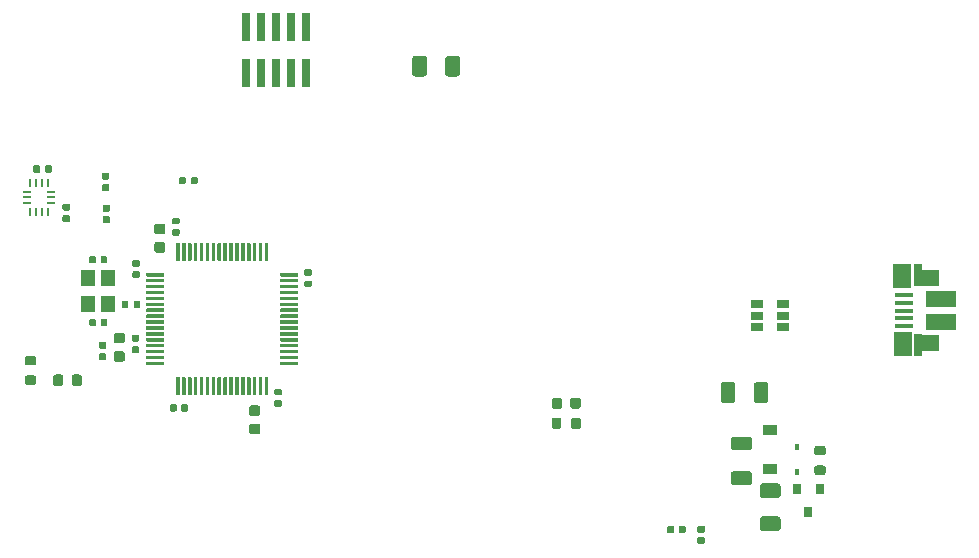
<source format=gtp>
G04 #@! TF.GenerationSoftware,KiCad,Pcbnew,5.1.5+dfsg1-2build2*
G04 #@! TF.CreationDate,2022-03-08T20:12:57-07:00*
G04 #@! TF.ProjectId,rtic_v2,72746963-5f76-4322-9e6b-696361645f70,rev?*
G04 #@! TF.SameCoordinates,Original*
G04 #@! TF.FileFunction,Paste,Top*
G04 #@! TF.FilePolarity,Positive*
%FSLAX46Y46*%
G04 Gerber Fmt 4.6, Leading zero omitted, Abs format (unit mm)*
G04 Created by KiCad (PCBNEW 5.1.5+dfsg1-2build2) date 2022-03-08 20:12:57*
%MOMM*%
%LPD*%
G04 APERTURE LIST*
%ADD10R,0.250000X0.675000*%
%ADD11R,0.675000X0.250000*%
%ADD12C,0.100000*%
%ADD13R,1.200000X0.900000*%
%ADD14R,0.450000X0.600000*%
%ADD15R,2.000000X1.350000*%
%ADD16R,0.700000X1.825000*%
%ADD17R,1.500000X2.000000*%
%ADD18R,1.650000X0.400000*%
%ADD19R,2.500000X1.430000*%
%ADD20R,0.800000X0.900000*%
%ADD21R,1.060000X0.650000*%
%ADD22R,1.200000X1.400000*%
%ADD23R,0.740000X2.400000*%
G04 APERTURE END LIST*
D10*
X62980000Y-69588500D03*
X62480000Y-69588500D03*
X61980000Y-69588500D03*
X61480000Y-69588500D03*
X61480000Y-67063500D03*
X61980000Y-67063500D03*
X62480000Y-67063500D03*
X62980000Y-67063500D03*
D11*
X61217500Y-68826000D03*
X61217500Y-68326000D03*
X61217500Y-67826000D03*
X63242500Y-68826000D03*
X63242500Y-67826000D03*
X63242500Y-68326000D03*
D12*
G36*
X62183958Y-65593710D02*
G01*
X62198276Y-65595834D01*
X62212317Y-65599351D01*
X62225946Y-65604228D01*
X62239031Y-65610417D01*
X62251447Y-65617858D01*
X62263073Y-65626481D01*
X62273798Y-65636202D01*
X62283519Y-65646927D01*
X62292142Y-65658553D01*
X62299583Y-65670969D01*
X62305772Y-65684054D01*
X62310649Y-65697683D01*
X62314166Y-65711724D01*
X62316290Y-65726042D01*
X62317000Y-65740500D01*
X62317000Y-66085500D01*
X62316290Y-66099958D01*
X62314166Y-66114276D01*
X62310649Y-66128317D01*
X62305772Y-66141946D01*
X62299583Y-66155031D01*
X62292142Y-66167447D01*
X62283519Y-66179073D01*
X62273798Y-66189798D01*
X62263073Y-66199519D01*
X62251447Y-66208142D01*
X62239031Y-66215583D01*
X62225946Y-66221772D01*
X62212317Y-66226649D01*
X62198276Y-66230166D01*
X62183958Y-66232290D01*
X62169500Y-66233000D01*
X61874500Y-66233000D01*
X61860042Y-66232290D01*
X61845724Y-66230166D01*
X61831683Y-66226649D01*
X61818054Y-66221772D01*
X61804969Y-66215583D01*
X61792553Y-66208142D01*
X61780927Y-66199519D01*
X61770202Y-66189798D01*
X61760481Y-66179073D01*
X61751858Y-66167447D01*
X61744417Y-66155031D01*
X61738228Y-66141946D01*
X61733351Y-66128317D01*
X61729834Y-66114276D01*
X61727710Y-66099958D01*
X61727000Y-66085500D01*
X61727000Y-65740500D01*
X61727710Y-65726042D01*
X61729834Y-65711724D01*
X61733351Y-65697683D01*
X61738228Y-65684054D01*
X61744417Y-65670969D01*
X61751858Y-65658553D01*
X61760481Y-65646927D01*
X61770202Y-65636202D01*
X61780927Y-65626481D01*
X61792553Y-65617858D01*
X61804969Y-65610417D01*
X61818054Y-65604228D01*
X61831683Y-65599351D01*
X61845724Y-65595834D01*
X61860042Y-65593710D01*
X61874500Y-65593000D01*
X62169500Y-65593000D01*
X62183958Y-65593710D01*
G37*
G36*
X63153958Y-65593710D02*
G01*
X63168276Y-65595834D01*
X63182317Y-65599351D01*
X63195946Y-65604228D01*
X63209031Y-65610417D01*
X63221447Y-65617858D01*
X63233073Y-65626481D01*
X63243798Y-65636202D01*
X63253519Y-65646927D01*
X63262142Y-65658553D01*
X63269583Y-65670969D01*
X63275772Y-65684054D01*
X63280649Y-65697683D01*
X63284166Y-65711724D01*
X63286290Y-65726042D01*
X63287000Y-65740500D01*
X63287000Y-66085500D01*
X63286290Y-66099958D01*
X63284166Y-66114276D01*
X63280649Y-66128317D01*
X63275772Y-66141946D01*
X63269583Y-66155031D01*
X63262142Y-66167447D01*
X63253519Y-66179073D01*
X63243798Y-66189798D01*
X63233073Y-66199519D01*
X63221447Y-66208142D01*
X63209031Y-66215583D01*
X63195946Y-66221772D01*
X63182317Y-66226649D01*
X63168276Y-66230166D01*
X63153958Y-66232290D01*
X63139500Y-66233000D01*
X62844500Y-66233000D01*
X62830042Y-66232290D01*
X62815724Y-66230166D01*
X62801683Y-66226649D01*
X62788054Y-66221772D01*
X62774969Y-66215583D01*
X62762553Y-66208142D01*
X62750927Y-66199519D01*
X62740202Y-66189798D01*
X62730481Y-66179073D01*
X62721858Y-66167447D01*
X62714417Y-66155031D01*
X62708228Y-66141946D01*
X62703351Y-66128317D01*
X62699834Y-66114276D01*
X62697710Y-66099958D01*
X62697000Y-66085500D01*
X62697000Y-65740500D01*
X62697710Y-65726042D01*
X62699834Y-65711724D01*
X62703351Y-65697683D01*
X62708228Y-65684054D01*
X62714417Y-65670969D01*
X62721858Y-65658553D01*
X62730481Y-65646927D01*
X62740202Y-65636202D01*
X62750927Y-65626481D01*
X62762553Y-65617858D01*
X62774969Y-65610417D01*
X62788054Y-65604228D01*
X62801683Y-65599351D01*
X62815724Y-65595834D01*
X62830042Y-65593710D01*
X62844500Y-65593000D01*
X63139500Y-65593000D01*
X63153958Y-65593710D01*
G37*
G36*
X64702958Y-69809710D02*
G01*
X64717276Y-69811834D01*
X64731317Y-69815351D01*
X64744946Y-69820228D01*
X64758031Y-69826417D01*
X64770447Y-69833858D01*
X64782073Y-69842481D01*
X64792798Y-69852202D01*
X64802519Y-69862927D01*
X64811142Y-69874553D01*
X64818583Y-69886969D01*
X64824772Y-69900054D01*
X64829649Y-69913683D01*
X64833166Y-69927724D01*
X64835290Y-69942042D01*
X64836000Y-69956500D01*
X64836000Y-70251500D01*
X64835290Y-70265958D01*
X64833166Y-70280276D01*
X64829649Y-70294317D01*
X64824772Y-70307946D01*
X64818583Y-70321031D01*
X64811142Y-70333447D01*
X64802519Y-70345073D01*
X64792798Y-70355798D01*
X64782073Y-70365519D01*
X64770447Y-70374142D01*
X64758031Y-70381583D01*
X64744946Y-70387772D01*
X64731317Y-70392649D01*
X64717276Y-70396166D01*
X64702958Y-70398290D01*
X64688500Y-70399000D01*
X64343500Y-70399000D01*
X64329042Y-70398290D01*
X64314724Y-70396166D01*
X64300683Y-70392649D01*
X64287054Y-70387772D01*
X64273969Y-70381583D01*
X64261553Y-70374142D01*
X64249927Y-70365519D01*
X64239202Y-70355798D01*
X64229481Y-70345073D01*
X64220858Y-70333447D01*
X64213417Y-70321031D01*
X64207228Y-70307946D01*
X64202351Y-70294317D01*
X64198834Y-70280276D01*
X64196710Y-70265958D01*
X64196000Y-70251500D01*
X64196000Y-69956500D01*
X64196710Y-69942042D01*
X64198834Y-69927724D01*
X64202351Y-69913683D01*
X64207228Y-69900054D01*
X64213417Y-69886969D01*
X64220858Y-69874553D01*
X64229481Y-69862927D01*
X64239202Y-69852202D01*
X64249927Y-69842481D01*
X64261553Y-69833858D01*
X64273969Y-69826417D01*
X64287054Y-69820228D01*
X64300683Y-69815351D01*
X64314724Y-69811834D01*
X64329042Y-69809710D01*
X64343500Y-69809000D01*
X64688500Y-69809000D01*
X64702958Y-69809710D01*
G37*
G36*
X64702958Y-68839710D02*
G01*
X64717276Y-68841834D01*
X64731317Y-68845351D01*
X64744946Y-68850228D01*
X64758031Y-68856417D01*
X64770447Y-68863858D01*
X64782073Y-68872481D01*
X64792798Y-68882202D01*
X64802519Y-68892927D01*
X64811142Y-68904553D01*
X64818583Y-68916969D01*
X64824772Y-68930054D01*
X64829649Y-68943683D01*
X64833166Y-68957724D01*
X64835290Y-68972042D01*
X64836000Y-68986500D01*
X64836000Y-69281500D01*
X64835290Y-69295958D01*
X64833166Y-69310276D01*
X64829649Y-69324317D01*
X64824772Y-69337946D01*
X64818583Y-69351031D01*
X64811142Y-69363447D01*
X64802519Y-69375073D01*
X64792798Y-69385798D01*
X64782073Y-69395519D01*
X64770447Y-69404142D01*
X64758031Y-69411583D01*
X64744946Y-69417772D01*
X64731317Y-69422649D01*
X64717276Y-69426166D01*
X64702958Y-69428290D01*
X64688500Y-69429000D01*
X64343500Y-69429000D01*
X64329042Y-69428290D01*
X64314724Y-69426166D01*
X64300683Y-69422649D01*
X64287054Y-69417772D01*
X64273969Y-69411583D01*
X64261553Y-69404142D01*
X64249927Y-69395519D01*
X64239202Y-69385798D01*
X64229481Y-69375073D01*
X64220858Y-69363447D01*
X64213417Y-69351031D01*
X64207228Y-69337946D01*
X64202351Y-69324317D01*
X64198834Y-69310276D01*
X64196710Y-69295958D01*
X64196000Y-69281500D01*
X64196000Y-68986500D01*
X64196710Y-68972042D01*
X64198834Y-68957724D01*
X64202351Y-68943683D01*
X64207228Y-68930054D01*
X64213417Y-68916969D01*
X64220858Y-68904553D01*
X64229481Y-68892927D01*
X64239202Y-68882202D01*
X64249927Y-68872481D01*
X64261553Y-68863858D01*
X64273969Y-68856417D01*
X64287054Y-68850228D01*
X64300683Y-68845351D01*
X64314724Y-68841834D01*
X64329042Y-68839710D01*
X64343500Y-68839000D01*
X64688500Y-68839000D01*
X64702958Y-68839710D01*
G37*
G36*
X68041558Y-67190310D02*
G01*
X68055876Y-67192434D01*
X68069917Y-67195951D01*
X68083546Y-67200828D01*
X68096631Y-67207017D01*
X68109047Y-67214458D01*
X68120673Y-67223081D01*
X68131398Y-67232802D01*
X68141119Y-67243527D01*
X68149742Y-67255153D01*
X68157183Y-67267569D01*
X68163372Y-67280654D01*
X68168249Y-67294283D01*
X68171766Y-67308324D01*
X68173890Y-67322642D01*
X68174600Y-67337100D01*
X68174600Y-67632100D01*
X68173890Y-67646558D01*
X68171766Y-67660876D01*
X68168249Y-67674917D01*
X68163372Y-67688546D01*
X68157183Y-67701631D01*
X68149742Y-67714047D01*
X68141119Y-67725673D01*
X68131398Y-67736398D01*
X68120673Y-67746119D01*
X68109047Y-67754742D01*
X68096631Y-67762183D01*
X68083546Y-67768372D01*
X68069917Y-67773249D01*
X68055876Y-67776766D01*
X68041558Y-67778890D01*
X68027100Y-67779600D01*
X67682100Y-67779600D01*
X67667642Y-67778890D01*
X67653324Y-67776766D01*
X67639283Y-67773249D01*
X67625654Y-67768372D01*
X67612569Y-67762183D01*
X67600153Y-67754742D01*
X67588527Y-67746119D01*
X67577802Y-67736398D01*
X67568081Y-67725673D01*
X67559458Y-67714047D01*
X67552017Y-67701631D01*
X67545828Y-67688546D01*
X67540951Y-67674917D01*
X67537434Y-67660876D01*
X67535310Y-67646558D01*
X67534600Y-67632100D01*
X67534600Y-67337100D01*
X67535310Y-67322642D01*
X67537434Y-67308324D01*
X67540951Y-67294283D01*
X67545828Y-67280654D01*
X67552017Y-67267569D01*
X67559458Y-67255153D01*
X67568081Y-67243527D01*
X67577802Y-67232802D01*
X67588527Y-67223081D01*
X67600153Y-67214458D01*
X67612569Y-67207017D01*
X67625654Y-67200828D01*
X67639283Y-67195951D01*
X67653324Y-67192434D01*
X67667642Y-67190310D01*
X67682100Y-67189600D01*
X68027100Y-67189600D01*
X68041558Y-67190310D01*
G37*
G36*
X68041558Y-66220310D02*
G01*
X68055876Y-66222434D01*
X68069917Y-66225951D01*
X68083546Y-66230828D01*
X68096631Y-66237017D01*
X68109047Y-66244458D01*
X68120673Y-66253081D01*
X68131398Y-66262802D01*
X68141119Y-66273527D01*
X68149742Y-66285153D01*
X68157183Y-66297569D01*
X68163372Y-66310654D01*
X68168249Y-66324283D01*
X68171766Y-66338324D01*
X68173890Y-66352642D01*
X68174600Y-66367100D01*
X68174600Y-66662100D01*
X68173890Y-66676558D01*
X68171766Y-66690876D01*
X68168249Y-66704917D01*
X68163372Y-66718546D01*
X68157183Y-66731631D01*
X68149742Y-66744047D01*
X68141119Y-66755673D01*
X68131398Y-66766398D01*
X68120673Y-66776119D01*
X68109047Y-66784742D01*
X68096631Y-66792183D01*
X68083546Y-66798372D01*
X68069917Y-66803249D01*
X68055876Y-66806766D01*
X68041558Y-66808890D01*
X68027100Y-66809600D01*
X67682100Y-66809600D01*
X67667642Y-66808890D01*
X67653324Y-66806766D01*
X67639283Y-66803249D01*
X67625654Y-66798372D01*
X67612569Y-66792183D01*
X67600153Y-66784742D01*
X67588527Y-66776119D01*
X67577802Y-66766398D01*
X67568081Y-66755673D01*
X67559458Y-66744047D01*
X67552017Y-66731631D01*
X67545828Y-66718546D01*
X67540951Y-66704917D01*
X67537434Y-66690876D01*
X67535310Y-66676558D01*
X67534600Y-66662100D01*
X67534600Y-66367100D01*
X67535310Y-66352642D01*
X67537434Y-66338324D01*
X67540951Y-66324283D01*
X67545828Y-66310654D01*
X67552017Y-66297569D01*
X67559458Y-66285153D01*
X67568081Y-66273527D01*
X67577802Y-66262802D01*
X67588527Y-66253081D01*
X67600153Y-66244458D01*
X67612569Y-66237017D01*
X67625654Y-66230828D01*
X67639283Y-66225951D01*
X67653324Y-66222434D01*
X67667642Y-66220310D01*
X67682100Y-66219600D01*
X68027100Y-66219600D01*
X68041558Y-66220310D01*
G37*
G36*
X72752351Y-74720361D02*
G01*
X72759632Y-74721441D01*
X72766771Y-74723229D01*
X72773701Y-74725709D01*
X72780355Y-74728856D01*
X72786668Y-74732640D01*
X72792579Y-74737024D01*
X72798033Y-74741967D01*
X72802976Y-74747421D01*
X72807360Y-74753332D01*
X72811144Y-74759645D01*
X72814291Y-74766299D01*
X72816771Y-74773229D01*
X72818559Y-74780368D01*
X72819639Y-74787649D01*
X72820000Y-74795000D01*
X72820000Y-74945000D01*
X72819639Y-74952351D01*
X72818559Y-74959632D01*
X72816771Y-74966771D01*
X72814291Y-74973701D01*
X72811144Y-74980355D01*
X72807360Y-74986668D01*
X72802976Y-74992579D01*
X72798033Y-74998033D01*
X72792579Y-75002976D01*
X72786668Y-75007360D01*
X72780355Y-75011144D01*
X72773701Y-75014291D01*
X72766771Y-75016771D01*
X72759632Y-75018559D01*
X72752351Y-75019639D01*
X72745000Y-75020000D01*
X71345000Y-75020000D01*
X71337649Y-75019639D01*
X71330368Y-75018559D01*
X71323229Y-75016771D01*
X71316299Y-75014291D01*
X71309645Y-75011144D01*
X71303332Y-75007360D01*
X71297421Y-75002976D01*
X71291967Y-74998033D01*
X71287024Y-74992579D01*
X71282640Y-74986668D01*
X71278856Y-74980355D01*
X71275709Y-74973701D01*
X71273229Y-74966771D01*
X71271441Y-74959632D01*
X71270361Y-74952351D01*
X71270000Y-74945000D01*
X71270000Y-74795000D01*
X71270361Y-74787649D01*
X71271441Y-74780368D01*
X71273229Y-74773229D01*
X71275709Y-74766299D01*
X71278856Y-74759645D01*
X71282640Y-74753332D01*
X71287024Y-74747421D01*
X71291967Y-74741967D01*
X71297421Y-74737024D01*
X71303332Y-74732640D01*
X71309645Y-74728856D01*
X71316299Y-74725709D01*
X71323229Y-74723229D01*
X71330368Y-74721441D01*
X71337649Y-74720361D01*
X71345000Y-74720000D01*
X72745000Y-74720000D01*
X72752351Y-74720361D01*
G37*
G36*
X72752351Y-75220361D02*
G01*
X72759632Y-75221441D01*
X72766771Y-75223229D01*
X72773701Y-75225709D01*
X72780355Y-75228856D01*
X72786668Y-75232640D01*
X72792579Y-75237024D01*
X72798033Y-75241967D01*
X72802976Y-75247421D01*
X72807360Y-75253332D01*
X72811144Y-75259645D01*
X72814291Y-75266299D01*
X72816771Y-75273229D01*
X72818559Y-75280368D01*
X72819639Y-75287649D01*
X72820000Y-75295000D01*
X72820000Y-75445000D01*
X72819639Y-75452351D01*
X72818559Y-75459632D01*
X72816771Y-75466771D01*
X72814291Y-75473701D01*
X72811144Y-75480355D01*
X72807360Y-75486668D01*
X72802976Y-75492579D01*
X72798033Y-75498033D01*
X72792579Y-75502976D01*
X72786668Y-75507360D01*
X72780355Y-75511144D01*
X72773701Y-75514291D01*
X72766771Y-75516771D01*
X72759632Y-75518559D01*
X72752351Y-75519639D01*
X72745000Y-75520000D01*
X71345000Y-75520000D01*
X71337649Y-75519639D01*
X71330368Y-75518559D01*
X71323229Y-75516771D01*
X71316299Y-75514291D01*
X71309645Y-75511144D01*
X71303332Y-75507360D01*
X71297421Y-75502976D01*
X71291967Y-75498033D01*
X71287024Y-75492579D01*
X71282640Y-75486668D01*
X71278856Y-75480355D01*
X71275709Y-75473701D01*
X71273229Y-75466771D01*
X71271441Y-75459632D01*
X71270361Y-75452351D01*
X71270000Y-75445000D01*
X71270000Y-75295000D01*
X71270361Y-75287649D01*
X71271441Y-75280368D01*
X71273229Y-75273229D01*
X71275709Y-75266299D01*
X71278856Y-75259645D01*
X71282640Y-75253332D01*
X71287024Y-75247421D01*
X71291967Y-75241967D01*
X71297421Y-75237024D01*
X71303332Y-75232640D01*
X71309645Y-75228856D01*
X71316299Y-75225709D01*
X71323229Y-75223229D01*
X71330368Y-75221441D01*
X71337649Y-75220361D01*
X71345000Y-75220000D01*
X72745000Y-75220000D01*
X72752351Y-75220361D01*
G37*
G36*
X72752351Y-75720361D02*
G01*
X72759632Y-75721441D01*
X72766771Y-75723229D01*
X72773701Y-75725709D01*
X72780355Y-75728856D01*
X72786668Y-75732640D01*
X72792579Y-75737024D01*
X72798033Y-75741967D01*
X72802976Y-75747421D01*
X72807360Y-75753332D01*
X72811144Y-75759645D01*
X72814291Y-75766299D01*
X72816771Y-75773229D01*
X72818559Y-75780368D01*
X72819639Y-75787649D01*
X72820000Y-75795000D01*
X72820000Y-75945000D01*
X72819639Y-75952351D01*
X72818559Y-75959632D01*
X72816771Y-75966771D01*
X72814291Y-75973701D01*
X72811144Y-75980355D01*
X72807360Y-75986668D01*
X72802976Y-75992579D01*
X72798033Y-75998033D01*
X72792579Y-76002976D01*
X72786668Y-76007360D01*
X72780355Y-76011144D01*
X72773701Y-76014291D01*
X72766771Y-76016771D01*
X72759632Y-76018559D01*
X72752351Y-76019639D01*
X72745000Y-76020000D01*
X71345000Y-76020000D01*
X71337649Y-76019639D01*
X71330368Y-76018559D01*
X71323229Y-76016771D01*
X71316299Y-76014291D01*
X71309645Y-76011144D01*
X71303332Y-76007360D01*
X71297421Y-76002976D01*
X71291967Y-75998033D01*
X71287024Y-75992579D01*
X71282640Y-75986668D01*
X71278856Y-75980355D01*
X71275709Y-75973701D01*
X71273229Y-75966771D01*
X71271441Y-75959632D01*
X71270361Y-75952351D01*
X71270000Y-75945000D01*
X71270000Y-75795000D01*
X71270361Y-75787649D01*
X71271441Y-75780368D01*
X71273229Y-75773229D01*
X71275709Y-75766299D01*
X71278856Y-75759645D01*
X71282640Y-75753332D01*
X71287024Y-75747421D01*
X71291967Y-75741967D01*
X71297421Y-75737024D01*
X71303332Y-75732640D01*
X71309645Y-75728856D01*
X71316299Y-75725709D01*
X71323229Y-75723229D01*
X71330368Y-75721441D01*
X71337649Y-75720361D01*
X71345000Y-75720000D01*
X72745000Y-75720000D01*
X72752351Y-75720361D01*
G37*
G36*
X72752351Y-76220361D02*
G01*
X72759632Y-76221441D01*
X72766771Y-76223229D01*
X72773701Y-76225709D01*
X72780355Y-76228856D01*
X72786668Y-76232640D01*
X72792579Y-76237024D01*
X72798033Y-76241967D01*
X72802976Y-76247421D01*
X72807360Y-76253332D01*
X72811144Y-76259645D01*
X72814291Y-76266299D01*
X72816771Y-76273229D01*
X72818559Y-76280368D01*
X72819639Y-76287649D01*
X72820000Y-76295000D01*
X72820000Y-76445000D01*
X72819639Y-76452351D01*
X72818559Y-76459632D01*
X72816771Y-76466771D01*
X72814291Y-76473701D01*
X72811144Y-76480355D01*
X72807360Y-76486668D01*
X72802976Y-76492579D01*
X72798033Y-76498033D01*
X72792579Y-76502976D01*
X72786668Y-76507360D01*
X72780355Y-76511144D01*
X72773701Y-76514291D01*
X72766771Y-76516771D01*
X72759632Y-76518559D01*
X72752351Y-76519639D01*
X72745000Y-76520000D01*
X71345000Y-76520000D01*
X71337649Y-76519639D01*
X71330368Y-76518559D01*
X71323229Y-76516771D01*
X71316299Y-76514291D01*
X71309645Y-76511144D01*
X71303332Y-76507360D01*
X71297421Y-76502976D01*
X71291967Y-76498033D01*
X71287024Y-76492579D01*
X71282640Y-76486668D01*
X71278856Y-76480355D01*
X71275709Y-76473701D01*
X71273229Y-76466771D01*
X71271441Y-76459632D01*
X71270361Y-76452351D01*
X71270000Y-76445000D01*
X71270000Y-76295000D01*
X71270361Y-76287649D01*
X71271441Y-76280368D01*
X71273229Y-76273229D01*
X71275709Y-76266299D01*
X71278856Y-76259645D01*
X71282640Y-76253332D01*
X71287024Y-76247421D01*
X71291967Y-76241967D01*
X71297421Y-76237024D01*
X71303332Y-76232640D01*
X71309645Y-76228856D01*
X71316299Y-76225709D01*
X71323229Y-76223229D01*
X71330368Y-76221441D01*
X71337649Y-76220361D01*
X71345000Y-76220000D01*
X72745000Y-76220000D01*
X72752351Y-76220361D01*
G37*
G36*
X72752351Y-76720361D02*
G01*
X72759632Y-76721441D01*
X72766771Y-76723229D01*
X72773701Y-76725709D01*
X72780355Y-76728856D01*
X72786668Y-76732640D01*
X72792579Y-76737024D01*
X72798033Y-76741967D01*
X72802976Y-76747421D01*
X72807360Y-76753332D01*
X72811144Y-76759645D01*
X72814291Y-76766299D01*
X72816771Y-76773229D01*
X72818559Y-76780368D01*
X72819639Y-76787649D01*
X72820000Y-76795000D01*
X72820000Y-76945000D01*
X72819639Y-76952351D01*
X72818559Y-76959632D01*
X72816771Y-76966771D01*
X72814291Y-76973701D01*
X72811144Y-76980355D01*
X72807360Y-76986668D01*
X72802976Y-76992579D01*
X72798033Y-76998033D01*
X72792579Y-77002976D01*
X72786668Y-77007360D01*
X72780355Y-77011144D01*
X72773701Y-77014291D01*
X72766771Y-77016771D01*
X72759632Y-77018559D01*
X72752351Y-77019639D01*
X72745000Y-77020000D01*
X71345000Y-77020000D01*
X71337649Y-77019639D01*
X71330368Y-77018559D01*
X71323229Y-77016771D01*
X71316299Y-77014291D01*
X71309645Y-77011144D01*
X71303332Y-77007360D01*
X71297421Y-77002976D01*
X71291967Y-76998033D01*
X71287024Y-76992579D01*
X71282640Y-76986668D01*
X71278856Y-76980355D01*
X71275709Y-76973701D01*
X71273229Y-76966771D01*
X71271441Y-76959632D01*
X71270361Y-76952351D01*
X71270000Y-76945000D01*
X71270000Y-76795000D01*
X71270361Y-76787649D01*
X71271441Y-76780368D01*
X71273229Y-76773229D01*
X71275709Y-76766299D01*
X71278856Y-76759645D01*
X71282640Y-76753332D01*
X71287024Y-76747421D01*
X71291967Y-76741967D01*
X71297421Y-76737024D01*
X71303332Y-76732640D01*
X71309645Y-76728856D01*
X71316299Y-76725709D01*
X71323229Y-76723229D01*
X71330368Y-76721441D01*
X71337649Y-76720361D01*
X71345000Y-76720000D01*
X72745000Y-76720000D01*
X72752351Y-76720361D01*
G37*
G36*
X72752351Y-77220361D02*
G01*
X72759632Y-77221441D01*
X72766771Y-77223229D01*
X72773701Y-77225709D01*
X72780355Y-77228856D01*
X72786668Y-77232640D01*
X72792579Y-77237024D01*
X72798033Y-77241967D01*
X72802976Y-77247421D01*
X72807360Y-77253332D01*
X72811144Y-77259645D01*
X72814291Y-77266299D01*
X72816771Y-77273229D01*
X72818559Y-77280368D01*
X72819639Y-77287649D01*
X72820000Y-77295000D01*
X72820000Y-77445000D01*
X72819639Y-77452351D01*
X72818559Y-77459632D01*
X72816771Y-77466771D01*
X72814291Y-77473701D01*
X72811144Y-77480355D01*
X72807360Y-77486668D01*
X72802976Y-77492579D01*
X72798033Y-77498033D01*
X72792579Y-77502976D01*
X72786668Y-77507360D01*
X72780355Y-77511144D01*
X72773701Y-77514291D01*
X72766771Y-77516771D01*
X72759632Y-77518559D01*
X72752351Y-77519639D01*
X72745000Y-77520000D01*
X71345000Y-77520000D01*
X71337649Y-77519639D01*
X71330368Y-77518559D01*
X71323229Y-77516771D01*
X71316299Y-77514291D01*
X71309645Y-77511144D01*
X71303332Y-77507360D01*
X71297421Y-77502976D01*
X71291967Y-77498033D01*
X71287024Y-77492579D01*
X71282640Y-77486668D01*
X71278856Y-77480355D01*
X71275709Y-77473701D01*
X71273229Y-77466771D01*
X71271441Y-77459632D01*
X71270361Y-77452351D01*
X71270000Y-77445000D01*
X71270000Y-77295000D01*
X71270361Y-77287649D01*
X71271441Y-77280368D01*
X71273229Y-77273229D01*
X71275709Y-77266299D01*
X71278856Y-77259645D01*
X71282640Y-77253332D01*
X71287024Y-77247421D01*
X71291967Y-77241967D01*
X71297421Y-77237024D01*
X71303332Y-77232640D01*
X71309645Y-77228856D01*
X71316299Y-77225709D01*
X71323229Y-77223229D01*
X71330368Y-77221441D01*
X71337649Y-77220361D01*
X71345000Y-77220000D01*
X72745000Y-77220000D01*
X72752351Y-77220361D01*
G37*
G36*
X72752351Y-77720361D02*
G01*
X72759632Y-77721441D01*
X72766771Y-77723229D01*
X72773701Y-77725709D01*
X72780355Y-77728856D01*
X72786668Y-77732640D01*
X72792579Y-77737024D01*
X72798033Y-77741967D01*
X72802976Y-77747421D01*
X72807360Y-77753332D01*
X72811144Y-77759645D01*
X72814291Y-77766299D01*
X72816771Y-77773229D01*
X72818559Y-77780368D01*
X72819639Y-77787649D01*
X72820000Y-77795000D01*
X72820000Y-77945000D01*
X72819639Y-77952351D01*
X72818559Y-77959632D01*
X72816771Y-77966771D01*
X72814291Y-77973701D01*
X72811144Y-77980355D01*
X72807360Y-77986668D01*
X72802976Y-77992579D01*
X72798033Y-77998033D01*
X72792579Y-78002976D01*
X72786668Y-78007360D01*
X72780355Y-78011144D01*
X72773701Y-78014291D01*
X72766771Y-78016771D01*
X72759632Y-78018559D01*
X72752351Y-78019639D01*
X72745000Y-78020000D01*
X71345000Y-78020000D01*
X71337649Y-78019639D01*
X71330368Y-78018559D01*
X71323229Y-78016771D01*
X71316299Y-78014291D01*
X71309645Y-78011144D01*
X71303332Y-78007360D01*
X71297421Y-78002976D01*
X71291967Y-77998033D01*
X71287024Y-77992579D01*
X71282640Y-77986668D01*
X71278856Y-77980355D01*
X71275709Y-77973701D01*
X71273229Y-77966771D01*
X71271441Y-77959632D01*
X71270361Y-77952351D01*
X71270000Y-77945000D01*
X71270000Y-77795000D01*
X71270361Y-77787649D01*
X71271441Y-77780368D01*
X71273229Y-77773229D01*
X71275709Y-77766299D01*
X71278856Y-77759645D01*
X71282640Y-77753332D01*
X71287024Y-77747421D01*
X71291967Y-77741967D01*
X71297421Y-77737024D01*
X71303332Y-77732640D01*
X71309645Y-77728856D01*
X71316299Y-77725709D01*
X71323229Y-77723229D01*
X71330368Y-77721441D01*
X71337649Y-77720361D01*
X71345000Y-77720000D01*
X72745000Y-77720000D01*
X72752351Y-77720361D01*
G37*
G36*
X72752351Y-78220361D02*
G01*
X72759632Y-78221441D01*
X72766771Y-78223229D01*
X72773701Y-78225709D01*
X72780355Y-78228856D01*
X72786668Y-78232640D01*
X72792579Y-78237024D01*
X72798033Y-78241967D01*
X72802976Y-78247421D01*
X72807360Y-78253332D01*
X72811144Y-78259645D01*
X72814291Y-78266299D01*
X72816771Y-78273229D01*
X72818559Y-78280368D01*
X72819639Y-78287649D01*
X72820000Y-78295000D01*
X72820000Y-78445000D01*
X72819639Y-78452351D01*
X72818559Y-78459632D01*
X72816771Y-78466771D01*
X72814291Y-78473701D01*
X72811144Y-78480355D01*
X72807360Y-78486668D01*
X72802976Y-78492579D01*
X72798033Y-78498033D01*
X72792579Y-78502976D01*
X72786668Y-78507360D01*
X72780355Y-78511144D01*
X72773701Y-78514291D01*
X72766771Y-78516771D01*
X72759632Y-78518559D01*
X72752351Y-78519639D01*
X72745000Y-78520000D01*
X71345000Y-78520000D01*
X71337649Y-78519639D01*
X71330368Y-78518559D01*
X71323229Y-78516771D01*
X71316299Y-78514291D01*
X71309645Y-78511144D01*
X71303332Y-78507360D01*
X71297421Y-78502976D01*
X71291967Y-78498033D01*
X71287024Y-78492579D01*
X71282640Y-78486668D01*
X71278856Y-78480355D01*
X71275709Y-78473701D01*
X71273229Y-78466771D01*
X71271441Y-78459632D01*
X71270361Y-78452351D01*
X71270000Y-78445000D01*
X71270000Y-78295000D01*
X71270361Y-78287649D01*
X71271441Y-78280368D01*
X71273229Y-78273229D01*
X71275709Y-78266299D01*
X71278856Y-78259645D01*
X71282640Y-78253332D01*
X71287024Y-78247421D01*
X71291967Y-78241967D01*
X71297421Y-78237024D01*
X71303332Y-78232640D01*
X71309645Y-78228856D01*
X71316299Y-78225709D01*
X71323229Y-78223229D01*
X71330368Y-78221441D01*
X71337649Y-78220361D01*
X71345000Y-78220000D01*
X72745000Y-78220000D01*
X72752351Y-78220361D01*
G37*
G36*
X72752351Y-78720361D02*
G01*
X72759632Y-78721441D01*
X72766771Y-78723229D01*
X72773701Y-78725709D01*
X72780355Y-78728856D01*
X72786668Y-78732640D01*
X72792579Y-78737024D01*
X72798033Y-78741967D01*
X72802976Y-78747421D01*
X72807360Y-78753332D01*
X72811144Y-78759645D01*
X72814291Y-78766299D01*
X72816771Y-78773229D01*
X72818559Y-78780368D01*
X72819639Y-78787649D01*
X72820000Y-78795000D01*
X72820000Y-78945000D01*
X72819639Y-78952351D01*
X72818559Y-78959632D01*
X72816771Y-78966771D01*
X72814291Y-78973701D01*
X72811144Y-78980355D01*
X72807360Y-78986668D01*
X72802976Y-78992579D01*
X72798033Y-78998033D01*
X72792579Y-79002976D01*
X72786668Y-79007360D01*
X72780355Y-79011144D01*
X72773701Y-79014291D01*
X72766771Y-79016771D01*
X72759632Y-79018559D01*
X72752351Y-79019639D01*
X72745000Y-79020000D01*
X71345000Y-79020000D01*
X71337649Y-79019639D01*
X71330368Y-79018559D01*
X71323229Y-79016771D01*
X71316299Y-79014291D01*
X71309645Y-79011144D01*
X71303332Y-79007360D01*
X71297421Y-79002976D01*
X71291967Y-78998033D01*
X71287024Y-78992579D01*
X71282640Y-78986668D01*
X71278856Y-78980355D01*
X71275709Y-78973701D01*
X71273229Y-78966771D01*
X71271441Y-78959632D01*
X71270361Y-78952351D01*
X71270000Y-78945000D01*
X71270000Y-78795000D01*
X71270361Y-78787649D01*
X71271441Y-78780368D01*
X71273229Y-78773229D01*
X71275709Y-78766299D01*
X71278856Y-78759645D01*
X71282640Y-78753332D01*
X71287024Y-78747421D01*
X71291967Y-78741967D01*
X71297421Y-78737024D01*
X71303332Y-78732640D01*
X71309645Y-78728856D01*
X71316299Y-78725709D01*
X71323229Y-78723229D01*
X71330368Y-78721441D01*
X71337649Y-78720361D01*
X71345000Y-78720000D01*
X72745000Y-78720000D01*
X72752351Y-78720361D01*
G37*
G36*
X72752351Y-79220361D02*
G01*
X72759632Y-79221441D01*
X72766771Y-79223229D01*
X72773701Y-79225709D01*
X72780355Y-79228856D01*
X72786668Y-79232640D01*
X72792579Y-79237024D01*
X72798033Y-79241967D01*
X72802976Y-79247421D01*
X72807360Y-79253332D01*
X72811144Y-79259645D01*
X72814291Y-79266299D01*
X72816771Y-79273229D01*
X72818559Y-79280368D01*
X72819639Y-79287649D01*
X72820000Y-79295000D01*
X72820000Y-79445000D01*
X72819639Y-79452351D01*
X72818559Y-79459632D01*
X72816771Y-79466771D01*
X72814291Y-79473701D01*
X72811144Y-79480355D01*
X72807360Y-79486668D01*
X72802976Y-79492579D01*
X72798033Y-79498033D01*
X72792579Y-79502976D01*
X72786668Y-79507360D01*
X72780355Y-79511144D01*
X72773701Y-79514291D01*
X72766771Y-79516771D01*
X72759632Y-79518559D01*
X72752351Y-79519639D01*
X72745000Y-79520000D01*
X71345000Y-79520000D01*
X71337649Y-79519639D01*
X71330368Y-79518559D01*
X71323229Y-79516771D01*
X71316299Y-79514291D01*
X71309645Y-79511144D01*
X71303332Y-79507360D01*
X71297421Y-79502976D01*
X71291967Y-79498033D01*
X71287024Y-79492579D01*
X71282640Y-79486668D01*
X71278856Y-79480355D01*
X71275709Y-79473701D01*
X71273229Y-79466771D01*
X71271441Y-79459632D01*
X71270361Y-79452351D01*
X71270000Y-79445000D01*
X71270000Y-79295000D01*
X71270361Y-79287649D01*
X71271441Y-79280368D01*
X71273229Y-79273229D01*
X71275709Y-79266299D01*
X71278856Y-79259645D01*
X71282640Y-79253332D01*
X71287024Y-79247421D01*
X71291967Y-79241967D01*
X71297421Y-79237024D01*
X71303332Y-79232640D01*
X71309645Y-79228856D01*
X71316299Y-79225709D01*
X71323229Y-79223229D01*
X71330368Y-79221441D01*
X71337649Y-79220361D01*
X71345000Y-79220000D01*
X72745000Y-79220000D01*
X72752351Y-79220361D01*
G37*
G36*
X72752351Y-79720361D02*
G01*
X72759632Y-79721441D01*
X72766771Y-79723229D01*
X72773701Y-79725709D01*
X72780355Y-79728856D01*
X72786668Y-79732640D01*
X72792579Y-79737024D01*
X72798033Y-79741967D01*
X72802976Y-79747421D01*
X72807360Y-79753332D01*
X72811144Y-79759645D01*
X72814291Y-79766299D01*
X72816771Y-79773229D01*
X72818559Y-79780368D01*
X72819639Y-79787649D01*
X72820000Y-79795000D01*
X72820000Y-79945000D01*
X72819639Y-79952351D01*
X72818559Y-79959632D01*
X72816771Y-79966771D01*
X72814291Y-79973701D01*
X72811144Y-79980355D01*
X72807360Y-79986668D01*
X72802976Y-79992579D01*
X72798033Y-79998033D01*
X72792579Y-80002976D01*
X72786668Y-80007360D01*
X72780355Y-80011144D01*
X72773701Y-80014291D01*
X72766771Y-80016771D01*
X72759632Y-80018559D01*
X72752351Y-80019639D01*
X72745000Y-80020000D01*
X71345000Y-80020000D01*
X71337649Y-80019639D01*
X71330368Y-80018559D01*
X71323229Y-80016771D01*
X71316299Y-80014291D01*
X71309645Y-80011144D01*
X71303332Y-80007360D01*
X71297421Y-80002976D01*
X71291967Y-79998033D01*
X71287024Y-79992579D01*
X71282640Y-79986668D01*
X71278856Y-79980355D01*
X71275709Y-79973701D01*
X71273229Y-79966771D01*
X71271441Y-79959632D01*
X71270361Y-79952351D01*
X71270000Y-79945000D01*
X71270000Y-79795000D01*
X71270361Y-79787649D01*
X71271441Y-79780368D01*
X71273229Y-79773229D01*
X71275709Y-79766299D01*
X71278856Y-79759645D01*
X71282640Y-79753332D01*
X71287024Y-79747421D01*
X71291967Y-79741967D01*
X71297421Y-79737024D01*
X71303332Y-79732640D01*
X71309645Y-79728856D01*
X71316299Y-79725709D01*
X71323229Y-79723229D01*
X71330368Y-79721441D01*
X71337649Y-79720361D01*
X71345000Y-79720000D01*
X72745000Y-79720000D01*
X72752351Y-79720361D01*
G37*
G36*
X72752351Y-80220361D02*
G01*
X72759632Y-80221441D01*
X72766771Y-80223229D01*
X72773701Y-80225709D01*
X72780355Y-80228856D01*
X72786668Y-80232640D01*
X72792579Y-80237024D01*
X72798033Y-80241967D01*
X72802976Y-80247421D01*
X72807360Y-80253332D01*
X72811144Y-80259645D01*
X72814291Y-80266299D01*
X72816771Y-80273229D01*
X72818559Y-80280368D01*
X72819639Y-80287649D01*
X72820000Y-80295000D01*
X72820000Y-80445000D01*
X72819639Y-80452351D01*
X72818559Y-80459632D01*
X72816771Y-80466771D01*
X72814291Y-80473701D01*
X72811144Y-80480355D01*
X72807360Y-80486668D01*
X72802976Y-80492579D01*
X72798033Y-80498033D01*
X72792579Y-80502976D01*
X72786668Y-80507360D01*
X72780355Y-80511144D01*
X72773701Y-80514291D01*
X72766771Y-80516771D01*
X72759632Y-80518559D01*
X72752351Y-80519639D01*
X72745000Y-80520000D01*
X71345000Y-80520000D01*
X71337649Y-80519639D01*
X71330368Y-80518559D01*
X71323229Y-80516771D01*
X71316299Y-80514291D01*
X71309645Y-80511144D01*
X71303332Y-80507360D01*
X71297421Y-80502976D01*
X71291967Y-80498033D01*
X71287024Y-80492579D01*
X71282640Y-80486668D01*
X71278856Y-80480355D01*
X71275709Y-80473701D01*
X71273229Y-80466771D01*
X71271441Y-80459632D01*
X71270361Y-80452351D01*
X71270000Y-80445000D01*
X71270000Y-80295000D01*
X71270361Y-80287649D01*
X71271441Y-80280368D01*
X71273229Y-80273229D01*
X71275709Y-80266299D01*
X71278856Y-80259645D01*
X71282640Y-80253332D01*
X71287024Y-80247421D01*
X71291967Y-80241967D01*
X71297421Y-80237024D01*
X71303332Y-80232640D01*
X71309645Y-80228856D01*
X71316299Y-80225709D01*
X71323229Y-80223229D01*
X71330368Y-80221441D01*
X71337649Y-80220361D01*
X71345000Y-80220000D01*
X72745000Y-80220000D01*
X72752351Y-80220361D01*
G37*
G36*
X72752351Y-80720361D02*
G01*
X72759632Y-80721441D01*
X72766771Y-80723229D01*
X72773701Y-80725709D01*
X72780355Y-80728856D01*
X72786668Y-80732640D01*
X72792579Y-80737024D01*
X72798033Y-80741967D01*
X72802976Y-80747421D01*
X72807360Y-80753332D01*
X72811144Y-80759645D01*
X72814291Y-80766299D01*
X72816771Y-80773229D01*
X72818559Y-80780368D01*
X72819639Y-80787649D01*
X72820000Y-80795000D01*
X72820000Y-80945000D01*
X72819639Y-80952351D01*
X72818559Y-80959632D01*
X72816771Y-80966771D01*
X72814291Y-80973701D01*
X72811144Y-80980355D01*
X72807360Y-80986668D01*
X72802976Y-80992579D01*
X72798033Y-80998033D01*
X72792579Y-81002976D01*
X72786668Y-81007360D01*
X72780355Y-81011144D01*
X72773701Y-81014291D01*
X72766771Y-81016771D01*
X72759632Y-81018559D01*
X72752351Y-81019639D01*
X72745000Y-81020000D01*
X71345000Y-81020000D01*
X71337649Y-81019639D01*
X71330368Y-81018559D01*
X71323229Y-81016771D01*
X71316299Y-81014291D01*
X71309645Y-81011144D01*
X71303332Y-81007360D01*
X71297421Y-81002976D01*
X71291967Y-80998033D01*
X71287024Y-80992579D01*
X71282640Y-80986668D01*
X71278856Y-80980355D01*
X71275709Y-80973701D01*
X71273229Y-80966771D01*
X71271441Y-80959632D01*
X71270361Y-80952351D01*
X71270000Y-80945000D01*
X71270000Y-80795000D01*
X71270361Y-80787649D01*
X71271441Y-80780368D01*
X71273229Y-80773229D01*
X71275709Y-80766299D01*
X71278856Y-80759645D01*
X71282640Y-80753332D01*
X71287024Y-80747421D01*
X71291967Y-80741967D01*
X71297421Y-80737024D01*
X71303332Y-80732640D01*
X71309645Y-80728856D01*
X71316299Y-80725709D01*
X71323229Y-80723229D01*
X71330368Y-80721441D01*
X71337649Y-80720361D01*
X71345000Y-80720000D01*
X72745000Y-80720000D01*
X72752351Y-80720361D01*
G37*
G36*
X72752351Y-81220361D02*
G01*
X72759632Y-81221441D01*
X72766771Y-81223229D01*
X72773701Y-81225709D01*
X72780355Y-81228856D01*
X72786668Y-81232640D01*
X72792579Y-81237024D01*
X72798033Y-81241967D01*
X72802976Y-81247421D01*
X72807360Y-81253332D01*
X72811144Y-81259645D01*
X72814291Y-81266299D01*
X72816771Y-81273229D01*
X72818559Y-81280368D01*
X72819639Y-81287649D01*
X72820000Y-81295000D01*
X72820000Y-81445000D01*
X72819639Y-81452351D01*
X72818559Y-81459632D01*
X72816771Y-81466771D01*
X72814291Y-81473701D01*
X72811144Y-81480355D01*
X72807360Y-81486668D01*
X72802976Y-81492579D01*
X72798033Y-81498033D01*
X72792579Y-81502976D01*
X72786668Y-81507360D01*
X72780355Y-81511144D01*
X72773701Y-81514291D01*
X72766771Y-81516771D01*
X72759632Y-81518559D01*
X72752351Y-81519639D01*
X72745000Y-81520000D01*
X71345000Y-81520000D01*
X71337649Y-81519639D01*
X71330368Y-81518559D01*
X71323229Y-81516771D01*
X71316299Y-81514291D01*
X71309645Y-81511144D01*
X71303332Y-81507360D01*
X71297421Y-81502976D01*
X71291967Y-81498033D01*
X71287024Y-81492579D01*
X71282640Y-81486668D01*
X71278856Y-81480355D01*
X71275709Y-81473701D01*
X71273229Y-81466771D01*
X71271441Y-81459632D01*
X71270361Y-81452351D01*
X71270000Y-81445000D01*
X71270000Y-81295000D01*
X71270361Y-81287649D01*
X71271441Y-81280368D01*
X71273229Y-81273229D01*
X71275709Y-81266299D01*
X71278856Y-81259645D01*
X71282640Y-81253332D01*
X71287024Y-81247421D01*
X71291967Y-81241967D01*
X71297421Y-81237024D01*
X71303332Y-81232640D01*
X71309645Y-81228856D01*
X71316299Y-81225709D01*
X71323229Y-81223229D01*
X71330368Y-81221441D01*
X71337649Y-81220361D01*
X71345000Y-81220000D01*
X72745000Y-81220000D01*
X72752351Y-81220361D01*
G37*
G36*
X72752351Y-81720361D02*
G01*
X72759632Y-81721441D01*
X72766771Y-81723229D01*
X72773701Y-81725709D01*
X72780355Y-81728856D01*
X72786668Y-81732640D01*
X72792579Y-81737024D01*
X72798033Y-81741967D01*
X72802976Y-81747421D01*
X72807360Y-81753332D01*
X72811144Y-81759645D01*
X72814291Y-81766299D01*
X72816771Y-81773229D01*
X72818559Y-81780368D01*
X72819639Y-81787649D01*
X72820000Y-81795000D01*
X72820000Y-81945000D01*
X72819639Y-81952351D01*
X72818559Y-81959632D01*
X72816771Y-81966771D01*
X72814291Y-81973701D01*
X72811144Y-81980355D01*
X72807360Y-81986668D01*
X72802976Y-81992579D01*
X72798033Y-81998033D01*
X72792579Y-82002976D01*
X72786668Y-82007360D01*
X72780355Y-82011144D01*
X72773701Y-82014291D01*
X72766771Y-82016771D01*
X72759632Y-82018559D01*
X72752351Y-82019639D01*
X72745000Y-82020000D01*
X71345000Y-82020000D01*
X71337649Y-82019639D01*
X71330368Y-82018559D01*
X71323229Y-82016771D01*
X71316299Y-82014291D01*
X71309645Y-82011144D01*
X71303332Y-82007360D01*
X71297421Y-82002976D01*
X71291967Y-81998033D01*
X71287024Y-81992579D01*
X71282640Y-81986668D01*
X71278856Y-81980355D01*
X71275709Y-81973701D01*
X71273229Y-81966771D01*
X71271441Y-81959632D01*
X71270361Y-81952351D01*
X71270000Y-81945000D01*
X71270000Y-81795000D01*
X71270361Y-81787649D01*
X71271441Y-81780368D01*
X71273229Y-81773229D01*
X71275709Y-81766299D01*
X71278856Y-81759645D01*
X71282640Y-81753332D01*
X71287024Y-81747421D01*
X71291967Y-81741967D01*
X71297421Y-81737024D01*
X71303332Y-81732640D01*
X71309645Y-81728856D01*
X71316299Y-81725709D01*
X71323229Y-81723229D01*
X71330368Y-81721441D01*
X71337649Y-81720361D01*
X71345000Y-81720000D01*
X72745000Y-81720000D01*
X72752351Y-81720361D01*
G37*
G36*
X72752351Y-82220361D02*
G01*
X72759632Y-82221441D01*
X72766771Y-82223229D01*
X72773701Y-82225709D01*
X72780355Y-82228856D01*
X72786668Y-82232640D01*
X72792579Y-82237024D01*
X72798033Y-82241967D01*
X72802976Y-82247421D01*
X72807360Y-82253332D01*
X72811144Y-82259645D01*
X72814291Y-82266299D01*
X72816771Y-82273229D01*
X72818559Y-82280368D01*
X72819639Y-82287649D01*
X72820000Y-82295000D01*
X72820000Y-82445000D01*
X72819639Y-82452351D01*
X72818559Y-82459632D01*
X72816771Y-82466771D01*
X72814291Y-82473701D01*
X72811144Y-82480355D01*
X72807360Y-82486668D01*
X72802976Y-82492579D01*
X72798033Y-82498033D01*
X72792579Y-82502976D01*
X72786668Y-82507360D01*
X72780355Y-82511144D01*
X72773701Y-82514291D01*
X72766771Y-82516771D01*
X72759632Y-82518559D01*
X72752351Y-82519639D01*
X72745000Y-82520000D01*
X71345000Y-82520000D01*
X71337649Y-82519639D01*
X71330368Y-82518559D01*
X71323229Y-82516771D01*
X71316299Y-82514291D01*
X71309645Y-82511144D01*
X71303332Y-82507360D01*
X71297421Y-82502976D01*
X71291967Y-82498033D01*
X71287024Y-82492579D01*
X71282640Y-82486668D01*
X71278856Y-82480355D01*
X71275709Y-82473701D01*
X71273229Y-82466771D01*
X71271441Y-82459632D01*
X71270361Y-82452351D01*
X71270000Y-82445000D01*
X71270000Y-82295000D01*
X71270361Y-82287649D01*
X71271441Y-82280368D01*
X71273229Y-82273229D01*
X71275709Y-82266299D01*
X71278856Y-82259645D01*
X71282640Y-82253332D01*
X71287024Y-82247421D01*
X71291967Y-82241967D01*
X71297421Y-82237024D01*
X71303332Y-82232640D01*
X71309645Y-82228856D01*
X71316299Y-82225709D01*
X71323229Y-82223229D01*
X71330368Y-82221441D01*
X71337649Y-82220361D01*
X71345000Y-82220000D01*
X72745000Y-82220000D01*
X72752351Y-82220361D01*
G37*
G36*
X74052351Y-83520361D02*
G01*
X74059632Y-83521441D01*
X74066771Y-83523229D01*
X74073701Y-83525709D01*
X74080355Y-83528856D01*
X74086668Y-83532640D01*
X74092579Y-83537024D01*
X74098033Y-83541967D01*
X74102976Y-83547421D01*
X74107360Y-83553332D01*
X74111144Y-83559645D01*
X74114291Y-83566299D01*
X74116771Y-83573229D01*
X74118559Y-83580368D01*
X74119639Y-83587649D01*
X74120000Y-83595000D01*
X74120000Y-84995000D01*
X74119639Y-85002351D01*
X74118559Y-85009632D01*
X74116771Y-85016771D01*
X74114291Y-85023701D01*
X74111144Y-85030355D01*
X74107360Y-85036668D01*
X74102976Y-85042579D01*
X74098033Y-85048033D01*
X74092579Y-85052976D01*
X74086668Y-85057360D01*
X74080355Y-85061144D01*
X74073701Y-85064291D01*
X74066771Y-85066771D01*
X74059632Y-85068559D01*
X74052351Y-85069639D01*
X74045000Y-85070000D01*
X73895000Y-85070000D01*
X73887649Y-85069639D01*
X73880368Y-85068559D01*
X73873229Y-85066771D01*
X73866299Y-85064291D01*
X73859645Y-85061144D01*
X73853332Y-85057360D01*
X73847421Y-85052976D01*
X73841967Y-85048033D01*
X73837024Y-85042579D01*
X73832640Y-85036668D01*
X73828856Y-85030355D01*
X73825709Y-85023701D01*
X73823229Y-85016771D01*
X73821441Y-85009632D01*
X73820361Y-85002351D01*
X73820000Y-84995000D01*
X73820000Y-83595000D01*
X73820361Y-83587649D01*
X73821441Y-83580368D01*
X73823229Y-83573229D01*
X73825709Y-83566299D01*
X73828856Y-83559645D01*
X73832640Y-83553332D01*
X73837024Y-83547421D01*
X73841967Y-83541967D01*
X73847421Y-83537024D01*
X73853332Y-83532640D01*
X73859645Y-83528856D01*
X73866299Y-83525709D01*
X73873229Y-83523229D01*
X73880368Y-83521441D01*
X73887649Y-83520361D01*
X73895000Y-83520000D01*
X74045000Y-83520000D01*
X74052351Y-83520361D01*
G37*
G36*
X74552351Y-83520361D02*
G01*
X74559632Y-83521441D01*
X74566771Y-83523229D01*
X74573701Y-83525709D01*
X74580355Y-83528856D01*
X74586668Y-83532640D01*
X74592579Y-83537024D01*
X74598033Y-83541967D01*
X74602976Y-83547421D01*
X74607360Y-83553332D01*
X74611144Y-83559645D01*
X74614291Y-83566299D01*
X74616771Y-83573229D01*
X74618559Y-83580368D01*
X74619639Y-83587649D01*
X74620000Y-83595000D01*
X74620000Y-84995000D01*
X74619639Y-85002351D01*
X74618559Y-85009632D01*
X74616771Y-85016771D01*
X74614291Y-85023701D01*
X74611144Y-85030355D01*
X74607360Y-85036668D01*
X74602976Y-85042579D01*
X74598033Y-85048033D01*
X74592579Y-85052976D01*
X74586668Y-85057360D01*
X74580355Y-85061144D01*
X74573701Y-85064291D01*
X74566771Y-85066771D01*
X74559632Y-85068559D01*
X74552351Y-85069639D01*
X74545000Y-85070000D01*
X74395000Y-85070000D01*
X74387649Y-85069639D01*
X74380368Y-85068559D01*
X74373229Y-85066771D01*
X74366299Y-85064291D01*
X74359645Y-85061144D01*
X74353332Y-85057360D01*
X74347421Y-85052976D01*
X74341967Y-85048033D01*
X74337024Y-85042579D01*
X74332640Y-85036668D01*
X74328856Y-85030355D01*
X74325709Y-85023701D01*
X74323229Y-85016771D01*
X74321441Y-85009632D01*
X74320361Y-85002351D01*
X74320000Y-84995000D01*
X74320000Y-83595000D01*
X74320361Y-83587649D01*
X74321441Y-83580368D01*
X74323229Y-83573229D01*
X74325709Y-83566299D01*
X74328856Y-83559645D01*
X74332640Y-83553332D01*
X74337024Y-83547421D01*
X74341967Y-83541967D01*
X74347421Y-83537024D01*
X74353332Y-83532640D01*
X74359645Y-83528856D01*
X74366299Y-83525709D01*
X74373229Y-83523229D01*
X74380368Y-83521441D01*
X74387649Y-83520361D01*
X74395000Y-83520000D01*
X74545000Y-83520000D01*
X74552351Y-83520361D01*
G37*
G36*
X75052351Y-83520361D02*
G01*
X75059632Y-83521441D01*
X75066771Y-83523229D01*
X75073701Y-83525709D01*
X75080355Y-83528856D01*
X75086668Y-83532640D01*
X75092579Y-83537024D01*
X75098033Y-83541967D01*
X75102976Y-83547421D01*
X75107360Y-83553332D01*
X75111144Y-83559645D01*
X75114291Y-83566299D01*
X75116771Y-83573229D01*
X75118559Y-83580368D01*
X75119639Y-83587649D01*
X75120000Y-83595000D01*
X75120000Y-84995000D01*
X75119639Y-85002351D01*
X75118559Y-85009632D01*
X75116771Y-85016771D01*
X75114291Y-85023701D01*
X75111144Y-85030355D01*
X75107360Y-85036668D01*
X75102976Y-85042579D01*
X75098033Y-85048033D01*
X75092579Y-85052976D01*
X75086668Y-85057360D01*
X75080355Y-85061144D01*
X75073701Y-85064291D01*
X75066771Y-85066771D01*
X75059632Y-85068559D01*
X75052351Y-85069639D01*
X75045000Y-85070000D01*
X74895000Y-85070000D01*
X74887649Y-85069639D01*
X74880368Y-85068559D01*
X74873229Y-85066771D01*
X74866299Y-85064291D01*
X74859645Y-85061144D01*
X74853332Y-85057360D01*
X74847421Y-85052976D01*
X74841967Y-85048033D01*
X74837024Y-85042579D01*
X74832640Y-85036668D01*
X74828856Y-85030355D01*
X74825709Y-85023701D01*
X74823229Y-85016771D01*
X74821441Y-85009632D01*
X74820361Y-85002351D01*
X74820000Y-84995000D01*
X74820000Y-83595000D01*
X74820361Y-83587649D01*
X74821441Y-83580368D01*
X74823229Y-83573229D01*
X74825709Y-83566299D01*
X74828856Y-83559645D01*
X74832640Y-83553332D01*
X74837024Y-83547421D01*
X74841967Y-83541967D01*
X74847421Y-83537024D01*
X74853332Y-83532640D01*
X74859645Y-83528856D01*
X74866299Y-83525709D01*
X74873229Y-83523229D01*
X74880368Y-83521441D01*
X74887649Y-83520361D01*
X74895000Y-83520000D01*
X75045000Y-83520000D01*
X75052351Y-83520361D01*
G37*
G36*
X75552351Y-83520361D02*
G01*
X75559632Y-83521441D01*
X75566771Y-83523229D01*
X75573701Y-83525709D01*
X75580355Y-83528856D01*
X75586668Y-83532640D01*
X75592579Y-83537024D01*
X75598033Y-83541967D01*
X75602976Y-83547421D01*
X75607360Y-83553332D01*
X75611144Y-83559645D01*
X75614291Y-83566299D01*
X75616771Y-83573229D01*
X75618559Y-83580368D01*
X75619639Y-83587649D01*
X75620000Y-83595000D01*
X75620000Y-84995000D01*
X75619639Y-85002351D01*
X75618559Y-85009632D01*
X75616771Y-85016771D01*
X75614291Y-85023701D01*
X75611144Y-85030355D01*
X75607360Y-85036668D01*
X75602976Y-85042579D01*
X75598033Y-85048033D01*
X75592579Y-85052976D01*
X75586668Y-85057360D01*
X75580355Y-85061144D01*
X75573701Y-85064291D01*
X75566771Y-85066771D01*
X75559632Y-85068559D01*
X75552351Y-85069639D01*
X75545000Y-85070000D01*
X75395000Y-85070000D01*
X75387649Y-85069639D01*
X75380368Y-85068559D01*
X75373229Y-85066771D01*
X75366299Y-85064291D01*
X75359645Y-85061144D01*
X75353332Y-85057360D01*
X75347421Y-85052976D01*
X75341967Y-85048033D01*
X75337024Y-85042579D01*
X75332640Y-85036668D01*
X75328856Y-85030355D01*
X75325709Y-85023701D01*
X75323229Y-85016771D01*
X75321441Y-85009632D01*
X75320361Y-85002351D01*
X75320000Y-84995000D01*
X75320000Y-83595000D01*
X75320361Y-83587649D01*
X75321441Y-83580368D01*
X75323229Y-83573229D01*
X75325709Y-83566299D01*
X75328856Y-83559645D01*
X75332640Y-83553332D01*
X75337024Y-83547421D01*
X75341967Y-83541967D01*
X75347421Y-83537024D01*
X75353332Y-83532640D01*
X75359645Y-83528856D01*
X75366299Y-83525709D01*
X75373229Y-83523229D01*
X75380368Y-83521441D01*
X75387649Y-83520361D01*
X75395000Y-83520000D01*
X75545000Y-83520000D01*
X75552351Y-83520361D01*
G37*
G36*
X76052351Y-83520361D02*
G01*
X76059632Y-83521441D01*
X76066771Y-83523229D01*
X76073701Y-83525709D01*
X76080355Y-83528856D01*
X76086668Y-83532640D01*
X76092579Y-83537024D01*
X76098033Y-83541967D01*
X76102976Y-83547421D01*
X76107360Y-83553332D01*
X76111144Y-83559645D01*
X76114291Y-83566299D01*
X76116771Y-83573229D01*
X76118559Y-83580368D01*
X76119639Y-83587649D01*
X76120000Y-83595000D01*
X76120000Y-84995000D01*
X76119639Y-85002351D01*
X76118559Y-85009632D01*
X76116771Y-85016771D01*
X76114291Y-85023701D01*
X76111144Y-85030355D01*
X76107360Y-85036668D01*
X76102976Y-85042579D01*
X76098033Y-85048033D01*
X76092579Y-85052976D01*
X76086668Y-85057360D01*
X76080355Y-85061144D01*
X76073701Y-85064291D01*
X76066771Y-85066771D01*
X76059632Y-85068559D01*
X76052351Y-85069639D01*
X76045000Y-85070000D01*
X75895000Y-85070000D01*
X75887649Y-85069639D01*
X75880368Y-85068559D01*
X75873229Y-85066771D01*
X75866299Y-85064291D01*
X75859645Y-85061144D01*
X75853332Y-85057360D01*
X75847421Y-85052976D01*
X75841967Y-85048033D01*
X75837024Y-85042579D01*
X75832640Y-85036668D01*
X75828856Y-85030355D01*
X75825709Y-85023701D01*
X75823229Y-85016771D01*
X75821441Y-85009632D01*
X75820361Y-85002351D01*
X75820000Y-84995000D01*
X75820000Y-83595000D01*
X75820361Y-83587649D01*
X75821441Y-83580368D01*
X75823229Y-83573229D01*
X75825709Y-83566299D01*
X75828856Y-83559645D01*
X75832640Y-83553332D01*
X75837024Y-83547421D01*
X75841967Y-83541967D01*
X75847421Y-83537024D01*
X75853332Y-83532640D01*
X75859645Y-83528856D01*
X75866299Y-83525709D01*
X75873229Y-83523229D01*
X75880368Y-83521441D01*
X75887649Y-83520361D01*
X75895000Y-83520000D01*
X76045000Y-83520000D01*
X76052351Y-83520361D01*
G37*
G36*
X76552351Y-83520361D02*
G01*
X76559632Y-83521441D01*
X76566771Y-83523229D01*
X76573701Y-83525709D01*
X76580355Y-83528856D01*
X76586668Y-83532640D01*
X76592579Y-83537024D01*
X76598033Y-83541967D01*
X76602976Y-83547421D01*
X76607360Y-83553332D01*
X76611144Y-83559645D01*
X76614291Y-83566299D01*
X76616771Y-83573229D01*
X76618559Y-83580368D01*
X76619639Y-83587649D01*
X76620000Y-83595000D01*
X76620000Y-84995000D01*
X76619639Y-85002351D01*
X76618559Y-85009632D01*
X76616771Y-85016771D01*
X76614291Y-85023701D01*
X76611144Y-85030355D01*
X76607360Y-85036668D01*
X76602976Y-85042579D01*
X76598033Y-85048033D01*
X76592579Y-85052976D01*
X76586668Y-85057360D01*
X76580355Y-85061144D01*
X76573701Y-85064291D01*
X76566771Y-85066771D01*
X76559632Y-85068559D01*
X76552351Y-85069639D01*
X76545000Y-85070000D01*
X76395000Y-85070000D01*
X76387649Y-85069639D01*
X76380368Y-85068559D01*
X76373229Y-85066771D01*
X76366299Y-85064291D01*
X76359645Y-85061144D01*
X76353332Y-85057360D01*
X76347421Y-85052976D01*
X76341967Y-85048033D01*
X76337024Y-85042579D01*
X76332640Y-85036668D01*
X76328856Y-85030355D01*
X76325709Y-85023701D01*
X76323229Y-85016771D01*
X76321441Y-85009632D01*
X76320361Y-85002351D01*
X76320000Y-84995000D01*
X76320000Y-83595000D01*
X76320361Y-83587649D01*
X76321441Y-83580368D01*
X76323229Y-83573229D01*
X76325709Y-83566299D01*
X76328856Y-83559645D01*
X76332640Y-83553332D01*
X76337024Y-83547421D01*
X76341967Y-83541967D01*
X76347421Y-83537024D01*
X76353332Y-83532640D01*
X76359645Y-83528856D01*
X76366299Y-83525709D01*
X76373229Y-83523229D01*
X76380368Y-83521441D01*
X76387649Y-83520361D01*
X76395000Y-83520000D01*
X76545000Y-83520000D01*
X76552351Y-83520361D01*
G37*
G36*
X77052351Y-83520361D02*
G01*
X77059632Y-83521441D01*
X77066771Y-83523229D01*
X77073701Y-83525709D01*
X77080355Y-83528856D01*
X77086668Y-83532640D01*
X77092579Y-83537024D01*
X77098033Y-83541967D01*
X77102976Y-83547421D01*
X77107360Y-83553332D01*
X77111144Y-83559645D01*
X77114291Y-83566299D01*
X77116771Y-83573229D01*
X77118559Y-83580368D01*
X77119639Y-83587649D01*
X77120000Y-83595000D01*
X77120000Y-84995000D01*
X77119639Y-85002351D01*
X77118559Y-85009632D01*
X77116771Y-85016771D01*
X77114291Y-85023701D01*
X77111144Y-85030355D01*
X77107360Y-85036668D01*
X77102976Y-85042579D01*
X77098033Y-85048033D01*
X77092579Y-85052976D01*
X77086668Y-85057360D01*
X77080355Y-85061144D01*
X77073701Y-85064291D01*
X77066771Y-85066771D01*
X77059632Y-85068559D01*
X77052351Y-85069639D01*
X77045000Y-85070000D01*
X76895000Y-85070000D01*
X76887649Y-85069639D01*
X76880368Y-85068559D01*
X76873229Y-85066771D01*
X76866299Y-85064291D01*
X76859645Y-85061144D01*
X76853332Y-85057360D01*
X76847421Y-85052976D01*
X76841967Y-85048033D01*
X76837024Y-85042579D01*
X76832640Y-85036668D01*
X76828856Y-85030355D01*
X76825709Y-85023701D01*
X76823229Y-85016771D01*
X76821441Y-85009632D01*
X76820361Y-85002351D01*
X76820000Y-84995000D01*
X76820000Y-83595000D01*
X76820361Y-83587649D01*
X76821441Y-83580368D01*
X76823229Y-83573229D01*
X76825709Y-83566299D01*
X76828856Y-83559645D01*
X76832640Y-83553332D01*
X76837024Y-83547421D01*
X76841967Y-83541967D01*
X76847421Y-83537024D01*
X76853332Y-83532640D01*
X76859645Y-83528856D01*
X76866299Y-83525709D01*
X76873229Y-83523229D01*
X76880368Y-83521441D01*
X76887649Y-83520361D01*
X76895000Y-83520000D01*
X77045000Y-83520000D01*
X77052351Y-83520361D01*
G37*
G36*
X77552351Y-83520361D02*
G01*
X77559632Y-83521441D01*
X77566771Y-83523229D01*
X77573701Y-83525709D01*
X77580355Y-83528856D01*
X77586668Y-83532640D01*
X77592579Y-83537024D01*
X77598033Y-83541967D01*
X77602976Y-83547421D01*
X77607360Y-83553332D01*
X77611144Y-83559645D01*
X77614291Y-83566299D01*
X77616771Y-83573229D01*
X77618559Y-83580368D01*
X77619639Y-83587649D01*
X77620000Y-83595000D01*
X77620000Y-84995000D01*
X77619639Y-85002351D01*
X77618559Y-85009632D01*
X77616771Y-85016771D01*
X77614291Y-85023701D01*
X77611144Y-85030355D01*
X77607360Y-85036668D01*
X77602976Y-85042579D01*
X77598033Y-85048033D01*
X77592579Y-85052976D01*
X77586668Y-85057360D01*
X77580355Y-85061144D01*
X77573701Y-85064291D01*
X77566771Y-85066771D01*
X77559632Y-85068559D01*
X77552351Y-85069639D01*
X77545000Y-85070000D01*
X77395000Y-85070000D01*
X77387649Y-85069639D01*
X77380368Y-85068559D01*
X77373229Y-85066771D01*
X77366299Y-85064291D01*
X77359645Y-85061144D01*
X77353332Y-85057360D01*
X77347421Y-85052976D01*
X77341967Y-85048033D01*
X77337024Y-85042579D01*
X77332640Y-85036668D01*
X77328856Y-85030355D01*
X77325709Y-85023701D01*
X77323229Y-85016771D01*
X77321441Y-85009632D01*
X77320361Y-85002351D01*
X77320000Y-84995000D01*
X77320000Y-83595000D01*
X77320361Y-83587649D01*
X77321441Y-83580368D01*
X77323229Y-83573229D01*
X77325709Y-83566299D01*
X77328856Y-83559645D01*
X77332640Y-83553332D01*
X77337024Y-83547421D01*
X77341967Y-83541967D01*
X77347421Y-83537024D01*
X77353332Y-83532640D01*
X77359645Y-83528856D01*
X77366299Y-83525709D01*
X77373229Y-83523229D01*
X77380368Y-83521441D01*
X77387649Y-83520361D01*
X77395000Y-83520000D01*
X77545000Y-83520000D01*
X77552351Y-83520361D01*
G37*
G36*
X78052351Y-83520361D02*
G01*
X78059632Y-83521441D01*
X78066771Y-83523229D01*
X78073701Y-83525709D01*
X78080355Y-83528856D01*
X78086668Y-83532640D01*
X78092579Y-83537024D01*
X78098033Y-83541967D01*
X78102976Y-83547421D01*
X78107360Y-83553332D01*
X78111144Y-83559645D01*
X78114291Y-83566299D01*
X78116771Y-83573229D01*
X78118559Y-83580368D01*
X78119639Y-83587649D01*
X78120000Y-83595000D01*
X78120000Y-84995000D01*
X78119639Y-85002351D01*
X78118559Y-85009632D01*
X78116771Y-85016771D01*
X78114291Y-85023701D01*
X78111144Y-85030355D01*
X78107360Y-85036668D01*
X78102976Y-85042579D01*
X78098033Y-85048033D01*
X78092579Y-85052976D01*
X78086668Y-85057360D01*
X78080355Y-85061144D01*
X78073701Y-85064291D01*
X78066771Y-85066771D01*
X78059632Y-85068559D01*
X78052351Y-85069639D01*
X78045000Y-85070000D01*
X77895000Y-85070000D01*
X77887649Y-85069639D01*
X77880368Y-85068559D01*
X77873229Y-85066771D01*
X77866299Y-85064291D01*
X77859645Y-85061144D01*
X77853332Y-85057360D01*
X77847421Y-85052976D01*
X77841967Y-85048033D01*
X77837024Y-85042579D01*
X77832640Y-85036668D01*
X77828856Y-85030355D01*
X77825709Y-85023701D01*
X77823229Y-85016771D01*
X77821441Y-85009632D01*
X77820361Y-85002351D01*
X77820000Y-84995000D01*
X77820000Y-83595000D01*
X77820361Y-83587649D01*
X77821441Y-83580368D01*
X77823229Y-83573229D01*
X77825709Y-83566299D01*
X77828856Y-83559645D01*
X77832640Y-83553332D01*
X77837024Y-83547421D01*
X77841967Y-83541967D01*
X77847421Y-83537024D01*
X77853332Y-83532640D01*
X77859645Y-83528856D01*
X77866299Y-83525709D01*
X77873229Y-83523229D01*
X77880368Y-83521441D01*
X77887649Y-83520361D01*
X77895000Y-83520000D01*
X78045000Y-83520000D01*
X78052351Y-83520361D01*
G37*
G36*
X78552351Y-83520361D02*
G01*
X78559632Y-83521441D01*
X78566771Y-83523229D01*
X78573701Y-83525709D01*
X78580355Y-83528856D01*
X78586668Y-83532640D01*
X78592579Y-83537024D01*
X78598033Y-83541967D01*
X78602976Y-83547421D01*
X78607360Y-83553332D01*
X78611144Y-83559645D01*
X78614291Y-83566299D01*
X78616771Y-83573229D01*
X78618559Y-83580368D01*
X78619639Y-83587649D01*
X78620000Y-83595000D01*
X78620000Y-84995000D01*
X78619639Y-85002351D01*
X78618559Y-85009632D01*
X78616771Y-85016771D01*
X78614291Y-85023701D01*
X78611144Y-85030355D01*
X78607360Y-85036668D01*
X78602976Y-85042579D01*
X78598033Y-85048033D01*
X78592579Y-85052976D01*
X78586668Y-85057360D01*
X78580355Y-85061144D01*
X78573701Y-85064291D01*
X78566771Y-85066771D01*
X78559632Y-85068559D01*
X78552351Y-85069639D01*
X78545000Y-85070000D01*
X78395000Y-85070000D01*
X78387649Y-85069639D01*
X78380368Y-85068559D01*
X78373229Y-85066771D01*
X78366299Y-85064291D01*
X78359645Y-85061144D01*
X78353332Y-85057360D01*
X78347421Y-85052976D01*
X78341967Y-85048033D01*
X78337024Y-85042579D01*
X78332640Y-85036668D01*
X78328856Y-85030355D01*
X78325709Y-85023701D01*
X78323229Y-85016771D01*
X78321441Y-85009632D01*
X78320361Y-85002351D01*
X78320000Y-84995000D01*
X78320000Y-83595000D01*
X78320361Y-83587649D01*
X78321441Y-83580368D01*
X78323229Y-83573229D01*
X78325709Y-83566299D01*
X78328856Y-83559645D01*
X78332640Y-83553332D01*
X78337024Y-83547421D01*
X78341967Y-83541967D01*
X78347421Y-83537024D01*
X78353332Y-83532640D01*
X78359645Y-83528856D01*
X78366299Y-83525709D01*
X78373229Y-83523229D01*
X78380368Y-83521441D01*
X78387649Y-83520361D01*
X78395000Y-83520000D01*
X78545000Y-83520000D01*
X78552351Y-83520361D01*
G37*
G36*
X79052351Y-83520361D02*
G01*
X79059632Y-83521441D01*
X79066771Y-83523229D01*
X79073701Y-83525709D01*
X79080355Y-83528856D01*
X79086668Y-83532640D01*
X79092579Y-83537024D01*
X79098033Y-83541967D01*
X79102976Y-83547421D01*
X79107360Y-83553332D01*
X79111144Y-83559645D01*
X79114291Y-83566299D01*
X79116771Y-83573229D01*
X79118559Y-83580368D01*
X79119639Y-83587649D01*
X79120000Y-83595000D01*
X79120000Y-84995000D01*
X79119639Y-85002351D01*
X79118559Y-85009632D01*
X79116771Y-85016771D01*
X79114291Y-85023701D01*
X79111144Y-85030355D01*
X79107360Y-85036668D01*
X79102976Y-85042579D01*
X79098033Y-85048033D01*
X79092579Y-85052976D01*
X79086668Y-85057360D01*
X79080355Y-85061144D01*
X79073701Y-85064291D01*
X79066771Y-85066771D01*
X79059632Y-85068559D01*
X79052351Y-85069639D01*
X79045000Y-85070000D01*
X78895000Y-85070000D01*
X78887649Y-85069639D01*
X78880368Y-85068559D01*
X78873229Y-85066771D01*
X78866299Y-85064291D01*
X78859645Y-85061144D01*
X78853332Y-85057360D01*
X78847421Y-85052976D01*
X78841967Y-85048033D01*
X78837024Y-85042579D01*
X78832640Y-85036668D01*
X78828856Y-85030355D01*
X78825709Y-85023701D01*
X78823229Y-85016771D01*
X78821441Y-85009632D01*
X78820361Y-85002351D01*
X78820000Y-84995000D01*
X78820000Y-83595000D01*
X78820361Y-83587649D01*
X78821441Y-83580368D01*
X78823229Y-83573229D01*
X78825709Y-83566299D01*
X78828856Y-83559645D01*
X78832640Y-83553332D01*
X78837024Y-83547421D01*
X78841967Y-83541967D01*
X78847421Y-83537024D01*
X78853332Y-83532640D01*
X78859645Y-83528856D01*
X78866299Y-83525709D01*
X78873229Y-83523229D01*
X78880368Y-83521441D01*
X78887649Y-83520361D01*
X78895000Y-83520000D01*
X79045000Y-83520000D01*
X79052351Y-83520361D01*
G37*
G36*
X79552351Y-83520361D02*
G01*
X79559632Y-83521441D01*
X79566771Y-83523229D01*
X79573701Y-83525709D01*
X79580355Y-83528856D01*
X79586668Y-83532640D01*
X79592579Y-83537024D01*
X79598033Y-83541967D01*
X79602976Y-83547421D01*
X79607360Y-83553332D01*
X79611144Y-83559645D01*
X79614291Y-83566299D01*
X79616771Y-83573229D01*
X79618559Y-83580368D01*
X79619639Y-83587649D01*
X79620000Y-83595000D01*
X79620000Y-84995000D01*
X79619639Y-85002351D01*
X79618559Y-85009632D01*
X79616771Y-85016771D01*
X79614291Y-85023701D01*
X79611144Y-85030355D01*
X79607360Y-85036668D01*
X79602976Y-85042579D01*
X79598033Y-85048033D01*
X79592579Y-85052976D01*
X79586668Y-85057360D01*
X79580355Y-85061144D01*
X79573701Y-85064291D01*
X79566771Y-85066771D01*
X79559632Y-85068559D01*
X79552351Y-85069639D01*
X79545000Y-85070000D01*
X79395000Y-85070000D01*
X79387649Y-85069639D01*
X79380368Y-85068559D01*
X79373229Y-85066771D01*
X79366299Y-85064291D01*
X79359645Y-85061144D01*
X79353332Y-85057360D01*
X79347421Y-85052976D01*
X79341967Y-85048033D01*
X79337024Y-85042579D01*
X79332640Y-85036668D01*
X79328856Y-85030355D01*
X79325709Y-85023701D01*
X79323229Y-85016771D01*
X79321441Y-85009632D01*
X79320361Y-85002351D01*
X79320000Y-84995000D01*
X79320000Y-83595000D01*
X79320361Y-83587649D01*
X79321441Y-83580368D01*
X79323229Y-83573229D01*
X79325709Y-83566299D01*
X79328856Y-83559645D01*
X79332640Y-83553332D01*
X79337024Y-83547421D01*
X79341967Y-83541967D01*
X79347421Y-83537024D01*
X79353332Y-83532640D01*
X79359645Y-83528856D01*
X79366299Y-83525709D01*
X79373229Y-83523229D01*
X79380368Y-83521441D01*
X79387649Y-83520361D01*
X79395000Y-83520000D01*
X79545000Y-83520000D01*
X79552351Y-83520361D01*
G37*
G36*
X80052351Y-83520361D02*
G01*
X80059632Y-83521441D01*
X80066771Y-83523229D01*
X80073701Y-83525709D01*
X80080355Y-83528856D01*
X80086668Y-83532640D01*
X80092579Y-83537024D01*
X80098033Y-83541967D01*
X80102976Y-83547421D01*
X80107360Y-83553332D01*
X80111144Y-83559645D01*
X80114291Y-83566299D01*
X80116771Y-83573229D01*
X80118559Y-83580368D01*
X80119639Y-83587649D01*
X80120000Y-83595000D01*
X80120000Y-84995000D01*
X80119639Y-85002351D01*
X80118559Y-85009632D01*
X80116771Y-85016771D01*
X80114291Y-85023701D01*
X80111144Y-85030355D01*
X80107360Y-85036668D01*
X80102976Y-85042579D01*
X80098033Y-85048033D01*
X80092579Y-85052976D01*
X80086668Y-85057360D01*
X80080355Y-85061144D01*
X80073701Y-85064291D01*
X80066771Y-85066771D01*
X80059632Y-85068559D01*
X80052351Y-85069639D01*
X80045000Y-85070000D01*
X79895000Y-85070000D01*
X79887649Y-85069639D01*
X79880368Y-85068559D01*
X79873229Y-85066771D01*
X79866299Y-85064291D01*
X79859645Y-85061144D01*
X79853332Y-85057360D01*
X79847421Y-85052976D01*
X79841967Y-85048033D01*
X79837024Y-85042579D01*
X79832640Y-85036668D01*
X79828856Y-85030355D01*
X79825709Y-85023701D01*
X79823229Y-85016771D01*
X79821441Y-85009632D01*
X79820361Y-85002351D01*
X79820000Y-84995000D01*
X79820000Y-83595000D01*
X79820361Y-83587649D01*
X79821441Y-83580368D01*
X79823229Y-83573229D01*
X79825709Y-83566299D01*
X79828856Y-83559645D01*
X79832640Y-83553332D01*
X79837024Y-83547421D01*
X79841967Y-83541967D01*
X79847421Y-83537024D01*
X79853332Y-83532640D01*
X79859645Y-83528856D01*
X79866299Y-83525709D01*
X79873229Y-83523229D01*
X79880368Y-83521441D01*
X79887649Y-83520361D01*
X79895000Y-83520000D01*
X80045000Y-83520000D01*
X80052351Y-83520361D01*
G37*
G36*
X80552351Y-83520361D02*
G01*
X80559632Y-83521441D01*
X80566771Y-83523229D01*
X80573701Y-83525709D01*
X80580355Y-83528856D01*
X80586668Y-83532640D01*
X80592579Y-83537024D01*
X80598033Y-83541967D01*
X80602976Y-83547421D01*
X80607360Y-83553332D01*
X80611144Y-83559645D01*
X80614291Y-83566299D01*
X80616771Y-83573229D01*
X80618559Y-83580368D01*
X80619639Y-83587649D01*
X80620000Y-83595000D01*
X80620000Y-84995000D01*
X80619639Y-85002351D01*
X80618559Y-85009632D01*
X80616771Y-85016771D01*
X80614291Y-85023701D01*
X80611144Y-85030355D01*
X80607360Y-85036668D01*
X80602976Y-85042579D01*
X80598033Y-85048033D01*
X80592579Y-85052976D01*
X80586668Y-85057360D01*
X80580355Y-85061144D01*
X80573701Y-85064291D01*
X80566771Y-85066771D01*
X80559632Y-85068559D01*
X80552351Y-85069639D01*
X80545000Y-85070000D01*
X80395000Y-85070000D01*
X80387649Y-85069639D01*
X80380368Y-85068559D01*
X80373229Y-85066771D01*
X80366299Y-85064291D01*
X80359645Y-85061144D01*
X80353332Y-85057360D01*
X80347421Y-85052976D01*
X80341967Y-85048033D01*
X80337024Y-85042579D01*
X80332640Y-85036668D01*
X80328856Y-85030355D01*
X80325709Y-85023701D01*
X80323229Y-85016771D01*
X80321441Y-85009632D01*
X80320361Y-85002351D01*
X80320000Y-84995000D01*
X80320000Y-83595000D01*
X80320361Y-83587649D01*
X80321441Y-83580368D01*
X80323229Y-83573229D01*
X80325709Y-83566299D01*
X80328856Y-83559645D01*
X80332640Y-83553332D01*
X80337024Y-83547421D01*
X80341967Y-83541967D01*
X80347421Y-83537024D01*
X80353332Y-83532640D01*
X80359645Y-83528856D01*
X80366299Y-83525709D01*
X80373229Y-83523229D01*
X80380368Y-83521441D01*
X80387649Y-83520361D01*
X80395000Y-83520000D01*
X80545000Y-83520000D01*
X80552351Y-83520361D01*
G37*
G36*
X81052351Y-83520361D02*
G01*
X81059632Y-83521441D01*
X81066771Y-83523229D01*
X81073701Y-83525709D01*
X81080355Y-83528856D01*
X81086668Y-83532640D01*
X81092579Y-83537024D01*
X81098033Y-83541967D01*
X81102976Y-83547421D01*
X81107360Y-83553332D01*
X81111144Y-83559645D01*
X81114291Y-83566299D01*
X81116771Y-83573229D01*
X81118559Y-83580368D01*
X81119639Y-83587649D01*
X81120000Y-83595000D01*
X81120000Y-84995000D01*
X81119639Y-85002351D01*
X81118559Y-85009632D01*
X81116771Y-85016771D01*
X81114291Y-85023701D01*
X81111144Y-85030355D01*
X81107360Y-85036668D01*
X81102976Y-85042579D01*
X81098033Y-85048033D01*
X81092579Y-85052976D01*
X81086668Y-85057360D01*
X81080355Y-85061144D01*
X81073701Y-85064291D01*
X81066771Y-85066771D01*
X81059632Y-85068559D01*
X81052351Y-85069639D01*
X81045000Y-85070000D01*
X80895000Y-85070000D01*
X80887649Y-85069639D01*
X80880368Y-85068559D01*
X80873229Y-85066771D01*
X80866299Y-85064291D01*
X80859645Y-85061144D01*
X80853332Y-85057360D01*
X80847421Y-85052976D01*
X80841967Y-85048033D01*
X80837024Y-85042579D01*
X80832640Y-85036668D01*
X80828856Y-85030355D01*
X80825709Y-85023701D01*
X80823229Y-85016771D01*
X80821441Y-85009632D01*
X80820361Y-85002351D01*
X80820000Y-84995000D01*
X80820000Y-83595000D01*
X80820361Y-83587649D01*
X80821441Y-83580368D01*
X80823229Y-83573229D01*
X80825709Y-83566299D01*
X80828856Y-83559645D01*
X80832640Y-83553332D01*
X80837024Y-83547421D01*
X80841967Y-83541967D01*
X80847421Y-83537024D01*
X80853332Y-83532640D01*
X80859645Y-83528856D01*
X80866299Y-83525709D01*
X80873229Y-83523229D01*
X80880368Y-83521441D01*
X80887649Y-83520361D01*
X80895000Y-83520000D01*
X81045000Y-83520000D01*
X81052351Y-83520361D01*
G37*
G36*
X81552351Y-83520361D02*
G01*
X81559632Y-83521441D01*
X81566771Y-83523229D01*
X81573701Y-83525709D01*
X81580355Y-83528856D01*
X81586668Y-83532640D01*
X81592579Y-83537024D01*
X81598033Y-83541967D01*
X81602976Y-83547421D01*
X81607360Y-83553332D01*
X81611144Y-83559645D01*
X81614291Y-83566299D01*
X81616771Y-83573229D01*
X81618559Y-83580368D01*
X81619639Y-83587649D01*
X81620000Y-83595000D01*
X81620000Y-84995000D01*
X81619639Y-85002351D01*
X81618559Y-85009632D01*
X81616771Y-85016771D01*
X81614291Y-85023701D01*
X81611144Y-85030355D01*
X81607360Y-85036668D01*
X81602976Y-85042579D01*
X81598033Y-85048033D01*
X81592579Y-85052976D01*
X81586668Y-85057360D01*
X81580355Y-85061144D01*
X81573701Y-85064291D01*
X81566771Y-85066771D01*
X81559632Y-85068559D01*
X81552351Y-85069639D01*
X81545000Y-85070000D01*
X81395000Y-85070000D01*
X81387649Y-85069639D01*
X81380368Y-85068559D01*
X81373229Y-85066771D01*
X81366299Y-85064291D01*
X81359645Y-85061144D01*
X81353332Y-85057360D01*
X81347421Y-85052976D01*
X81341967Y-85048033D01*
X81337024Y-85042579D01*
X81332640Y-85036668D01*
X81328856Y-85030355D01*
X81325709Y-85023701D01*
X81323229Y-85016771D01*
X81321441Y-85009632D01*
X81320361Y-85002351D01*
X81320000Y-84995000D01*
X81320000Y-83595000D01*
X81320361Y-83587649D01*
X81321441Y-83580368D01*
X81323229Y-83573229D01*
X81325709Y-83566299D01*
X81328856Y-83559645D01*
X81332640Y-83553332D01*
X81337024Y-83547421D01*
X81341967Y-83541967D01*
X81347421Y-83537024D01*
X81353332Y-83532640D01*
X81359645Y-83528856D01*
X81366299Y-83525709D01*
X81373229Y-83523229D01*
X81380368Y-83521441D01*
X81387649Y-83520361D01*
X81395000Y-83520000D01*
X81545000Y-83520000D01*
X81552351Y-83520361D01*
G37*
G36*
X84102351Y-82220361D02*
G01*
X84109632Y-82221441D01*
X84116771Y-82223229D01*
X84123701Y-82225709D01*
X84130355Y-82228856D01*
X84136668Y-82232640D01*
X84142579Y-82237024D01*
X84148033Y-82241967D01*
X84152976Y-82247421D01*
X84157360Y-82253332D01*
X84161144Y-82259645D01*
X84164291Y-82266299D01*
X84166771Y-82273229D01*
X84168559Y-82280368D01*
X84169639Y-82287649D01*
X84170000Y-82295000D01*
X84170000Y-82445000D01*
X84169639Y-82452351D01*
X84168559Y-82459632D01*
X84166771Y-82466771D01*
X84164291Y-82473701D01*
X84161144Y-82480355D01*
X84157360Y-82486668D01*
X84152976Y-82492579D01*
X84148033Y-82498033D01*
X84142579Y-82502976D01*
X84136668Y-82507360D01*
X84130355Y-82511144D01*
X84123701Y-82514291D01*
X84116771Y-82516771D01*
X84109632Y-82518559D01*
X84102351Y-82519639D01*
X84095000Y-82520000D01*
X82695000Y-82520000D01*
X82687649Y-82519639D01*
X82680368Y-82518559D01*
X82673229Y-82516771D01*
X82666299Y-82514291D01*
X82659645Y-82511144D01*
X82653332Y-82507360D01*
X82647421Y-82502976D01*
X82641967Y-82498033D01*
X82637024Y-82492579D01*
X82632640Y-82486668D01*
X82628856Y-82480355D01*
X82625709Y-82473701D01*
X82623229Y-82466771D01*
X82621441Y-82459632D01*
X82620361Y-82452351D01*
X82620000Y-82445000D01*
X82620000Y-82295000D01*
X82620361Y-82287649D01*
X82621441Y-82280368D01*
X82623229Y-82273229D01*
X82625709Y-82266299D01*
X82628856Y-82259645D01*
X82632640Y-82253332D01*
X82637024Y-82247421D01*
X82641967Y-82241967D01*
X82647421Y-82237024D01*
X82653332Y-82232640D01*
X82659645Y-82228856D01*
X82666299Y-82225709D01*
X82673229Y-82223229D01*
X82680368Y-82221441D01*
X82687649Y-82220361D01*
X82695000Y-82220000D01*
X84095000Y-82220000D01*
X84102351Y-82220361D01*
G37*
G36*
X84102351Y-81720361D02*
G01*
X84109632Y-81721441D01*
X84116771Y-81723229D01*
X84123701Y-81725709D01*
X84130355Y-81728856D01*
X84136668Y-81732640D01*
X84142579Y-81737024D01*
X84148033Y-81741967D01*
X84152976Y-81747421D01*
X84157360Y-81753332D01*
X84161144Y-81759645D01*
X84164291Y-81766299D01*
X84166771Y-81773229D01*
X84168559Y-81780368D01*
X84169639Y-81787649D01*
X84170000Y-81795000D01*
X84170000Y-81945000D01*
X84169639Y-81952351D01*
X84168559Y-81959632D01*
X84166771Y-81966771D01*
X84164291Y-81973701D01*
X84161144Y-81980355D01*
X84157360Y-81986668D01*
X84152976Y-81992579D01*
X84148033Y-81998033D01*
X84142579Y-82002976D01*
X84136668Y-82007360D01*
X84130355Y-82011144D01*
X84123701Y-82014291D01*
X84116771Y-82016771D01*
X84109632Y-82018559D01*
X84102351Y-82019639D01*
X84095000Y-82020000D01*
X82695000Y-82020000D01*
X82687649Y-82019639D01*
X82680368Y-82018559D01*
X82673229Y-82016771D01*
X82666299Y-82014291D01*
X82659645Y-82011144D01*
X82653332Y-82007360D01*
X82647421Y-82002976D01*
X82641967Y-81998033D01*
X82637024Y-81992579D01*
X82632640Y-81986668D01*
X82628856Y-81980355D01*
X82625709Y-81973701D01*
X82623229Y-81966771D01*
X82621441Y-81959632D01*
X82620361Y-81952351D01*
X82620000Y-81945000D01*
X82620000Y-81795000D01*
X82620361Y-81787649D01*
X82621441Y-81780368D01*
X82623229Y-81773229D01*
X82625709Y-81766299D01*
X82628856Y-81759645D01*
X82632640Y-81753332D01*
X82637024Y-81747421D01*
X82641967Y-81741967D01*
X82647421Y-81737024D01*
X82653332Y-81732640D01*
X82659645Y-81728856D01*
X82666299Y-81725709D01*
X82673229Y-81723229D01*
X82680368Y-81721441D01*
X82687649Y-81720361D01*
X82695000Y-81720000D01*
X84095000Y-81720000D01*
X84102351Y-81720361D01*
G37*
G36*
X84102351Y-81220361D02*
G01*
X84109632Y-81221441D01*
X84116771Y-81223229D01*
X84123701Y-81225709D01*
X84130355Y-81228856D01*
X84136668Y-81232640D01*
X84142579Y-81237024D01*
X84148033Y-81241967D01*
X84152976Y-81247421D01*
X84157360Y-81253332D01*
X84161144Y-81259645D01*
X84164291Y-81266299D01*
X84166771Y-81273229D01*
X84168559Y-81280368D01*
X84169639Y-81287649D01*
X84170000Y-81295000D01*
X84170000Y-81445000D01*
X84169639Y-81452351D01*
X84168559Y-81459632D01*
X84166771Y-81466771D01*
X84164291Y-81473701D01*
X84161144Y-81480355D01*
X84157360Y-81486668D01*
X84152976Y-81492579D01*
X84148033Y-81498033D01*
X84142579Y-81502976D01*
X84136668Y-81507360D01*
X84130355Y-81511144D01*
X84123701Y-81514291D01*
X84116771Y-81516771D01*
X84109632Y-81518559D01*
X84102351Y-81519639D01*
X84095000Y-81520000D01*
X82695000Y-81520000D01*
X82687649Y-81519639D01*
X82680368Y-81518559D01*
X82673229Y-81516771D01*
X82666299Y-81514291D01*
X82659645Y-81511144D01*
X82653332Y-81507360D01*
X82647421Y-81502976D01*
X82641967Y-81498033D01*
X82637024Y-81492579D01*
X82632640Y-81486668D01*
X82628856Y-81480355D01*
X82625709Y-81473701D01*
X82623229Y-81466771D01*
X82621441Y-81459632D01*
X82620361Y-81452351D01*
X82620000Y-81445000D01*
X82620000Y-81295000D01*
X82620361Y-81287649D01*
X82621441Y-81280368D01*
X82623229Y-81273229D01*
X82625709Y-81266299D01*
X82628856Y-81259645D01*
X82632640Y-81253332D01*
X82637024Y-81247421D01*
X82641967Y-81241967D01*
X82647421Y-81237024D01*
X82653332Y-81232640D01*
X82659645Y-81228856D01*
X82666299Y-81225709D01*
X82673229Y-81223229D01*
X82680368Y-81221441D01*
X82687649Y-81220361D01*
X82695000Y-81220000D01*
X84095000Y-81220000D01*
X84102351Y-81220361D01*
G37*
G36*
X84102351Y-80720361D02*
G01*
X84109632Y-80721441D01*
X84116771Y-80723229D01*
X84123701Y-80725709D01*
X84130355Y-80728856D01*
X84136668Y-80732640D01*
X84142579Y-80737024D01*
X84148033Y-80741967D01*
X84152976Y-80747421D01*
X84157360Y-80753332D01*
X84161144Y-80759645D01*
X84164291Y-80766299D01*
X84166771Y-80773229D01*
X84168559Y-80780368D01*
X84169639Y-80787649D01*
X84170000Y-80795000D01*
X84170000Y-80945000D01*
X84169639Y-80952351D01*
X84168559Y-80959632D01*
X84166771Y-80966771D01*
X84164291Y-80973701D01*
X84161144Y-80980355D01*
X84157360Y-80986668D01*
X84152976Y-80992579D01*
X84148033Y-80998033D01*
X84142579Y-81002976D01*
X84136668Y-81007360D01*
X84130355Y-81011144D01*
X84123701Y-81014291D01*
X84116771Y-81016771D01*
X84109632Y-81018559D01*
X84102351Y-81019639D01*
X84095000Y-81020000D01*
X82695000Y-81020000D01*
X82687649Y-81019639D01*
X82680368Y-81018559D01*
X82673229Y-81016771D01*
X82666299Y-81014291D01*
X82659645Y-81011144D01*
X82653332Y-81007360D01*
X82647421Y-81002976D01*
X82641967Y-80998033D01*
X82637024Y-80992579D01*
X82632640Y-80986668D01*
X82628856Y-80980355D01*
X82625709Y-80973701D01*
X82623229Y-80966771D01*
X82621441Y-80959632D01*
X82620361Y-80952351D01*
X82620000Y-80945000D01*
X82620000Y-80795000D01*
X82620361Y-80787649D01*
X82621441Y-80780368D01*
X82623229Y-80773229D01*
X82625709Y-80766299D01*
X82628856Y-80759645D01*
X82632640Y-80753332D01*
X82637024Y-80747421D01*
X82641967Y-80741967D01*
X82647421Y-80737024D01*
X82653332Y-80732640D01*
X82659645Y-80728856D01*
X82666299Y-80725709D01*
X82673229Y-80723229D01*
X82680368Y-80721441D01*
X82687649Y-80720361D01*
X82695000Y-80720000D01*
X84095000Y-80720000D01*
X84102351Y-80720361D01*
G37*
G36*
X84102351Y-80220361D02*
G01*
X84109632Y-80221441D01*
X84116771Y-80223229D01*
X84123701Y-80225709D01*
X84130355Y-80228856D01*
X84136668Y-80232640D01*
X84142579Y-80237024D01*
X84148033Y-80241967D01*
X84152976Y-80247421D01*
X84157360Y-80253332D01*
X84161144Y-80259645D01*
X84164291Y-80266299D01*
X84166771Y-80273229D01*
X84168559Y-80280368D01*
X84169639Y-80287649D01*
X84170000Y-80295000D01*
X84170000Y-80445000D01*
X84169639Y-80452351D01*
X84168559Y-80459632D01*
X84166771Y-80466771D01*
X84164291Y-80473701D01*
X84161144Y-80480355D01*
X84157360Y-80486668D01*
X84152976Y-80492579D01*
X84148033Y-80498033D01*
X84142579Y-80502976D01*
X84136668Y-80507360D01*
X84130355Y-80511144D01*
X84123701Y-80514291D01*
X84116771Y-80516771D01*
X84109632Y-80518559D01*
X84102351Y-80519639D01*
X84095000Y-80520000D01*
X82695000Y-80520000D01*
X82687649Y-80519639D01*
X82680368Y-80518559D01*
X82673229Y-80516771D01*
X82666299Y-80514291D01*
X82659645Y-80511144D01*
X82653332Y-80507360D01*
X82647421Y-80502976D01*
X82641967Y-80498033D01*
X82637024Y-80492579D01*
X82632640Y-80486668D01*
X82628856Y-80480355D01*
X82625709Y-80473701D01*
X82623229Y-80466771D01*
X82621441Y-80459632D01*
X82620361Y-80452351D01*
X82620000Y-80445000D01*
X82620000Y-80295000D01*
X82620361Y-80287649D01*
X82621441Y-80280368D01*
X82623229Y-80273229D01*
X82625709Y-80266299D01*
X82628856Y-80259645D01*
X82632640Y-80253332D01*
X82637024Y-80247421D01*
X82641967Y-80241967D01*
X82647421Y-80237024D01*
X82653332Y-80232640D01*
X82659645Y-80228856D01*
X82666299Y-80225709D01*
X82673229Y-80223229D01*
X82680368Y-80221441D01*
X82687649Y-80220361D01*
X82695000Y-80220000D01*
X84095000Y-80220000D01*
X84102351Y-80220361D01*
G37*
G36*
X84102351Y-79720361D02*
G01*
X84109632Y-79721441D01*
X84116771Y-79723229D01*
X84123701Y-79725709D01*
X84130355Y-79728856D01*
X84136668Y-79732640D01*
X84142579Y-79737024D01*
X84148033Y-79741967D01*
X84152976Y-79747421D01*
X84157360Y-79753332D01*
X84161144Y-79759645D01*
X84164291Y-79766299D01*
X84166771Y-79773229D01*
X84168559Y-79780368D01*
X84169639Y-79787649D01*
X84170000Y-79795000D01*
X84170000Y-79945000D01*
X84169639Y-79952351D01*
X84168559Y-79959632D01*
X84166771Y-79966771D01*
X84164291Y-79973701D01*
X84161144Y-79980355D01*
X84157360Y-79986668D01*
X84152976Y-79992579D01*
X84148033Y-79998033D01*
X84142579Y-80002976D01*
X84136668Y-80007360D01*
X84130355Y-80011144D01*
X84123701Y-80014291D01*
X84116771Y-80016771D01*
X84109632Y-80018559D01*
X84102351Y-80019639D01*
X84095000Y-80020000D01*
X82695000Y-80020000D01*
X82687649Y-80019639D01*
X82680368Y-80018559D01*
X82673229Y-80016771D01*
X82666299Y-80014291D01*
X82659645Y-80011144D01*
X82653332Y-80007360D01*
X82647421Y-80002976D01*
X82641967Y-79998033D01*
X82637024Y-79992579D01*
X82632640Y-79986668D01*
X82628856Y-79980355D01*
X82625709Y-79973701D01*
X82623229Y-79966771D01*
X82621441Y-79959632D01*
X82620361Y-79952351D01*
X82620000Y-79945000D01*
X82620000Y-79795000D01*
X82620361Y-79787649D01*
X82621441Y-79780368D01*
X82623229Y-79773229D01*
X82625709Y-79766299D01*
X82628856Y-79759645D01*
X82632640Y-79753332D01*
X82637024Y-79747421D01*
X82641967Y-79741967D01*
X82647421Y-79737024D01*
X82653332Y-79732640D01*
X82659645Y-79728856D01*
X82666299Y-79725709D01*
X82673229Y-79723229D01*
X82680368Y-79721441D01*
X82687649Y-79720361D01*
X82695000Y-79720000D01*
X84095000Y-79720000D01*
X84102351Y-79720361D01*
G37*
G36*
X84102351Y-79220361D02*
G01*
X84109632Y-79221441D01*
X84116771Y-79223229D01*
X84123701Y-79225709D01*
X84130355Y-79228856D01*
X84136668Y-79232640D01*
X84142579Y-79237024D01*
X84148033Y-79241967D01*
X84152976Y-79247421D01*
X84157360Y-79253332D01*
X84161144Y-79259645D01*
X84164291Y-79266299D01*
X84166771Y-79273229D01*
X84168559Y-79280368D01*
X84169639Y-79287649D01*
X84170000Y-79295000D01*
X84170000Y-79445000D01*
X84169639Y-79452351D01*
X84168559Y-79459632D01*
X84166771Y-79466771D01*
X84164291Y-79473701D01*
X84161144Y-79480355D01*
X84157360Y-79486668D01*
X84152976Y-79492579D01*
X84148033Y-79498033D01*
X84142579Y-79502976D01*
X84136668Y-79507360D01*
X84130355Y-79511144D01*
X84123701Y-79514291D01*
X84116771Y-79516771D01*
X84109632Y-79518559D01*
X84102351Y-79519639D01*
X84095000Y-79520000D01*
X82695000Y-79520000D01*
X82687649Y-79519639D01*
X82680368Y-79518559D01*
X82673229Y-79516771D01*
X82666299Y-79514291D01*
X82659645Y-79511144D01*
X82653332Y-79507360D01*
X82647421Y-79502976D01*
X82641967Y-79498033D01*
X82637024Y-79492579D01*
X82632640Y-79486668D01*
X82628856Y-79480355D01*
X82625709Y-79473701D01*
X82623229Y-79466771D01*
X82621441Y-79459632D01*
X82620361Y-79452351D01*
X82620000Y-79445000D01*
X82620000Y-79295000D01*
X82620361Y-79287649D01*
X82621441Y-79280368D01*
X82623229Y-79273229D01*
X82625709Y-79266299D01*
X82628856Y-79259645D01*
X82632640Y-79253332D01*
X82637024Y-79247421D01*
X82641967Y-79241967D01*
X82647421Y-79237024D01*
X82653332Y-79232640D01*
X82659645Y-79228856D01*
X82666299Y-79225709D01*
X82673229Y-79223229D01*
X82680368Y-79221441D01*
X82687649Y-79220361D01*
X82695000Y-79220000D01*
X84095000Y-79220000D01*
X84102351Y-79220361D01*
G37*
G36*
X84102351Y-78720361D02*
G01*
X84109632Y-78721441D01*
X84116771Y-78723229D01*
X84123701Y-78725709D01*
X84130355Y-78728856D01*
X84136668Y-78732640D01*
X84142579Y-78737024D01*
X84148033Y-78741967D01*
X84152976Y-78747421D01*
X84157360Y-78753332D01*
X84161144Y-78759645D01*
X84164291Y-78766299D01*
X84166771Y-78773229D01*
X84168559Y-78780368D01*
X84169639Y-78787649D01*
X84170000Y-78795000D01*
X84170000Y-78945000D01*
X84169639Y-78952351D01*
X84168559Y-78959632D01*
X84166771Y-78966771D01*
X84164291Y-78973701D01*
X84161144Y-78980355D01*
X84157360Y-78986668D01*
X84152976Y-78992579D01*
X84148033Y-78998033D01*
X84142579Y-79002976D01*
X84136668Y-79007360D01*
X84130355Y-79011144D01*
X84123701Y-79014291D01*
X84116771Y-79016771D01*
X84109632Y-79018559D01*
X84102351Y-79019639D01*
X84095000Y-79020000D01*
X82695000Y-79020000D01*
X82687649Y-79019639D01*
X82680368Y-79018559D01*
X82673229Y-79016771D01*
X82666299Y-79014291D01*
X82659645Y-79011144D01*
X82653332Y-79007360D01*
X82647421Y-79002976D01*
X82641967Y-78998033D01*
X82637024Y-78992579D01*
X82632640Y-78986668D01*
X82628856Y-78980355D01*
X82625709Y-78973701D01*
X82623229Y-78966771D01*
X82621441Y-78959632D01*
X82620361Y-78952351D01*
X82620000Y-78945000D01*
X82620000Y-78795000D01*
X82620361Y-78787649D01*
X82621441Y-78780368D01*
X82623229Y-78773229D01*
X82625709Y-78766299D01*
X82628856Y-78759645D01*
X82632640Y-78753332D01*
X82637024Y-78747421D01*
X82641967Y-78741967D01*
X82647421Y-78737024D01*
X82653332Y-78732640D01*
X82659645Y-78728856D01*
X82666299Y-78725709D01*
X82673229Y-78723229D01*
X82680368Y-78721441D01*
X82687649Y-78720361D01*
X82695000Y-78720000D01*
X84095000Y-78720000D01*
X84102351Y-78720361D01*
G37*
G36*
X84102351Y-78220361D02*
G01*
X84109632Y-78221441D01*
X84116771Y-78223229D01*
X84123701Y-78225709D01*
X84130355Y-78228856D01*
X84136668Y-78232640D01*
X84142579Y-78237024D01*
X84148033Y-78241967D01*
X84152976Y-78247421D01*
X84157360Y-78253332D01*
X84161144Y-78259645D01*
X84164291Y-78266299D01*
X84166771Y-78273229D01*
X84168559Y-78280368D01*
X84169639Y-78287649D01*
X84170000Y-78295000D01*
X84170000Y-78445000D01*
X84169639Y-78452351D01*
X84168559Y-78459632D01*
X84166771Y-78466771D01*
X84164291Y-78473701D01*
X84161144Y-78480355D01*
X84157360Y-78486668D01*
X84152976Y-78492579D01*
X84148033Y-78498033D01*
X84142579Y-78502976D01*
X84136668Y-78507360D01*
X84130355Y-78511144D01*
X84123701Y-78514291D01*
X84116771Y-78516771D01*
X84109632Y-78518559D01*
X84102351Y-78519639D01*
X84095000Y-78520000D01*
X82695000Y-78520000D01*
X82687649Y-78519639D01*
X82680368Y-78518559D01*
X82673229Y-78516771D01*
X82666299Y-78514291D01*
X82659645Y-78511144D01*
X82653332Y-78507360D01*
X82647421Y-78502976D01*
X82641967Y-78498033D01*
X82637024Y-78492579D01*
X82632640Y-78486668D01*
X82628856Y-78480355D01*
X82625709Y-78473701D01*
X82623229Y-78466771D01*
X82621441Y-78459632D01*
X82620361Y-78452351D01*
X82620000Y-78445000D01*
X82620000Y-78295000D01*
X82620361Y-78287649D01*
X82621441Y-78280368D01*
X82623229Y-78273229D01*
X82625709Y-78266299D01*
X82628856Y-78259645D01*
X82632640Y-78253332D01*
X82637024Y-78247421D01*
X82641967Y-78241967D01*
X82647421Y-78237024D01*
X82653332Y-78232640D01*
X82659645Y-78228856D01*
X82666299Y-78225709D01*
X82673229Y-78223229D01*
X82680368Y-78221441D01*
X82687649Y-78220361D01*
X82695000Y-78220000D01*
X84095000Y-78220000D01*
X84102351Y-78220361D01*
G37*
G36*
X84102351Y-77720361D02*
G01*
X84109632Y-77721441D01*
X84116771Y-77723229D01*
X84123701Y-77725709D01*
X84130355Y-77728856D01*
X84136668Y-77732640D01*
X84142579Y-77737024D01*
X84148033Y-77741967D01*
X84152976Y-77747421D01*
X84157360Y-77753332D01*
X84161144Y-77759645D01*
X84164291Y-77766299D01*
X84166771Y-77773229D01*
X84168559Y-77780368D01*
X84169639Y-77787649D01*
X84170000Y-77795000D01*
X84170000Y-77945000D01*
X84169639Y-77952351D01*
X84168559Y-77959632D01*
X84166771Y-77966771D01*
X84164291Y-77973701D01*
X84161144Y-77980355D01*
X84157360Y-77986668D01*
X84152976Y-77992579D01*
X84148033Y-77998033D01*
X84142579Y-78002976D01*
X84136668Y-78007360D01*
X84130355Y-78011144D01*
X84123701Y-78014291D01*
X84116771Y-78016771D01*
X84109632Y-78018559D01*
X84102351Y-78019639D01*
X84095000Y-78020000D01*
X82695000Y-78020000D01*
X82687649Y-78019639D01*
X82680368Y-78018559D01*
X82673229Y-78016771D01*
X82666299Y-78014291D01*
X82659645Y-78011144D01*
X82653332Y-78007360D01*
X82647421Y-78002976D01*
X82641967Y-77998033D01*
X82637024Y-77992579D01*
X82632640Y-77986668D01*
X82628856Y-77980355D01*
X82625709Y-77973701D01*
X82623229Y-77966771D01*
X82621441Y-77959632D01*
X82620361Y-77952351D01*
X82620000Y-77945000D01*
X82620000Y-77795000D01*
X82620361Y-77787649D01*
X82621441Y-77780368D01*
X82623229Y-77773229D01*
X82625709Y-77766299D01*
X82628856Y-77759645D01*
X82632640Y-77753332D01*
X82637024Y-77747421D01*
X82641967Y-77741967D01*
X82647421Y-77737024D01*
X82653332Y-77732640D01*
X82659645Y-77728856D01*
X82666299Y-77725709D01*
X82673229Y-77723229D01*
X82680368Y-77721441D01*
X82687649Y-77720361D01*
X82695000Y-77720000D01*
X84095000Y-77720000D01*
X84102351Y-77720361D01*
G37*
G36*
X84102351Y-77220361D02*
G01*
X84109632Y-77221441D01*
X84116771Y-77223229D01*
X84123701Y-77225709D01*
X84130355Y-77228856D01*
X84136668Y-77232640D01*
X84142579Y-77237024D01*
X84148033Y-77241967D01*
X84152976Y-77247421D01*
X84157360Y-77253332D01*
X84161144Y-77259645D01*
X84164291Y-77266299D01*
X84166771Y-77273229D01*
X84168559Y-77280368D01*
X84169639Y-77287649D01*
X84170000Y-77295000D01*
X84170000Y-77445000D01*
X84169639Y-77452351D01*
X84168559Y-77459632D01*
X84166771Y-77466771D01*
X84164291Y-77473701D01*
X84161144Y-77480355D01*
X84157360Y-77486668D01*
X84152976Y-77492579D01*
X84148033Y-77498033D01*
X84142579Y-77502976D01*
X84136668Y-77507360D01*
X84130355Y-77511144D01*
X84123701Y-77514291D01*
X84116771Y-77516771D01*
X84109632Y-77518559D01*
X84102351Y-77519639D01*
X84095000Y-77520000D01*
X82695000Y-77520000D01*
X82687649Y-77519639D01*
X82680368Y-77518559D01*
X82673229Y-77516771D01*
X82666299Y-77514291D01*
X82659645Y-77511144D01*
X82653332Y-77507360D01*
X82647421Y-77502976D01*
X82641967Y-77498033D01*
X82637024Y-77492579D01*
X82632640Y-77486668D01*
X82628856Y-77480355D01*
X82625709Y-77473701D01*
X82623229Y-77466771D01*
X82621441Y-77459632D01*
X82620361Y-77452351D01*
X82620000Y-77445000D01*
X82620000Y-77295000D01*
X82620361Y-77287649D01*
X82621441Y-77280368D01*
X82623229Y-77273229D01*
X82625709Y-77266299D01*
X82628856Y-77259645D01*
X82632640Y-77253332D01*
X82637024Y-77247421D01*
X82641967Y-77241967D01*
X82647421Y-77237024D01*
X82653332Y-77232640D01*
X82659645Y-77228856D01*
X82666299Y-77225709D01*
X82673229Y-77223229D01*
X82680368Y-77221441D01*
X82687649Y-77220361D01*
X82695000Y-77220000D01*
X84095000Y-77220000D01*
X84102351Y-77220361D01*
G37*
G36*
X84102351Y-76720361D02*
G01*
X84109632Y-76721441D01*
X84116771Y-76723229D01*
X84123701Y-76725709D01*
X84130355Y-76728856D01*
X84136668Y-76732640D01*
X84142579Y-76737024D01*
X84148033Y-76741967D01*
X84152976Y-76747421D01*
X84157360Y-76753332D01*
X84161144Y-76759645D01*
X84164291Y-76766299D01*
X84166771Y-76773229D01*
X84168559Y-76780368D01*
X84169639Y-76787649D01*
X84170000Y-76795000D01*
X84170000Y-76945000D01*
X84169639Y-76952351D01*
X84168559Y-76959632D01*
X84166771Y-76966771D01*
X84164291Y-76973701D01*
X84161144Y-76980355D01*
X84157360Y-76986668D01*
X84152976Y-76992579D01*
X84148033Y-76998033D01*
X84142579Y-77002976D01*
X84136668Y-77007360D01*
X84130355Y-77011144D01*
X84123701Y-77014291D01*
X84116771Y-77016771D01*
X84109632Y-77018559D01*
X84102351Y-77019639D01*
X84095000Y-77020000D01*
X82695000Y-77020000D01*
X82687649Y-77019639D01*
X82680368Y-77018559D01*
X82673229Y-77016771D01*
X82666299Y-77014291D01*
X82659645Y-77011144D01*
X82653332Y-77007360D01*
X82647421Y-77002976D01*
X82641967Y-76998033D01*
X82637024Y-76992579D01*
X82632640Y-76986668D01*
X82628856Y-76980355D01*
X82625709Y-76973701D01*
X82623229Y-76966771D01*
X82621441Y-76959632D01*
X82620361Y-76952351D01*
X82620000Y-76945000D01*
X82620000Y-76795000D01*
X82620361Y-76787649D01*
X82621441Y-76780368D01*
X82623229Y-76773229D01*
X82625709Y-76766299D01*
X82628856Y-76759645D01*
X82632640Y-76753332D01*
X82637024Y-76747421D01*
X82641967Y-76741967D01*
X82647421Y-76737024D01*
X82653332Y-76732640D01*
X82659645Y-76728856D01*
X82666299Y-76725709D01*
X82673229Y-76723229D01*
X82680368Y-76721441D01*
X82687649Y-76720361D01*
X82695000Y-76720000D01*
X84095000Y-76720000D01*
X84102351Y-76720361D01*
G37*
G36*
X84102351Y-76220361D02*
G01*
X84109632Y-76221441D01*
X84116771Y-76223229D01*
X84123701Y-76225709D01*
X84130355Y-76228856D01*
X84136668Y-76232640D01*
X84142579Y-76237024D01*
X84148033Y-76241967D01*
X84152976Y-76247421D01*
X84157360Y-76253332D01*
X84161144Y-76259645D01*
X84164291Y-76266299D01*
X84166771Y-76273229D01*
X84168559Y-76280368D01*
X84169639Y-76287649D01*
X84170000Y-76295000D01*
X84170000Y-76445000D01*
X84169639Y-76452351D01*
X84168559Y-76459632D01*
X84166771Y-76466771D01*
X84164291Y-76473701D01*
X84161144Y-76480355D01*
X84157360Y-76486668D01*
X84152976Y-76492579D01*
X84148033Y-76498033D01*
X84142579Y-76502976D01*
X84136668Y-76507360D01*
X84130355Y-76511144D01*
X84123701Y-76514291D01*
X84116771Y-76516771D01*
X84109632Y-76518559D01*
X84102351Y-76519639D01*
X84095000Y-76520000D01*
X82695000Y-76520000D01*
X82687649Y-76519639D01*
X82680368Y-76518559D01*
X82673229Y-76516771D01*
X82666299Y-76514291D01*
X82659645Y-76511144D01*
X82653332Y-76507360D01*
X82647421Y-76502976D01*
X82641967Y-76498033D01*
X82637024Y-76492579D01*
X82632640Y-76486668D01*
X82628856Y-76480355D01*
X82625709Y-76473701D01*
X82623229Y-76466771D01*
X82621441Y-76459632D01*
X82620361Y-76452351D01*
X82620000Y-76445000D01*
X82620000Y-76295000D01*
X82620361Y-76287649D01*
X82621441Y-76280368D01*
X82623229Y-76273229D01*
X82625709Y-76266299D01*
X82628856Y-76259645D01*
X82632640Y-76253332D01*
X82637024Y-76247421D01*
X82641967Y-76241967D01*
X82647421Y-76237024D01*
X82653332Y-76232640D01*
X82659645Y-76228856D01*
X82666299Y-76225709D01*
X82673229Y-76223229D01*
X82680368Y-76221441D01*
X82687649Y-76220361D01*
X82695000Y-76220000D01*
X84095000Y-76220000D01*
X84102351Y-76220361D01*
G37*
G36*
X84102351Y-75720361D02*
G01*
X84109632Y-75721441D01*
X84116771Y-75723229D01*
X84123701Y-75725709D01*
X84130355Y-75728856D01*
X84136668Y-75732640D01*
X84142579Y-75737024D01*
X84148033Y-75741967D01*
X84152976Y-75747421D01*
X84157360Y-75753332D01*
X84161144Y-75759645D01*
X84164291Y-75766299D01*
X84166771Y-75773229D01*
X84168559Y-75780368D01*
X84169639Y-75787649D01*
X84170000Y-75795000D01*
X84170000Y-75945000D01*
X84169639Y-75952351D01*
X84168559Y-75959632D01*
X84166771Y-75966771D01*
X84164291Y-75973701D01*
X84161144Y-75980355D01*
X84157360Y-75986668D01*
X84152976Y-75992579D01*
X84148033Y-75998033D01*
X84142579Y-76002976D01*
X84136668Y-76007360D01*
X84130355Y-76011144D01*
X84123701Y-76014291D01*
X84116771Y-76016771D01*
X84109632Y-76018559D01*
X84102351Y-76019639D01*
X84095000Y-76020000D01*
X82695000Y-76020000D01*
X82687649Y-76019639D01*
X82680368Y-76018559D01*
X82673229Y-76016771D01*
X82666299Y-76014291D01*
X82659645Y-76011144D01*
X82653332Y-76007360D01*
X82647421Y-76002976D01*
X82641967Y-75998033D01*
X82637024Y-75992579D01*
X82632640Y-75986668D01*
X82628856Y-75980355D01*
X82625709Y-75973701D01*
X82623229Y-75966771D01*
X82621441Y-75959632D01*
X82620361Y-75952351D01*
X82620000Y-75945000D01*
X82620000Y-75795000D01*
X82620361Y-75787649D01*
X82621441Y-75780368D01*
X82623229Y-75773229D01*
X82625709Y-75766299D01*
X82628856Y-75759645D01*
X82632640Y-75753332D01*
X82637024Y-75747421D01*
X82641967Y-75741967D01*
X82647421Y-75737024D01*
X82653332Y-75732640D01*
X82659645Y-75728856D01*
X82666299Y-75725709D01*
X82673229Y-75723229D01*
X82680368Y-75721441D01*
X82687649Y-75720361D01*
X82695000Y-75720000D01*
X84095000Y-75720000D01*
X84102351Y-75720361D01*
G37*
G36*
X84102351Y-75220361D02*
G01*
X84109632Y-75221441D01*
X84116771Y-75223229D01*
X84123701Y-75225709D01*
X84130355Y-75228856D01*
X84136668Y-75232640D01*
X84142579Y-75237024D01*
X84148033Y-75241967D01*
X84152976Y-75247421D01*
X84157360Y-75253332D01*
X84161144Y-75259645D01*
X84164291Y-75266299D01*
X84166771Y-75273229D01*
X84168559Y-75280368D01*
X84169639Y-75287649D01*
X84170000Y-75295000D01*
X84170000Y-75445000D01*
X84169639Y-75452351D01*
X84168559Y-75459632D01*
X84166771Y-75466771D01*
X84164291Y-75473701D01*
X84161144Y-75480355D01*
X84157360Y-75486668D01*
X84152976Y-75492579D01*
X84148033Y-75498033D01*
X84142579Y-75502976D01*
X84136668Y-75507360D01*
X84130355Y-75511144D01*
X84123701Y-75514291D01*
X84116771Y-75516771D01*
X84109632Y-75518559D01*
X84102351Y-75519639D01*
X84095000Y-75520000D01*
X82695000Y-75520000D01*
X82687649Y-75519639D01*
X82680368Y-75518559D01*
X82673229Y-75516771D01*
X82666299Y-75514291D01*
X82659645Y-75511144D01*
X82653332Y-75507360D01*
X82647421Y-75502976D01*
X82641967Y-75498033D01*
X82637024Y-75492579D01*
X82632640Y-75486668D01*
X82628856Y-75480355D01*
X82625709Y-75473701D01*
X82623229Y-75466771D01*
X82621441Y-75459632D01*
X82620361Y-75452351D01*
X82620000Y-75445000D01*
X82620000Y-75295000D01*
X82620361Y-75287649D01*
X82621441Y-75280368D01*
X82623229Y-75273229D01*
X82625709Y-75266299D01*
X82628856Y-75259645D01*
X82632640Y-75253332D01*
X82637024Y-75247421D01*
X82641967Y-75241967D01*
X82647421Y-75237024D01*
X82653332Y-75232640D01*
X82659645Y-75228856D01*
X82666299Y-75225709D01*
X82673229Y-75223229D01*
X82680368Y-75221441D01*
X82687649Y-75220361D01*
X82695000Y-75220000D01*
X84095000Y-75220000D01*
X84102351Y-75220361D01*
G37*
G36*
X84102351Y-74720361D02*
G01*
X84109632Y-74721441D01*
X84116771Y-74723229D01*
X84123701Y-74725709D01*
X84130355Y-74728856D01*
X84136668Y-74732640D01*
X84142579Y-74737024D01*
X84148033Y-74741967D01*
X84152976Y-74747421D01*
X84157360Y-74753332D01*
X84161144Y-74759645D01*
X84164291Y-74766299D01*
X84166771Y-74773229D01*
X84168559Y-74780368D01*
X84169639Y-74787649D01*
X84170000Y-74795000D01*
X84170000Y-74945000D01*
X84169639Y-74952351D01*
X84168559Y-74959632D01*
X84166771Y-74966771D01*
X84164291Y-74973701D01*
X84161144Y-74980355D01*
X84157360Y-74986668D01*
X84152976Y-74992579D01*
X84148033Y-74998033D01*
X84142579Y-75002976D01*
X84136668Y-75007360D01*
X84130355Y-75011144D01*
X84123701Y-75014291D01*
X84116771Y-75016771D01*
X84109632Y-75018559D01*
X84102351Y-75019639D01*
X84095000Y-75020000D01*
X82695000Y-75020000D01*
X82687649Y-75019639D01*
X82680368Y-75018559D01*
X82673229Y-75016771D01*
X82666299Y-75014291D01*
X82659645Y-75011144D01*
X82653332Y-75007360D01*
X82647421Y-75002976D01*
X82641967Y-74998033D01*
X82637024Y-74992579D01*
X82632640Y-74986668D01*
X82628856Y-74980355D01*
X82625709Y-74973701D01*
X82623229Y-74966771D01*
X82621441Y-74959632D01*
X82620361Y-74952351D01*
X82620000Y-74945000D01*
X82620000Y-74795000D01*
X82620361Y-74787649D01*
X82621441Y-74780368D01*
X82623229Y-74773229D01*
X82625709Y-74766299D01*
X82628856Y-74759645D01*
X82632640Y-74753332D01*
X82637024Y-74747421D01*
X82641967Y-74741967D01*
X82647421Y-74737024D01*
X82653332Y-74732640D01*
X82659645Y-74728856D01*
X82666299Y-74725709D01*
X82673229Y-74723229D01*
X82680368Y-74721441D01*
X82687649Y-74720361D01*
X82695000Y-74720000D01*
X84095000Y-74720000D01*
X84102351Y-74720361D01*
G37*
G36*
X81552351Y-72170361D02*
G01*
X81559632Y-72171441D01*
X81566771Y-72173229D01*
X81573701Y-72175709D01*
X81580355Y-72178856D01*
X81586668Y-72182640D01*
X81592579Y-72187024D01*
X81598033Y-72191967D01*
X81602976Y-72197421D01*
X81607360Y-72203332D01*
X81611144Y-72209645D01*
X81614291Y-72216299D01*
X81616771Y-72223229D01*
X81618559Y-72230368D01*
X81619639Y-72237649D01*
X81620000Y-72245000D01*
X81620000Y-73645000D01*
X81619639Y-73652351D01*
X81618559Y-73659632D01*
X81616771Y-73666771D01*
X81614291Y-73673701D01*
X81611144Y-73680355D01*
X81607360Y-73686668D01*
X81602976Y-73692579D01*
X81598033Y-73698033D01*
X81592579Y-73702976D01*
X81586668Y-73707360D01*
X81580355Y-73711144D01*
X81573701Y-73714291D01*
X81566771Y-73716771D01*
X81559632Y-73718559D01*
X81552351Y-73719639D01*
X81545000Y-73720000D01*
X81395000Y-73720000D01*
X81387649Y-73719639D01*
X81380368Y-73718559D01*
X81373229Y-73716771D01*
X81366299Y-73714291D01*
X81359645Y-73711144D01*
X81353332Y-73707360D01*
X81347421Y-73702976D01*
X81341967Y-73698033D01*
X81337024Y-73692579D01*
X81332640Y-73686668D01*
X81328856Y-73680355D01*
X81325709Y-73673701D01*
X81323229Y-73666771D01*
X81321441Y-73659632D01*
X81320361Y-73652351D01*
X81320000Y-73645000D01*
X81320000Y-72245000D01*
X81320361Y-72237649D01*
X81321441Y-72230368D01*
X81323229Y-72223229D01*
X81325709Y-72216299D01*
X81328856Y-72209645D01*
X81332640Y-72203332D01*
X81337024Y-72197421D01*
X81341967Y-72191967D01*
X81347421Y-72187024D01*
X81353332Y-72182640D01*
X81359645Y-72178856D01*
X81366299Y-72175709D01*
X81373229Y-72173229D01*
X81380368Y-72171441D01*
X81387649Y-72170361D01*
X81395000Y-72170000D01*
X81545000Y-72170000D01*
X81552351Y-72170361D01*
G37*
G36*
X81052351Y-72170361D02*
G01*
X81059632Y-72171441D01*
X81066771Y-72173229D01*
X81073701Y-72175709D01*
X81080355Y-72178856D01*
X81086668Y-72182640D01*
X81092579Y-72187024D01*
X81098033Y-72191967D01*
X81102976Y-72197421D01*
X81107360Y-72203332D01*
X81111144Y-72209645D01*
X81114291Y-72216299D01*
X81116771Y-72223229D01*
X81118559Y-72230368D01*
X81119639Y-72237649D01*
X81120000Y-72245000D01*
X81120000Y-73645000D01*
X81119639Y-73652351D01*
X81118559Y-73659632D01*
X81116771Y-73666771D01*
X81114291Y-73673701D01*
X81111144Y-73680355D01*
X81107360Y-73686668D01*
X81102976Y-73692579D01*
X81098033Y-73698033D01*
X81092579Y-73702976D01*
X81086668Y-73707360D01*
X81080355Y-73711144D01*
X81073701Y-73714291D01*
X81066771Y-73716771D01*
X81059632Y-73718559D01*
X81052351Y-73719639D01*
X81045000Y-73720000D01*
X80895000Y-73720000D01*
X80887649Y-73719639D01*
X80880368Y-73718559D01*
X80873229Y-73716771D01*
X80866299Y-73714291D01*
X80859645Y-73711144D01*
X80853332Y-73707360D01*
X80847421Y-73702976D01*
X80841967Y-73698033D01*
X80837024Y-73692579D01*
X80832640Y-73686668D01*
X80828856Y-73680355D01*
X80825709Y-73673701D01*
X80823229Y-73666771D01*
X80821441Y-73659632D01*
X80820361Y-73652351D01*
X80820000Y-73645000D01*
X80820000Y-72245000D01*
X80820361Y-72237649D01*
X80821441Y-72230368D01*
X80823229Y-72223229D01*
X80825709Y-72216299D01*
X80828856Y-72209645D01*
X80832640Y-72203332D01*
X80837024Y-72197421D01*
X80841967Y-72191967D01*
X80847421Y-72187024D01*
X80853332Y-72182640D01*
X80859645Y-72178856D01*
X80866299Y-72175709D01*
X80873229Y-72173229D01*
X80880368Y-72171441D01*
X80887649Y-72170361D01*
X80895000Y-72170000D01*
X81045000Y-72170000D01*
X81052351Y-72170361D01*
G37*
G36*
X80552351Y-72170361D02*
G01*
X80559632Y-72171441D01*
X80566771Y-72173229D01*
X80573701Y-72175709D01*
X80580355Y-72178856D01*
X80586668Y-72182640D01*
X80592579Y-72187024D01*
X80598033Y-72191967D01*
X80602976Y-72197421D01*
X80607360Y-72203332D01*
X80611144Y-72209645D01*
X80614291Y-72216299D01*
X80616771Y-72223229D01*
X80618559Y-72230368D01*
X80619639Y-72237649D01*
X80620000Y-72245000D01*
X80620000Y-73645000D01*
X80619639Y-73652351D01*
X80618559Y-73659632D01*
X80616771Y-73666771D01*
X80614291Y-73673701D01*
X80611144Y-73680355D01*
X80607360Y-73686668D01*
X80602976Y-73692579D01*
X80598033Y-73698033D01*
X80592579Y-73702976D01*
X80586668Y-73707360D01*
X80580355Y-73711144D01*
X80573701Y-73714291D01*
X80566771Y-73716771D01*
X80559632Y-73718559D01*
X80552351Y-73719639D01*
X80545000Y-73720000D01*
X80395000Y-73720000D01*
X80387649Y-73719639D01*
X80380368Y-73718559D01*
X80373229Y-73716771D01*
X80366299Y-73714291D01*
X80359645Y-73711144D01*
X80353332Y-73707360D01*
X80347421Y-73702976D01*
X80341967Y-73698033D01*
X80337024Y-73692579D01*
X80332640Y-73686668D01*
X80328856Y-73680355D01*
X80325709Y-73673701D01*
X80323229Y-73666771D01*
X80321441Y-73659632D01*
X80320361Y-73652351D01*
X80320000Y-73645000D01*
X80320000Y-72245000D01*
X80320361Y-72237649D01*
X80321441Y-72230368D01*
X80323229Y-72223229D01*
X80325709Y-72216299D01*
X80328856Y-72209645D01*
X80332640Y-72203332D01*
X80337024Y-72197421D01*
X80341967Y-72191967D01*
X80347421Y-72187024D01*
X80353332Y-72182640D01*
X80359645Y-72178856D01*
X80366299Y-72175709D01*
X80373229Y-72173229D01*
X80380368Y-72171441D01*
X80387649Y-72170361D01*
X80395000Y-72170000D01*
X80545000Y-72170000D01*
X80552351Y-72170361D01*
G37*
G36*
X80052351Y-72170361D02*
G01*
X80059632Y-72171441D01*
X80066771Y-72173229D01*
X80073701Y-72175709D01*
X80080355Y-72178856D01*
X80086668Y-72182640D01*
X80092579Y-72187024D01*
X80098033Y-72191967D01*
X80102976Y-72197421D01*
X80107360Y-72203332D01*
X80111144Y-72209645D01*
X80114291Y-72216299D01*
X80116771Y-72223229D01*
X80118559Y-72230368D01*
X80119639Y-72237649D01*
X80120000Y-72245000D01*
X80120000Y-73645000D01*
X80119639Y-73652351D01*
X80118559Y-73659632D01*
X80116771Y-73666771D01*
X80114291Y-73673701D01*
X80111144Y-73680355D01*
X80107360Y-73686668D01*
X80102976Y-73692579D01*
X80098033Y-73698033D01*
X80092579Y-73702976D01*
X80086668Y-73707360D01*
X80080355Y-73711144D01*
X80073701Y-73714291D01*
X80066771Y-73716771D01*
X80059632Y-73718559D01*
X80052351Y-73719639D01*
X80045000Y-73720000D01*
X79895000Y-73720000D01*
X79887649Y-73719639D01*
X79880368Y-73718559D01*
X79873229Y-73716771D01*
X79866299Y-73714291D01*
X79859645Y-73711144D01*
X79853332Y-73707360D01*
X79847421Y-73702976D01*
X79841967Y-73698033D01*
X79837024Y-73692579D01*
X79832640Y-73686668D01*
X79828856Y-73680355D01*
X79825709Y-73673701D01*
X79823229Y-73666771D01*
X79821441Y-73659632D01*
X79820361Y-73652351D01*
X79820000Y-73645000D01*
X79820000Y-72245000D01*
X79820361Y-72237649D01*
X79821441Y-72230368D01*
X79823229Y-72223229D01*
X79825709Y-72216299D01*
X79828856Y-72209645D01*
X79832640Y-72203332D01*
X79837024Y-72197421D01*
X79841967Y-72191967D01*
X79847421Y-72187024D01*
X79853332Y-72182640D01*
X79859645Y-72178856D01*
X79866299Y-72175709D01*
X79873229Y-72173229D01*
X79880368Y-72171441D01*
X79887649Y-72170361D01*
X79895000Y-72170000D01*
X80045000Y-72170000D01*
X80052351Y-72170361D01*
G37*
G36*
X79552351Y-72170361D02*
G01*
X79559632Y-72171441D01*
X79566771Y-72173229D01*
X79573701Y-72175709D01*
X79580355Y-72178856D01*
X79586668Y-72182640D01*
X79592579Y-72187024D01*
X79598033Y-72191967D01*
X79602976Y-72197421D01*
X79607360Y-72203332D01*
X79611144Y-72209645D01*
X79614291Y-72216299D01*
X79616771Y-72223229D01*
X79618559Y-72230368D01*
X79619639Y-72237649D01*
X79620000Y-72245000D01*
X79620000Y-73645000D01*
X79619639Y-73652351D01*
X79618559Y-73659632D01*
X79616771Y-73666771D01*
X79614291Y-73673701D01*
X79611144Y-73680355D01*
X79607360Y-73686668D01*
X79602976Y-73692579D01*
X79598033Y-73698033D01*
X79592579Y-73702976D01*
X79586668Y-73707360D01*
X79580355Y-73711144D01*
X79573701Y-73714291D01*
X79566771Y-73716771D01*
X79559632Y-73718559D01*
X79552351Y-73719639D01*
X79545000Y-73720000D01*
X79395000Y-73720000D01*
X79387649Y-73719639D01*
X79380368Y-73718559D01*
X79373229Y-73716771D01*
X79366299Y-73714291D01*
X79359645Y-73711144D01*
X79353332Y-73707360D01*
X79347421Y-73702976D01*
X79341967Y-73698033D01*
X79337024Y-73692579D01*
X79332640Y-73686668D01*
X79328856Y-73680355D01*
X79325709Y-73673701D01*
X79323229Y-73666771D01*
X79321441Y-73659632D01*
X79320361Y-73652351D01*
X79320000Y-73645000D01*
X79320000Y-72245000D01*
X79320361Y-72237649D01*
X79321441Y-72230368D01*
X79323229Y-72223229D01*
X79325709Y-72216299D01*
X79328856Y-72209645D01*
X79332640Y-72203332D01*
X79337024Y-72197421D01*
X79341967Y-72191967D01*
X79347421Y-72187024D01*
X79353332Y-72182640D01*
X79359645Y-72178856D01*
X79366299Y-72175709D01*
X79373229Y-72173229D01*
X79380368Y-72171441D01*
X79387649Y-72170361D01*
X79395000Y-72170000D01*
X79545000Y-72170000D01*
X79552351Y-72170361D01*
G37*
G36*
X79052351Y-72170361D02*
G01*
X79059632Y-72171441D01*
X79066771Y-72173229D01*
X79073701Y-72175709D01*
X79080355Y-72178856D01*
X79086668Y-72182640D01*
X79092579Y-72187024D01*
X79098033Y-72191967D01*
X79102976Y-72197421D01*
X79107360Y-72203332D01*
X79111144Y-72209645D01*
X79114291Y-72216299D01*
X79116771Y-72223229D01*
X79118559Y-72230368D01*
X79119639Y-72237649D01*
X79120000Y-72245000D01*
X79120000Y-73645000D01*
X79119639Y-73652351D01*
X79118559Y-73659632D01*
X79116771Y-73666771D01*
X79114291Y-73673701D01*
X79111144Y-73680355D01*
X79107360Y-73686668D01*
X79102976Y-73692579D01*
X79098033Y-73698033D01*
X79092579Y-73702976D01*
X79086668Y-73707360D01*
X79080355Y-73711144D01*
X79073701Y-73714291D01*
X79066771Y-73716771D01*
X79059632Y-73718559D01*
X79052351Y-73719639D01*
X79045000Y-73720000D01*
X78895000Y-73720000D01*
X78887649Y-73719639D01*
X78880368Y-73718559D01*
X78873229Y-73716771D01*
X78866299Y-73714291D01*
X78859645Y-73711144D01*
X78853332Y-73707360D01*
X78847421Y-73702976D01*
X78841967Y-73698033D01*
X78837024Y-73692579D01*
X78832640Y-73686668D01*
X78828856Y-73680355D01*
X78825709Y-73673701D01*
X78823229Y-73666771D01*
X78821441Y-73659632D01*
X78820361Y-73652351D01*
X78820000Y-73645000D01*
X78820000Y-72245000D01*
X78820361Y-72237649D01*
X78821441Y-72230368D01*
X78823229Y-72223229D01*
X78825709Y-72216299D01*
X78828856Y-72209645D01*
X78832640Y-72203332D01*
X78837024Y-72197421D01*
X78841967Y-72191967D01*
X78847421Y-72187024D01*
X78853332Y-72182640D01*
X78859645Y-72178856D01*
X78866299Y-72175709D01*
X78873229Y-72173229D01*
X78880368Y-72171441D01*
X78887649Y-72170361D01*
X78895000Y-72170000D01*
X79045000Y-72170000D01*
X79052351Y-72170361D01*
G37*
G36*
X78552351Y-72170361D02*
G01*
X78559632Y-72171441D01*
X78566771Y-72173229D01*
X78573701Y-72175709D01*
X78580355Y-72178856D01*
X78586668Y-72182640D01*
X78592579Y-72187024D01*
X78598033Y-72191967D01*
X78602976Y-72197421D01*
X78607360Y-72203332D01*
X78611144Y-72209645D01*
X78614291Y-72216299D01*
X78616771Y-72223229D01*
X78618559Y-72230368D01*
X78619639Y-72237649D01*
X78620000Y-72245000D01*
X78620000Y-73645000D01*
X78619639Y-73652351D01*
X78618559Y-73659632D01*
X78616771Y-73666771D01*
X78614291Y-73673701D01*
X78611144Y-73680355D01*
X78607360Y-73686668D01*
X78602976Y-73692579D01*
X78598033Y-73698033D01*
X78592579Y-73702976D01*
X78586668Y-73707360D01*
X78580355Y-73711144D01*
X78573701Y-73714291D01*
X78566771Y-73716771D01*
X78559632Y-73718559D01*
X78552351Y-73719639D01*
X78545000Y-73720000D01*
X78395000Y-73720000D01*
X78387649Y-73719639D01*
X78380368Y-73718559D01*
X78373229Y-73716771D01*
X78366299Y-73714291D01*
X78359645Y-73711144D01*
X78353332Y-73707360D01*
X78347421Y-73702976D01*
X78341967Y-73698033D01*
X78337024Y-73692579D01*
X78332640Y-73686668D01*
X78328856Y-73680355D01*
X78325709Y-73673701D01*
X78323229Y-73666771D01*
X78321441Y-73659632D01*
X78320361Y-73652351D01*
X78320000Y-73645000D01*
X78320000Y-72245000D01*
X78320361Y-72237649D01*
X78321441Y-72230368D01*
X78323229Y-72223229D01*
X78325709Y-72216299D01*
X78328856Y-72209645D01*
X78332640Y-72203332D01*
X78337024Y-72197421D01*
X78341967Y-72191967D01*
X78347421Y-72187024D01*
X78353332Y-72182640D01*
X78359645Y-72178856D01*
X78366299Y-72175709D01*
X78373229Y-72173229D01*
X78380368Y-72171441D01*
X78387649Y-72170361D01*
X78395000Y-72170000D01*
X78545000Y-72170000D01*
X78552351Y-72170361D01*
G37*
G36*
X78052351Y-72170361D02*
G01*
X78059632Y-72171441D01*
X78066771Y-72173229D01*
X78073701Y-72175709D01*
X78080355Y-72178856D01*
X78086668Y-72182640D01*
X78092579Y-72187024D01*
X78098033Y-72191967D01*
X78102976Y-72197421D01*
X78107360Y-72203332D01*
X78111144Y-72209645D01*
X78114291Y-72216299D01*
X78116771Y-72223229D01*
X78118559Y-72230368D01*
X78119639Y-72237649D01*
X78120000Y-72245000D01*
X78120000Y-73645000D01*
X78119639Y-73652351D01*
X78118559Y-73659632D01*
X78116771Y-73666771D01*
X78114291Y-73673701D01*
X78111144Y-73680355D01*
X78107360Y-73686668D01*
X78102976Y-73692579D01*
X78098033Y-73698033D01*
X78092579Y-73702976D01*
X78086668Y-73707360D01*
X78080355Y-73711144D01*
X78073701Y-73714291D01*
X78066771Y-73716771D01*
X78059632Y-73718559D01*
X78052351Y-73719639D01*
X78045000Y-73720000D01*
X77895000Y-73720000D01*
X77887649Y-73719639D01*
X77880368Y-73718559D01*
X77873229Y-73716771D01*
X77866299Y-73714291D01*
X77859645Y-73711144D01*
X77853332Y-73707360D01*
X77847421Y-73702976D01*
X77841967Y-73698033D01*
X77837024Y-73692579D01*
X77832640Y-73686668D01*
X77828856Y-73680355D01*
X77825709Y-73673701D01*
X77823229Y-73666771D01*
X77821441Y-73659632D01*
X77820361Y-73652351D01*
X77820000Y-73645000D01*
X77820000Y-72245000D01*
X77820361Y-72237649D01*
X77821441Y-72230368D01*
X77823229Y-72223229D01*
X77825709Y-72216299D01*
X77828856Y-72209645D01*
X77832640Y-72203332D01*
X77837024Y-72197421D01*
X77841967Y-72191967D01*
X77847421Y-72187024D01*
X77853332Y-72182640D01*
X77859645Y-72178856D01*
X77866299Y-72175709D01*
X77873229Y-72173229D01*
X77880368Y-72171441D01*
X77887649Y-72170361D01*
X77895000Y-72170000D01*
X78045000Y-72170000D01*
X78052351Y-72170361D01*
G37*
G36*
X77552351Y-72170361D02*
G01*
X77559632Y-72171441D01*
X77566771Y-72173229D01*
X77573701Y-72175709D01*
X77580355Y-72178856D01*
X77586668Y-72182640D01*
X77592579Y-72187024D01*
X77598033Y-72191967D01*
X77602976Y-72197421D01*
X77607360Y-72203332D01*
X77611144Y-72209645D01*
X77614291Y-72216299D01*
X77616771Y-72223229D01*
X77618559Y-72230368D01*
X77619639Y-72237649D01*
X77620000Y-72245000D01*
X77620000Y-73645000D01*
X77619639Y-73652351D01*
X77618559Y-73659632D01*
X77616771Y-73666771D01*
X77614291Y-73673701D01*
X77611144Y-73680355D01*
X77607360Y-73686668D01*
X77602976Y-73692579D01*
X77598033Y-73698033D01*
X77592579Y-73702976D01*
X77586668Y-73707360D01*
X77580355Y-73711144D01*
X77573701Y-73714291D01*
X77566771Y-73716771D01*
X77559632Y-73718559D01*
X77552351Y-73719639D01*
X77545000Y-73720000D01*
X77395000Y-73720000D01*
X77387649Y-73719639D01*
X77380368Y-73718559D01*
X77373229Y-73716771D01*
X77366299Y-73714291D01*
X77359645Y-73711144D01*
X77353332Y-73707360D01*
X77347421Y-73702976D01*
X77341967Y-73698033D01*
X77337024Y-73692579D01*
X77332640Y-73686668D01*
X77328856Y-73680355D01*
X77325709Y-73673701D01*
X77323229Y-73666771D01*
X77321441Y-73659632D01*
X77320361Y-73652351D01*
X77320000Y-73645000D01*
X77320000Y-72245000D01*
X77320361Y-72237649D01*
X77321441Y-72230368D01*
X77323229Y-72223229D01*
X77325709Y-72216299D01*
X77328856Y-72209645D01*
X77332640Y-72203332D01*
X77337024Y-72197421D01*
X77341967Y-72191967D01*
X77347421Y-72187024D01*
X77353332Y-72182640D01*
X77359645Y-72178856D01*
X77366299Y-72175709D01*
X77373229Y-72173229D01*
X77380368Y-72171441D01*
X77387649Y-72170361D01*
X77395000Y-72170000D01*
X77545000Y-72170000D01*
X77552351Y-72170361D01*
G37*
G36*
X77052351Y-72170361D02*
G01*
X77059632Y-72171441D01*
X77066771Y-72173229D01*
X77073701Y-72175709D01*
X77080355Y-72178856D01*
X77086668Y-72182640D01*
X77092579Y-72187024D01*
X77098033Y-72191967D01*
X77102976Y-72197421D01*
X77107360Y-72203332D01*
X77111144Y-72209645D01*
X77114291Y-72216299D01*
X77116771Y-72223229D01*
X77118559Y-72230368D01*
X77119639Y-72237649D01*
X77120000Y-72245000D01*
X77120000Y-73645000D01*
X77119639Y-73652351D01*
X77118559Y-73659632D01*
X77116771Y-73666771D01*
X77114291Y-73673701D01*
X77111144Y-73680355D01*
X77107360Y-73686668D01*
X77102976Y-73692579D01*
X77098033Y-73698033D01*
X77092579Y-73702976D01*
X77086668Y-73707360D01*
X77080355Y-73711144D01*
X77073701Y-73714291D01*
X77066771Y-73716771D01*
X77059632Y-73718559D01*
X77052351Y-73719639D01*
X77045000Y-73720000D01*
X76895000Y-73720000D01*
X76887649Y-73719639D01*
X76880368Y-73718559D01*
X76873229Y-73716771D01*
X76866299Y-73714291D01*
X76859645Y-73711144D01*
X76853332Y-73707360D01*
X76847421Y-73702976D01*
X76841967Y-73698033D01*
X76837024Y-73692579D01*
X76832640Y-73686668D01*
X76828856Y-73680355D01*
X76825709Y-73673701D01*
X76823229Y-73666771D01*
X76821441Y-73659632D01*
X76820361Y-73652351D01*
X76820000Y-73645000D01*
X76820000Y-72245000D01*
X76820361Y-72237649D01*
X76821441Y-72230368D01*
X76823229Y-72223229D01*
X76825709Y-72216299D01*
X76828856Y-72209645D01*
X76832640Y-72203332D01*
X76837024Y-72197421D01*
X76841967Y-72191967D01*
X76847421Y-72187024D01*
X76853332Y-72182640D01*
X76859645Y-72178856D01*
X76866299Y-72175709D01*
X76873229Y-72173229D01*
X76880368Y-72171441D01*
X76887649Y-72170361D01*
X76895000Y-72170000D01*
X77045000Y-72170000D01*
X77052351Y-72170361D01*
G37*
G36*
X76552351Y-72170361D02*
G01*
X76559632Y-72171441D01*
X76566771Y-72173229D01*
X76573701Y-72175709D01*
X76580355Y-72178856D01*
X76586668Y-72182640D01*
X76592579Y-72187024D01*
X76598033Y-72191967D01*
X76602976Y-72197421D01*
X76607360Y-72203332D01*
X76611144Y-72209645D01*
X76614291Y-72216299D01*
X76616771Y-72223229D01*
X76618559Y-72230368D01*
X76619639Y-72237649D01*
X76620000Y-72245000D01*
X76620000Y-73645000D01*
X76619639Y-73652351D01*
X76618559Y-73659632D01*
X76616771Y-73666771D01*
X76614291Y-73673701D01*
X76611144Y-73680355D01*
X76607360Y-73686668D01*
X76602976Y-73692579D01*
X76598033Y-73698033D01*
X76592579Y-73702976D01*
X76586668Y-73707360D01*
X76580355Y-73711144D01*
X76573701Y-73714291D01*
X76566771Y-73716771D01*
X76559632Y-73718559D01*
X76552351Y-73719639D01*
X76545000Y-73720000D01*
X76395000Y-73720000D01*
X76387649Y-73719639D01*
X76380368Y-73718559D01*
X76373229Y-73716771D01*
X76366299Y-73714291D01*
X76359645Y-73711144D01*
X76353332Y-73707360D01*
X76347421Y-73702976D01*
X76341967Y-73698033D01*
X76337024Y-73692579D01*
X76332640Y-73686668D01*
X76328856Y-73680355D01*
X76325709Y-73673701D01*
X76323229Y-73666771D01*
X76321441Y-73659632D01*
X76320361Y-73652351D01*
X76320000Y-73645000D01*
X76320000Y-72245000D01*
X76320361Y-72237649D01*
X76321441Y-72230368D01*
X76323229Y-72223229D01*
X76325709Y-72216299D01*
X76328856Y-72209645D01*
X76332640Y-72203332D01*
X76337024Y-72197421D01*
X76341967Y-72191967D01*
X76347421Y-72187024D01*
X76353332Y-72182640D01*
X76359645Y-72178856D01*
X76366299Y-72175709D01*
X76373229Y-72173229D01*
X76380368Y-72171441D01*
X76387649Y-72170361D01*
X76395000Y-72170000D01*
X76545000Y-72170000D01*
X76552351Y-72170361D01*
G37*
G36*
X76052351Y-72170361D02*
G01*
X76059632Y-72171441D01*
X76066771Y-72173229D01*
X76073701Y-72175709D01*
X76080355Y-72178856D01*
X76086668Y-72182640D01*
X76092579Y-72187024D01*
X76098033Y-72191967D01*
X76102976Y-72197421D01*
X76107360Y-72203332D01*
X76111144Y-72209645D01*
X76114291Y-72216299D01*
X76116771Y-72223229D01*
X76118559Y-72230368D01*
X76119639Y-72237649D01*
X76120000Y-72245000D01*
X76120000Y-73645000D01*
X76119639Y-73652351D01*
X76118559Y-73659632D01*
X76116771Y-73666771D01*
X76114291Y-73673701D01*
X76111144Y-73680355D01*
X76107360Y-73686668D01*
X76102976Y-73692579D01*
X76098033Y-73698033D01*
X76092579Y-73702976D01*
X76086668Y-73707360D01*
X76080355Y-73711144D01*
X76073701Y-73714291D01*
X76066771Y-73716771D01*
X76059632Y-73718559D01*
X76052351Y-73719639D01*
X76045000Y-73720000D01*
X75895000Y-73720000D01*
X75887649Y-73719639D01*
X75880368Y-73718559D01*
X75873229Y-73716771D01*
X75866299Y-73714291D01*
X75859645Y-73711144D01*
X75853332Y-73707360D01*
X75847421Y-73702976D01*
X75841967Y-73698033D01*
X75837024Y-73692579D01*
X75832640Y-73686668D01*
X75828856Y-73680355D01*
X75825709Y-73673701D01*
X75823229Y-73666771D01*
X75821441Y-73659632D01*
X75820361Y-73652351D01*
X75820000Y-73645000D01*
X75820000Y-72245000D01*
X75820361Y-72237649D01*
X75821441Y-72230368D01*
X75823229Y-72223229D01*
X75825709Y-72216299D01*
X75828856Y-72209645D01*
X75832640Y-72203332D01*
X75837024Y-72197421D01*
X75841967Y-72191967D01*
X75847421Y-72187024D01*
X75853332Y-72182640D01*
X75859645Y-72178856D01*
X75866299Y-72175709D01*
X75873229Y-72173229D01*
X75880368Y-72171441D01*
X75887649Y-72170361D01*
X75895000Y-72170000D01*
X76045000Y-72170000D01*
X76052351Y-72170361D01*
G37*
G36*
X75552351Y-72170361D02*
G01*
X75559632Y-72171441D01*
X75566771Y-72173229D01*
X75573701Y-72175709D01*
X75580355Y-72178856D01*
X75586668Y-72182640D01*
X75592579Y-72187024D01*
X75598033Y-72191967D01*
X75602976Y-72197421D01*
X75607360Y-72203332D01*
X75611144Y-72209645D01*
X75614291Y-72216299D01*
X75616771Y-72223229D01*
X75618559Y-72230368D01*
X75619639Y-72237649D01*
X75620000Y-72245000D01*
X75620000Y-73645000D01*
X75619639Y-73652351D01*
X75618559Y-73659632D01*
X75616771Y-73666771D01*
X75614291Y-73673701D01*
X75611144Y-73680355D01*
X75607360Y-73686668D01*
X75602976Y-73692579D01*
X75598033Y-73698033D01*
X75592579Y-73702976D01*
X75586668Y-73707360D01*
X75580355Y-73711144D01*
X75573701Y-73714291D01*
X75566771Y-73716771D01*
X75559632Y-73718559D01*
X75552351Y-73719639D01*
X75545000Y-73720000D01*
X75395000Y-73720000D01*
X75387649Y-73719639D01*
X75380368Y-73718559D01*
X75373229Y-73716771D01*
X75366299Y-73714291D01*
X75359645Y-73711144D01*
X75353332Y-73707360D01*
X75347421Y-73702976D01*
X75341967Y-73698033D01*
X75337024Y-73692579D01*
X75332640Y-73686668D01*
X75328856Y-73680355D01*
X75325709Y-73673701D01*
X75323229Y-73666771D01*
X75321441Y-73659632D01*
X75320361Y-73652351D01*
X75320000Y-73645000D01*
X75320000Y-72245000D01*
X75320361Y-72237649D01*
X75321441Y-72230368D01*
X75323229Y-72223229D01*
X75325709Y-72216299D01*
X75328856Y-72209645D01*
X75332640Y-72203332D01*
X75337024Y-72197421D01*
X75341967Y-72191967D01*
X75347421Y-72187024D01*
X75353332Y-72182640D01*
X75359645Y-72178856D01*
X75366299Y-72175709D01*
X75373229Y-72173229D01*
X75380368Y-72171441D01*
X75387649Y-72170361D01*
X75395000Y-72170000D01*
X75545000Y-72170000D01*
X75552351Y-72170361D01*
G37*
G36*
X75052351Y-72170361D02*
G01*
X75059632Y-72171441D01*
X75066771Y-72173229D01*
X75073701Y-72175709D01*
X75080355Y-72178856D01*
X75086668Y-72182640D01*
X75092579Y-72187024D01*
X75098033Y-72191967D01*
X75102976Y-72197421D01*
X75107360Y-72203332D01*
X75111144Y-72209645D01*
X75114291Y-72216299D01*
X75116771Y-72223229D01*
X75118559Y-72230368D01*
X75119639Y-72237649D01*
X75120000Y-72245000D01*
X75120000Y-73645000D01*
X75119639Y-73652351D01*
X75118559Y-73659632D01*
X75116771Y-73666771D01*
X75114291Y-73673701D01*
X75111144Y-73680355D01*
X75107360Y-73686668D01*
X75102976Y-73692579D01*
X75098033Y-73698033D01*
X75092579Y-73702976D01*
X75086668Y-73707360D01*
X75080355Y-73711144D01*
X75073701Y-73714291D01*
X75066771Y-73716771D01*
X75059632Y-73718559D01*
X75052351Y-73719639D01*
X75045000Y-73720000D01*
X74895000Y-73720000D01*
X74887649Y-73719639D01*
X74880368Y-73718559D01*
X74873229Y-73716771D01*
X74866299Y-73714291D01*
X74859645Y-73711144D01*
X74853332Y-73707360D01*
X74847421Y-73702976D01*
X74841967Y-73698033D01*
X74837024Y-73692579D01*
X74832640Y-73686668D01*
X74828856Y-73680355D01*
X74825709Y-73673701D01*
X74823229Y-73666771D01*
X74821441Y-73659632D01*
X74820361Y-73652351D01*
X74820000Y-73645000D01*
X74820000Y-72245000D01*
X74820361Y-72237649D01*
X74821441Y-72230368D01*
X74823229Y-72223229D01*
X74825709Y-72216299D01*
X74828856Y-72209645D01*
X74832640Y-72203332D01*
X74837024Y-72197421D01*
X74841967Y-72191967D01*
X74847421Y-72187024D01*
X74853332Y-72182640D01*
X74859645Y-72178856D01*
X74866299Y-72175709D01*
X74873229Y-72173229D01*
X74880368Y-72171441D01*
X74887649Y-72170361D01*
X74895000Y-72170000D01*
X75045000Y-72170000D01*
X75052351Y-72170361D01*
G37*
G36*
X74552351Y-72170361D02*
G01*
X74559632Y-72171441D01*
X74566771Y-72173229D01*
X74573701Y-72175709D01*
X74580355Y-72178856D01*
X74586668Y-72182640D01*
X74592579Y-72187024D01*
X74598033Y-72191967D01*
X74602976Y-72197421D01*
X74607360Y-72203332D01*
X74611144Y-72209645D01*
X74614291Y-72216299D01*
X74616771Y-72223229D01*
X74618559Y-72230368D01*
X74619639Y-72237649D01*
X74620000Y-72245000D01*
X74620000Y-73645000D01*
X74619639Y-73652351D01*
X74618559Y-73659632D01*
X74616771Y-73666771D01*
X74614291Y-73673701D01*
X74611144Y-73680355D01*
X74607360Y-73686668D01*
X74602976Y-73692579D01*
X74598033Y-73698033D01*
X74592579Y-73702976D01*
X74586668Y-73707360D01*
X74580355Y-73711144D01*
X74573701Y-73714291D01*
X74566771Y-73716771D01*
X74559632Y-73718559D01*
X74552351Y-73719639D01*
X74545000Y-73720000D01*
X74395000Y-73720000D01*
X74387649Y-73719639D01*
X74380368Y-73718559D01*
X74373229Y-73716771D01*
X74366299Y-73714291D01*
X74359645Y-73711144D01*
X74353332Y-73707360D01*
X74347421Y-73702976D01*
X74341967Y-73698033D01*
X74337024Y-73692579D01*
X74332640Y-73686668D01*
X74328856Y-73680355D01*
X74325709Y-73673701D01*
X74323229Y-73666771D01*
X74321441Y-73659632D01*
X74320361Y-73652351D01*
X74320000Y-73645000D01*
X74320000Y-72245000D01*
X74320361Y-72237649D01*
X74321441Y-72230368D01*
X74323229Y-72223229D01*
X74325709Y-72216299D01*
X74328856Y-72209645D01*
X74332640Y-72203332D01*
X74337024Y-72197421D01*
X74341967Y-72191967D01*
X74347421Y-72187024D01*
X74353332Y-72182640D01*
X74359645Y-72178856D01*
X74366299Y-72175709D01*
X74373229Y-72173229D01*
X74380368Y-72171441D01*
X74387649Y-72170361D01*
X74395000Y-72170000D01*
X74545000Y-72170000D01*
X74552351Y-72170361D01*
G37*
G36*
X74052351Y-72170361D02*
G01*
X74059632Y-72171441D01*
X74066771Y-72173229D01*
X74073701Y-72175709D01*
X74080355Y-72178856D01*
X74086668Y-72182640D01*
X74092579Y-72187024D01*
X74098033Y-72191967D01*
X74102976Y-72197421D01*
X74107360Y-72203332D01*
X74111144Y-72209645D01*
X74114291Y-72216299D01*
X74116771Y-72223229D01*
X74118559Y-72230368D01*
X74119639Y-72237649D01*
X74120000Y-72245000D01*
X74120000Y-73645000D01*
X74119639Y-73652351D01*
X74118559Y-73659632D01*
X74116771Y-73666771D01*
X74114291Y-73673701D01*
X74111144Y-73680355D01*
X74107360Y-73686668D01*
X74102976Y-73692579D01*
X74098033Y-73698033D01*
X74092579Y-73702976D01*
X74086668Y-73707360D01*
X74080355Y-73711144D01*
X74073701Y-73714291D01*
X74066771Y-73716771D01*
X74059632Y-73718559D01*
X74052351Y-73719639D01*
X74045000Y-73720000D01*
X73895000Y-73720000D01*
X73887649Y-73719639D01*
X73880368Y-73718559D01*
X73873229Y-73716771D01*
X73866299Y-73714291D01*
X73859645Y-73711144D01*
X73853332Y-73707360D01*
X73847421Y-73702976D01*
X73841967Y-73698033D01*
X73837024Y-73692579D01*
X73832640Y-73686668D01*
X73828856Y-73680355D01*
X73825709Y-73673701D01*
X73823229Y-73666771D01*
X73821441Y-73659632D01*
X73820361Y-73652351D01*
X73820000Y-73645000D01*
X73820000Y-72245000D01*
X73820361Y-72237649D01*
X73821441Y-72230368D01*
X73823229Y-72223229D01*
X73825709Y-72216299D01*
X73828856Y-72209645D01*
X73832640Y-72203332D01*
X73837024Y-72197421D01*
X73841967Y-72191967D01*
X73847421Y-72187024D01*
X73853332Y-72182640D01*
X73859645Y-72178856D01*
X73866299Y-72175709D01*
X73873229Y-72173229D01*
X73880368Y-72171441D01*
X73887649Y-72170361D01*
X73895000Y-72170000D01*
X74045000Y-72170000D01*
X74052351Y-72170361D01*
G37*
G36*
X122351105Y-91515204D02*
G01*
X122375373Y-91518804D01*
X122399172Y-91524765D01*
X122422271Y-91533030D01*
X122444450Y-91543520D01*
X122465493Y-91556132D01*
X122485199Y-91570747D01*
X122503377Y-91587223D01*
X122519853Y-91605401D01*
X122534468Y-91625107D01*
X122547080Y-91646150D01*
X122557570Y-91668329D01*
X122565835Y-91691428D01*
X122571796Y-91715227D01*
X122575396Y-91739495D01*
X122576600Y-91763999D01*
X122576600Y-92414001D01*
X122575396Y-92438505D01*
X122571796Y-92462773D01*
X122565835Y-92486572D01*
X122557570Y-92509671D01*
X122547080Y-92531850D01*
X122534468Y-92552893D01*
X122519853Y-92572599D01*
X122503377Y-92590777D01*
X122485199Y-92607253D01*
X122465493Y-92621868D01*
X122444450Y-92634480D01*
X122422271Y-92644970D01*
X122399172Y-92653235D01*
X122375373Y-92659196D01*
X122351105Y-92662796D01*
X122326601Y-92664000D01*
X121026599Y-92664000D01*
X121002095Y-92662796D01*
X120977827Y-92659196D01*
X120954028Y-92653235D01*
X120930929Y-92644970D01*
X120908750Y-92634480D01*
X120887707Y-92621868D01*
X120868001Y-92607253D01*
X120849823Y-92590777D01*
X120833347Y-92572599D01*
X120818732Y-92552893D01*
X120806120Y-92531850D01*
X120795630Y-92509671D01*
X120787365Y-92486572D01*
X120781404Y-92462773D01*
X120777804Y-92438505D01*
X120776600Y-92414001D01*
X120776600Y-91763999D01*
X120777804Y-91739495D01*
X120781404Y-91715227D01*
X120787365Y-91691428D01*
X120795630Y-91668329D01*
X120806120Y-91646150D01*
X120818732Y-91625107D01*
X120833347Y-91605401D01*
X120849823Y-91587223D01*
X120868001Y-91570747D01*
X120887707Y-91556132D01*
X120908750Y-91543520D01*
X120930929Y-91533030D01*
X120954028Y-91524765D01*
X120977827Y-91518804D01*
X121002095Y-91515204D01*
X121026599Y-91514000D01*
X122326601Y-91514000D01*
X122351105Y-91515204D01*
G37*
G36*
X122351105Y-88565204D02*
G01*
X122375373Y-88568804D01*
X122399172Y-88574765D01*
X122422271Y-88583030D01*
X122444450Y-88593520D01*
X122465493Y-88606132D01*
X122485199Y-88620747D01*
X122503377Y-88637223D01*
X122519853Y-88655401D01*
X122534468Y-88675107D01*
X122547080Y-88696150D01*
X122557570Y-88718329D01*
X122565835Y-88741428D01*
X122571796Y-88765227D01*
X122575396Y-88789495D01*
X122576600Y-88813999D01*
X122576600Y-89464001D01*
X122575396Y-89488505D01*
X122571796Y-89512773D01*
X122565835Y-89536572D01*
X122557570Y-89559671D01*
X122547080Y-89581850D01*
X122534468Y-89602893D01*
X122519853Y-89622599D01*
X122503377Y-89640777D01*
X122485199Y-89657253D01*
X122465493Y-89671868D01*
X122444450Y-89684480D01*
X122422271Y-89694970D01*
X122399172Y-89703235D01*
X122375373Y-89709196D01*
X122351105Y-89712796D01*
X122326601Y-89714000D01*
X121026599Y-89714000D01*
X121002095Y-89712796D01*
X120977827Y-89709196D01*
X120954028Y-89703235D01*
X120930929Y-89694970D01*
X120908750Y-89684480D01*
X120887707Y-89671868D01*
X120868001Y-89657253D01*
X120849823Y-89640777D01*
X120833347Y-89622599D01*
X120818732Y-89602893D01*
X120806120Y-89581850D01*
X120795630Y-89559671D01*
X120787365Y-89536572D01*
X120781404Y-89512773D01*
X120777804Y-89488505D01*
X120776600Y-89464001D01*
X120776600Y-88813999D01*
X120777804Y-88789495D01*
X120781404Y-88765227D01*
X120787365Y-88741428D01*
X120795630Y-88718329D01*
X120806120Y-88696150D01*
X120818732Y-88675107D01*
X120833347Y-88655401D01*
X120849823Y-88637223D01*
X120868001Y-88620747D01*
X120887707Y-88606132D01*
X120908750Y-88593520D01*
X120930929Y-88583030D01*
X120954028Y-88574765D01*
X120977827Y-88568804D01*
X121002095Y-88565204D01*
X121026599Y-88564000D01*
X122326601Y-88564000D01*
X122351105Y-88565204D01*
G37*
G36*
X72712054Y-72096083D02*
G01*
X72733895Y-72099323D01*
X72755314Y-72104688D01*
X72776104Y-72112127D01*
X72796064Y-72121568D01*
X72815003Y-72132919D01*
X72832738Y-72146073D01*
X72849099Y-72160901D01*
X72863927Y-72177262D01*
X72877081Y-72194997D01*
X72888432Y-72213936D01*
X72897873Y-72233896D01*
X72905312Y-72254686D01*
X72910677Y-72276105D01*
X72913917Y-72297946D01*
X72915000Y-72320000D01*
X72915000Y-72770000D01*
X72913917Y-72792054D01*
X72910677Y-72813895D01*
X72905312Y-72835314D01*
X72897873Y-72856104D01*
X72888432Y-72876064D01*
X72877081Y-72895003D01*
X72863927Y-72912738D01*
X72849099Y-72929099D01*
X72832738Y-72943927D01*
X72815003Y-72957081D01*
X72796064Y-72968432D01*
X72776104Y-72977873D01*
X72755314Y-72985312D01*
X72733895Y-72990677D01*
X72712054Y-72993917D01*
X72690000Y-72995000D01*
X72190000Y-72995000D01*
X72167946Y-72993917D01*
X72146105Y-72990677D01*
X72124686Y-72985312D01*
X72103896Y-72977873D01*
X72083936Y-72968432D01*
X72064997Y-72957081D01*
X72047262Y-72943927D01*
X72030901Y-72929099D01*
X72016073Y-72912738D01*
X72002919Y-72895003D01*
X71991568Y-72876064D01*
X71982127Y-72856104D01*
X71974688Y-72835314D01*
X71969323Y-72813895D01*
X71966083Y-72792054D01*
X71965000Y-72770000D01*
X71965000Y-72320000D01*
X71966083Y-72297946D01*
X71969323Y-72276105D01*
X71974688Y-72254686D01*
X71982127Y-72233896D01*
X71991568Y-72213936D01*
X72002919Y-72194997D01*
X72016073Y-72177262D01*
X72030901Y-72160901D01*
X72047262Y-72146073D01*
X72064997Y-72132919D01*
X72083936Y-72121568D01*
X72103896Y-72112127D01*
X72124686Y-72104688D01*
X72146105Y-72099323D01*
X72167946Y-72096083D01*
X72190000Y-72095000D01*
X72690000Y-72095000D01*
X72712054Y-72096083D01*
G37*
G36*
X72712054Y-70546083D02*
G01*
X72733895Y-70549323D01*
X72755314Y-70554688D01*
X72776104Y-70562127D01*
X72796064Y-70571568D01*
X72815003Y-70582919D01*
X72832738Y-70596073D01*
X72849099Y-70610901D01*
X72863927Y-70627262D01*
X72877081Y-70644997D01*
X72888432Y-70663936D01*
X72897873Y-70683896D01*
X72905312Y-70704686D01*
X72910677Y-70726105D01*
X72913917Y-70747946D01*
X72915000Y-70770000D01*
X72915000Y-71220000D01*
X72913917Y-71242054D01*
X72910677Y-71263895D01*
X72905312Y-71285314D01*
X72897873Y-71306104D01*
X72888432Y-71326064D01*
X72877081Y-71345003D01*
X72863927Y-71362738D01*
X72849099Y-71379099D01*
X72832738Y-71393927D01*
X72815003Y-71407081D01*
X72796064Y-71418432D01*
X72776104Y-71427873D01*
X72755314Y-71435312D01*
X72733895Y-71440677D01*
X72712054Y-71443917D01*
X72690000Y-71445000D01*
X72190000Y-71445000D01*
X72167946Y-71443917D01*
X72146105Y-71440677D01*
X72124686Y-71435312D01*
X72103896Y-71427873D01*
X72083936Y-71418432D01*
X72064997Y-71407081D01*
X72047262Y-71393927D01*
X72030901Y-71379099D01*
X72016073Y-71362738D01*
X72002919Y-71345003D01*
X71991568Y-71326064D01*
X71982127Y-71306104D01*
X71974688Y-71285314D01*
X71969323Y-71263895D01*
X71966083Y-71242054D01*
X71965000Y-71220000D01*
X71965000Y-70770000D01*
X71966083Y-70747946D01*
X71969323Y-70726105D01*
X71974688Y-70704686D01*
X71982127Y-70683896D01*
X71991568Y-70663936D01*
X72002919Y-70644997D01*
X72016073Y-70627262D01*
X72030901Y-70610901D01*
X72047262Y-70596073D01*
X72064997Y-70582919D01*
X72083936Y-70571568D01*
X72103896Y-70562127D01*
X72124686Y-70554688D01*
X72146105Y-70549323D01*
X72167946Y-70546083D01*
X72190000Y-70545000D01*
X72690000Y-70545000D01*
X72712054Y-70546083D01*
G37*
G36*
X70611122Y-74578074D02*
G01*
X70624713Y-74580090D01*
X70638040Y-74583428D01*
X70650976Y-74588057D01*
X70663396Y-74593931D01*
X70675180Y-74600994D01*
X70686215Y-74609179D01*
X70696395Y-74618405D01*
X70705621Y-74628585D01*
X70713806Y-74639620D01*
X70720869Y-74651404D01*
X70726743Y-74663824D01*
X70731372Y-74676760D01*
X70734710Y-74690087D01*
X70736726Y-74703678D01*
X70737400Y-74717400D01*
X70737400Y-74997400D01*
X70736726Y-75011122D01*
X70734710Y-75024713D01*
X70731372Y-75038040D01*
X70726743Y-75050976D01*
X70720869Y-75063396D01*
X70713806Y-75075180D01*
X70705621Y-75086215D01*
X70696395Y-75096395D01*
X70686215Y-75105621D01*
X70675180Y-75113806D01*
X70663396Y-75120869D01*
X70650976Y-75126743D01*
X70638040Y-75131372D01*
X70624713Y-75134710D01*
X70611122Y-75136726D01*
X70597400Y-75137400D01*
X70257400Y-75137400D01*
X70243678Y-75136726D01*
X70230087Y-75134710D01*
X70216760Y-75131372D01*
X70203824Y-75126743D01*
X70191404Y-75120869D01*
X70179620Y-75113806D01*
X70168585Y-75105621D01*
X70158405Y-75096395D01*
X70149179Y-75086215D01*
X70140994Y-75075180D01*
X70133931Y-75063396D01*
X70128057Y-75050976D01*
X70123428Y-75038040D01*
X70120090Y-75024713D01*
X70118074Y-75011122D01*
X70117400Y-74997400D01*
X70117400Y-74717400D01*
X70118074Y-74703678D01*
X70120090Y-74690087D01*
X70123428Y-74676760D01*
X70128057Y-74663824D01*
X70133931Y-74651404D01*
X70140994Y-74639620D01*
X70149179Y-74628585D01*
X70158405Y-74618405D01*
X70168585Y-74609179D01*
X70179620Y-74600994D01*
X70191404Y-74593931D01*
X70203824Y-74588057D01*
X70216760Y-74583428D01*
X70230087Y-74580090D01*
X70243678Y-74578074D01*
X70257400Y-74577400D01*
X70597400Y-74577400D01*
X70611122Y-74578074D01*
G37*
G36*
X70611122Y-73618074D02*
G01*
X70624713Y-73620090D01*
X70638040Y-73623428D01*
X70650976Y-73628057D01*
X70663396Y-73633931D01*
X70675180Y-73640994D01*
X70686215Y-73649179D01*
X70696395Y-73658405D01*
X70705621Y-73668585D01*
X70713806Y-73679620D01*
X70720869Y-73691404D01*
X70726743Y-73703824D01*
X70731372Y-73716760D01*
X70734710Y-73730087D01*
X70736726Y-73743678D01*
X70737400Y-73757400D01*
X70737400Y-74037400D01*
X70736726Y-74051122D01*
X70734710Y-74064713D01*
X70731372Y-74078040D01*
X70726743Y-74090976D01*
X70720869Y-74103396D01*
X70713806Y-74115180D01*
X70705621Y-74126215D01*
X70696395Y-74136395D01*
X70686215Y-74145621D01*
X70675180Y-74153806D01*
X70663396Y-74160869D01*
X70650976Y-74166743D01*
X70638040Y-74171372D01*
X70624713Y-74174710D01*
X70611122Y-74176726D01*
X70597400Y-74177400D01*
X70257400Y-74177400D01*
X70243678Y-74176726D01*
X70230087Y-74174710D01*
X70216760Y-74171372D01*
X70203824Y-74166743D01*
X70191404Y-74160869D01*
X70179620Y-74153806D01*
X70168585Y-74145621D01*
X70158405Y-74136395D01*
X70149179Y-74126215D01*
X70140994Y-74115180D01*
X70133931Y-74103396D01*
X70128057Y-74090976D01*
X70123428Y-74078040D01*
X70120090Y-74064713D01*
X70118074Y-74051122D01*
X70117400Y-74037400D01*
X70117400Y-73757400D01*
X70118074Y-73743678D01*
X70120090Y-73730087D01*
X70123428Y-73716760D01*
X70128057Y-73703824D01*
X70133931Y-73691404D01*
X70140994Y-73679620D01*
X70149179Y-73668585D01*
X70158405Y-73658405D01*
X70168585Y-73649179D01*
X70179620Y-73640994D01*
X70191404Y-73633931D01*
X70203824Y-73628057D01*
X70216760Y-73623428D01*
X70230087Y-73620090D01*
X70243678Y-73618074D01*
X70257400Y-73617400D01*
X70597400Y-73617400D01*
X70611122Y-73618074D01*
G37*
G36*
X73730622Y-85828274D02*
G01*
X73744213Y-85830290D01*
X73757540Y-85833628D01*
X73770476Y-85838257D01*
X73782896Y-85844131D01*
X73794680Y-85851194D01*
X73805715Y-85859379D01*
X73815895Y-85868605D01*
X73825121Y-85878785D01*
X73833306Y-85889820D01*
X73840369Y-85901604D01*
X73846243Y-85914024D01*
X73850872Y-85926960D01*
X73854210Y-85940287D01*
X73856226Y-85953878D01*
X73856900Y-85967600D01*
X73856900Y-86307600D01*
X73856226Y-86321322D01*
X73854210Y-86334913D01*
X73850872Y-86348240D01*
X73846243Y-86361176D01*
X73840369Y-86373596D01*
X73833306Y-86385380D01*
X73825121Y-86396415D01*
X73815895Y-86406595D01*
X73805715Y-86415821D01*
X73794680Y-86424006D01*
X73782896Y-86431069D01*
X73770476Y-86436943D01*
X73757540Y-86441572D01*
X73744213Y-86444910D01*
X73730622Y-86446926D01*
X73716900Y-86447600D01*
X73436900Y-86447600D01*
X73423178Y-86446926D01*
X73409587Y-86444910D01*
X73396260Y-86441572D01*
X73383324Y-86436943D01*
X73370904Y-86431069D01*
X73359120Y-86424006D01*
X73348085Y-86415821D01*
X73337905Y-86406595D01*
X73328679Y-86396415D01*
X73320494Y-86385380D01*
X73313431Y-86373596D01*
X73307557Y-86361176D01*
X73302928Y-86348240D01*
X73299590Y-86334913D01*
X73297574Y-86321322D01*
X73296900Y-86307600D01*
X73296900Y-85967600D01*
X73297574Y-85953878D01*
X73299590Y-85940287D01*
X73302928Y-85926960D01*
X73307557Y-85914024D01*
X73313431Y-85901604D01*
X73320494Y-85889820D01*
X73328679Y-85878785D01*
X73337905Y-85868605D01*
X73348085Y-85859379D01*
X73359120Y-85851194D01*
X73370904Y-85844131D01*
X73383324Y-85838257D01*
X73396260Y-85833628D01*
X73409587Y-85830290D01*
X73423178Y-85828274D01*
X73436900Y-85827600D01*
X73716900Y-85827600D01*
X73730622Y-85828274D01*
G37*
G36*
X74690622Y-85828274D02*
G01*
X74704213Y-85830290D01*
X74717540Y-85833628D01*
X74730476Y-85838257D01*
X74742896Y-85844131D01*
X74754680Y-85851194D01*
X74765715Y-85859379D01*
X74775895Y-85868605D01*
X74785121Y-85878785D01*
X74793306Y-85889820D01*
X74800369Y-85901604D01*
X74806243Y-85914024D01*
X74810872Y-85926960D01*
X74814210Y-85940287D01*
X74816226Y-85953878D01*
X74816900Y-85967600D01*
X74816900Y-86307600D01*
X74816226Y-86321322D01*
X74814210Y-86334913D01*
X74810872Y-86348240D01*
X74806243Y-86361176D01*
X74800369Y-86373596D01*
X74793306Y-86385380D01*
X74785121Y-86396415D01*
X74775895Y-86406595D01*
X74765715Y-86415821D01*
X74754680Y-86424006D01*
X74742896Y-86431069D01*
X74730476Y-86436943D01*
X74717540Y-86441572D01*
X74704213Y-86444910D01*
X74690622Y-86446926D01*
X74676900Y-86447600D01*
X74396900Y-86447600D01*
X74383178Y-86446926D01*
X74369587Y-86444910D01*
X74356260Y-86441572D01*
X74343324Y-86436943D01*
X74330904Y-86431069D01*
X74319120Y-86424006D01*
X74308085Y-86415821D01*
X74297905Y-86406595D01*
X74288679Y-86396415D01*
X74280494Y-86385380D01*
X74273431Y-86373596D01*
X74267557Y-86361176D01*
X74262928Y-86348240D01*
X74259590Y-86334913D01*
X74257574Y-86321322D01*
X74256900Y-86307600D01*
X74256900Y-85967600D01*
X74257574Y-85953878D01*
X74259590Y-85940287D01*
X74262928Y-85926960D01*
X74267557Y-85914024D01*
X74273431Y-85901604D01*
X74280494Y-85889820D01*
X74288679Y-85878785D01*
X74297905Y-85868605D01*
X74308085Y-85859379D01*
X74319120Y-85851194D01*
X74330904Y-85844131D01*
X74343324Y-85838257D01*
X74356260Y-85833628D01*
X74369587Y-85830290D01*
X74383178Y-85828274D01*
X74396900Y-85827600D01*
X74676900Y-85827600D01*
X74690622Y-85828274D01*
G37*
G36*
X82633722Y-84530674D02*
G01*
X82647313Y-84532690D01*
X82660640Y-84536028D01*
X82673576Y-84540657D01*
X82685996Y-84546531D01*
X82697780Y-84553594D01*
X82708815Y-84561779D01*
X82718995Y-84571005D01*
X82728221Y-84581185D01*
X82736406Y-84592220D01*
X82743469Y-84604004D01*
X82749343Y-84616424D01*
X82753972Y-84629360D01*
X82757310Y-84642687D01*
X82759326Y-84656278D01*
X82760000Y-84670000D01*
X82760000Y-84950000D01*
X82759326Y-84963722D01*
X82757310Y-84977313D01*
X82753972Y-84990640D01*
X82749343Y-85003576D01*
X82743469Y-85015996D01*
X82736406Y-85027780D01*
X82728221Y-85038815D01*
X82718995Y-85048995D01*
X82708815Y-85058221D01*
X82697780Y-85066406D01*
X82685996Y-85073469D01*
X82673576Y-85079343D01*
X82660640Y-85083972D01*
X82647313Y-85087310D01*
X82633722Y-85089326D01*
X82620000Y-85090000D01*
X82280000Y-85090000D01*
X82266278Y-85089326D01*
X82252687Y-85087310D01*
X82239360Y-85083972D01*
X82226424Y-85079343D01*
X82214004Y-85073469D01*
X82202220Y-85066406D01*
X82191185Y-85058221D01*
X82181005Y-85048995D01*
X82171779Y-85038815D01*
X82163594Y-85027780D01*
X82156531Y-85015996D01*
X82150657Y-85003576D01*
X82146028Y-84990640D01*
X82142690Y-84977313D01*
X82140674Y-84963722D01*
X82140000Y-84950000D01*
X82140000Y-84670000D01*
X82140674Y-84656278D01*
X82142690Y-84642687D01*
X82146028Y-84629360D01*
X82150657Y-84616424D01*
X82156531Y-84604004D01*
X82163594Y-84592220D01*
X82171779Y-84581185D01*
X82181005Y-84571005D01*
X82191185Y-84561779D01*
X82202220Y-84553594D01*
X82214004Y-84546531D01*
X82226424Y-84540657D01*
X82239360Y-84536028D01*
X82252687Y-84532690D01*
X82266278Y-84530674D01*
X82280000Y-84530000D01*
X82620000Y-84530000D01*
X82633722Y-84530674D01*
G37*
G36*
X82633722Y-85490674D02*
G01*
X82647313Y-85492690D01*
X82660640Y-85496028D01*
X82673576Y-85500657D01*
X82685996Y-85506531D01*
X82697780Y-85513594D01*
X82708815Y-85521779D01*
X82718995Y-85531005D01*
X82728221Y-85541185D01*
X82736406Y-85552220D01*
X82743469Y-85564004D01*
X82749343Y-85576424D01*
X82753972Y-85589360D01*
X82757310Y-85602687D01*
X82759326Y-85616278D01*
X82760000Y-85630000D01*
X82760000Y-85910000D01*
X82759326Y-85923722D01*
X82757310Y-85937313D01*
X82753972Y-85950640D01*
X82749343Y-85963576D01*
X82743469Y-85975996D01*
X82736406Y-85987780D01*
X82728221Y-85998815D01*
X82718995Y-86008995D01*
X82708815Y-86018221D01*
X82697780Y-86026406D01*
X82685996Y-86033469D01*
X82673576Y-86039343D01*
X82660640Y-86043972D01*
X82647313Y-86047310D01*
X82633722Y-86049326D01*
X82620000Y-86050000D01*
X82280000Y-86050000D01*
X82266278Y-86049326D01*
X82252687Y-86047310D01*
X82239360Y-86043972D01*
X82226424Y-86039343D01*
X82214004Y-86033469D01*
X82202220Y-86026406D01*
X82191185Y-86018221D01*
X82181005Y-86008995D01*
X82171779Y-85998815D01*
X82163594Y-85987780D01*
X82156531Y-85975996D01*
X82150657Y-85963576D01*
X82146028Y-85950640D01*
X82142690Y-85937313D01*
X82140674Y-85923722D01*
X82140000Y-85910000D01*
X82140000Y-85630000D01*
X82140674Y-85616278D01*
X82142690Y-85602687D01*
X82146028Y-85589360D01*
X82150657Y-85576424D01*
X82156531Y-85564004D01*
X82163594Y-85552220D01*
X82171779Y-85541185D01*
X82181005Y-85531005D01*
X82191185Y-85521779D01*
X82202220Y-85513594D01*
X82214004Y-85506531D01*
X82226424Y-85500657D01*
X82239360Y-85496028D01*
X82252687Y-85492690D01*
X82266278Y-85490674D01*
X82280000Y-85490000D01*
X82620000Y-85490000D01*
X82633722Y-85490674D01*
G37*
G36*
X85173722Y-75360674D02*
G01*
X85187313Y-75362690D01*
X85200640Y-75366028D01*
X85213576Y-75370657D01*
X85225996Y-75376531D01*
X85237780Y-75383594D01*
X85248815Y-75391779D01*
X85258995Y-75401005D01*
X85268221Y-75411185D01*
X85276406Y-75422220D01*
X85283469Y-75434004D01*
X85289343Y-75446424D01*
X85293972Y-75459360D01*
X85297310Y-75472687D01*
X85299326Y-75486278D01*
X85300000Y-75500000D01*
X85300000Y-75780000D01*
X85299326Y-75793722D01*
X85297310Y-75807313D01*
X85293972Y-75820640D01*
X85289343Y-75833576D01*
X85283469Y-75845996D01*
X85276406Y-75857780D01*
X85268221Y-75868815D01*
X85258995Y-75878995D01*
X85248815Y-75888221D01*
X85237780Y-75896406D01*
X85225996Y-75903469D01*
X85213576Y-75909343D01*
X85200640Y-75913972D01*
X85187313Y-75917310D01*
X85173722Y-75919326D01*
X85160000Y-75920000D01*
X84820000Y-75920000D01*
X84806278Y-75919326D01*
X84792687Y-75917310D01*
X84779360Y-75913972D01*
X84766424Y-75909343D01*
X84754004Y-75903469D01*
X84742220Y-75896406D01*
X84731185Y-75888221D01*
X84721005Y-75878995D01*
X84711779Y-75868815D01*
X84703594Y-75857780D01*
X84696531Y-75845996D01*
X84690657Y-75833576D01*
X84686028Y-75820640D01*
X84682690Y-75807313D01*
X84680674Y-75793722D01*
X84680000Y-75780000D01*
X84680000Y-75500000D01*
X84680674Y-75486278D01*
X84682690Y-75472687D01*
X84686028Y-75459360D01*
X84690657Y-75446424D01*
X84696531Y-75434004D01*
X84703594Y-75422220D01*
X84711779Y-75411185D01*
X84721005Y-75401005D01*
X84731185Y-75391779D01*
X84742220Y-75383594D01*
X84754004Y-75376531D01*
X84766424Y-75370657D01*
X84779360Y-75366028D01*
X84792687Y-75362690D01*
X84806278Y-75360674D01*
X84820000Y-75360000D01*
X85160000Y-75360000D01*
X85173722Y-75360674D01*
G37*
G36*
X85173722Y-74400674D02*
G01*
X85187313Y-74402690D01*
X85200640Y-74406028D01*
X85213576Y-74410657D01*
X85225996Y-74416531D01*
X85237780Y-74423594D01*
X85248815Y-74431779D01*
X85258995Y-74441005D01*
X85268221Y-74451185D01*
X85276406Y-74462220D01*
X85283469Y-74474004D01*
X85289343Y-74486424D01*
X85293972Y-74499360D01*
X85297310Y-74512687D01*
X85299326Y-74526278D01*
X85300000Y-74540000D01*
X85300000Y-74820000D01*
X85299326Y-74833722D01*
X85297310Y-74847313D01*
X85293972Y-74860640D01*
X85289343Y-74873576D01*
X85283469Y-74885996D01*
X85276406Y-74897780D01*
X85268221Y-74908815D01*
X85258995Y-74918995D01*
X85248815Y-74928221D01*
X85237780Y-74936406D01*
X85225996Y-74943469D01*
X85213576Y-74949343D01*
X85200640Y-74953972D01*
X85187313Y-74957310D01*
X85173722Y-74959326D01*
X85160000Y-74960000D01*
X84820000Y-74960000D01*
X84806278Y-74959326D01*
X84792687Y-74957310D01*
X84779360Y-74953972D01*
X84766424Y-74949343D01*
X84754004Y-74943469D01*
X84742220Y-74936406D01*
X84731185Y-74928221D01*
X84721005Y-74918995D01*
X84711779Y-74908815D01*
X84703594Y-74897780D01*
X84696531Y-74885996D01*
X84690657Y-74873576D01*
X84686028Y-74860640D01*
X84682690Y-74847313D01*
X84680674Y-74833722D01*
X84680000Y-74820000D01*
X84680000Y-74540000D01*
X84680674Y-74526278D01*
X84682690Y-74512687D01*
X84686028Y-74499360D01*
X84690657Y-74486424D01*
X84696531Y-74474004D01*
X84703594Y-74462220D01*
X84711779Y-74451185D01*
X84721005Y-74441005D01*
X84731185Y-74431779D01*
X84742220Y-74423594D01*
X84754004Y-74416531D01*
X84766424Y-74410657D01*
X84779360Y-74406028D01*
X84792687Y-74402690D01*
X84806278Y-74400674D01*
X84820000Y-74400000D01*
X85160000Y-74400000D01*
X85173722Y-74400674D01*
G37*
G36*
X73982922Y-70033674D02*
G01*
X73996513Y-70035690D01*
X74009840Y-70039028D01*
X74022776Y-70043657D01*
X74035196Y-70049531D01*
X74046980Y-70056594D01*
X74058015Y-70064779D01*
X74068195Y-70074005D01*
X74077421Y-70084185D01*
X74085606Y-70095220D01*
X74092669Y-70107004D01*
X74098543Y-70119424D01*
X74103172Y-70132360D01*
X74106510Y-70145687D01*
X74108526Y-70159278D01*
X74109200Y-70173000D01*
X74109200Y-70453000D01*
X74108526Y-70466722D01*
X74106510Y-70480313D01*
X74103172Y-70493640D01*
X74098543Y-70506576D01*
X74092669Y-70518996D01*
X74085606Y-70530780D01*
X74077421Y-70541815D01*
X74068195Y-70551995D01*
X74058015Y-70561221D01*
X74046980Y-70569406D01*
X74035196Y-70576469D01*
X74022776Y-70582343D01*
X74009840Y-70586972D01*
X73996513Y-70590310D01*
X73982922Y-70592326D01*
X73969200Y-70593000D01*
X73629200Y-70593000D01*
X73615478Y-70592326D01*
X73601887Y-70590310D01*
X73588560Y-70586972D01*
X73575624Y-70582343D01*
X73563204Y-70576469D01*
X73551420Y-70569406D01*
X73540385Y-70561221D01*
X73530205Y-70551995D01*
X73520979Y-70541815D01*
X73512794Y-70530780D01*
X73505731Y-70518996D01*
X73499857Y-70506576D01*
X73495228Y-70493640D01*
X73491890Y-70480313D01*
X73489874Y-70466722D01*
X73489200Y-70453000D01*
X73489200Y-70173000D01*
X73489874Y-70159278D01*
X73491890Y-70145687D01*
X73495228Y-70132360D01*
X73499857Y-70119424D01*
X73505731Y-70107004D01*
X73512794Y-70095220D01*
X73520979Y-70084185D01*
X73530205Y-70074005D01*
X73540385Y-70064779D01*
X73551420Y-70056594D01*
X73563204Y-70049531D01*
X73575624Y-70043657D01*
X73588560Y-70039028D01*
X73601887Y-70035690D01*
X73615478Y-70033674D01*
X73629200Y-70033000D01*
X73969200Y-70033000D01*
X73982922Y-70033674D01*
G37*
G36*
X73982922Y-70993674D02*
G01*
X73996513Y-70995690D01*
X74009840Y-70999028D01*
X74022776Y-71003657D01*
X74035196Y-71009531D01*
X74046980Y-71016594D01*
X74058015Y-71024779D01*
X74068195Y-71034005D01*
X74077421Y-71044185D01*
X74085606Y-71055220D01*
X74092669Y-71067004D01*
X74098543Y-71079424D01*
X74103172Y-71092360D01*
X74106510Y-71105687D01*
X74108526Y-71119278D01*
X74109200Y-71133000D01*
X74109200Y-71413000D01*
X74108526Y-71426722D01*
X74106510Y-71440313D01*
X74103172Y-71453640D01*
X74098543Y-71466576D01*
X74092669Y-71478996D01*
X74085606Y-71490780D01*
X74077421Y-71501815D01*
X74068195Y-71511995D01*
X74058015Y-71521221D01*
X74046980Y-71529406D01*
X74035196Y-71536469D01*
X74022776Y-71542343D01*
X74009840Y-71546972D01*
X73996513Y-71550310D01*
X73982922Y-71552326D01*
X73969200Y-71553000D01*
X73629200Y-71553000D01*
X73615478Y-71552326D01*
X73601887Y-71550310D01*
X73588560Y-71546972D01*
X73575624Y-71542343D01*
X73563204Y-71536469D01*
X73551420Y-71529406D01*
X73540385Y-71521221D01*
X73530205Y-71511995D01*
X73520979Y-71501815D01*
X73512794Y-71490780D01*
X73505731Y-71478996D01*
X73499857Y-71466576D01*
X73495228Y-71453640D01*
X73491890Y-71440313D01*
X73489874Y-71426722D01*
X73489200Y-71413000D01*
X73489200Y-71133000D01*
X73489874Y-71119278D01*
X73491890Y-71105687D01*
X73495228Y-71092360D01*
X73499857Y-71079424D01*
X73505731Y-71067004D01*
X73512794Y-71055220D01*
X73520979Y-71044185D01*
X73530205Y-71034005D01*
X73540385Y-71024779D01*
X73551420Y-71016594D01*
X73563204Y-71009531D01*
X73575624Y-71003657D01*
X73588560Y-70999028D01*
X73601887Y-70995690D01*
X73615478Y-70993674D01*
X73629200Y-70993000D01*
X73969200Y-70993000D01*
X73982922Y-70993674D01*
G37*
G36*
X69277054Y-81332883D02*
G01*
X69298895Y-81336123D01*
X69320314Y-81341488D01*
X69341104Y-81348927D01*
X69361064Y-81358368D01*
X69380003Y-81369719D01*
X69397738Y-81382873D01*
X69414099Y-81397701D01*
X69428927Y-81414062D01*
X69442081Y-81431797D01*
X69453432Y-81450736D01*
X69462873Y-81470696D01*
X69470312Y-81491486D01*
X69475677Y-81512905D01*
X69478917Y-81534746D01*
X69480000Y-81556800D01*
X69480000Y-82006800D01*
X69478917Y-82028854D01*
X69475677Y-82050695D01*
X69470312Y-82072114D01*
X69462873Y-82092904D01*
X69453432Y-82112864D01*
X69442081Y-82131803D01*
X69428927Y-82149538D01*
X69414099Y-82165899D01*
X69397738Y-82180727D01*
X69380003Y-82193881D01*
X69361064Y-82205232D01*
X69341104Y-82214673D01*
X69320314Y-82222112D01*
X69298895Y-82227477D01*
X69277054Y-82230717D01*
X69255000Y-82231800D01*
X68755000Y-82231800D01*
X68732946Y-82230717D01*
X68711105Y-82227477D01*
X68689686Y-82222112D01*
X68668896Y-82214673D01*
X68648936Y-82205232D01*
X68629997Y-82193881D01*
X68612262Y-82180727D01*
X68595901Y-82165899D01*
X68581073Y-82149538D01*
X68567919Y-82131803D01*
X68556568Y-82112864D01*
X68547127Y-82092904D01*
X68539688Y-82072114D01*
X68534323Y-82050695D01*
X68531083Y-82028854D01*
X68530000Y-82006800D01*
X68530000Y-81556800D01*
X68531083Y-81534746D01*
X68534323Y-81512905D01*
X68539688Y-81491486D01*
X68547127Y-81470696D01*
X68556568Y-81450736D01*
X68567919Y-81431797D01*
X68581073Y-81414062D01*
X68595901Y-81397701D01*
X68612262Y-81382873D01*
X68629997Y-81369719D01*
X68648936Y-81358368D01*
X68668896Y-81348927D01*
X68689686Y-81341488D01*
X68711105Y-81336123D01*
X68732946Y-81332883D01*
X68755000Y-81331800D01*
X69255000Y-81331800D01*
X69277054Y-81332883D01*
G37*
G36*
X69277054Y-79782883D02*
G01*
X69298895Y-79786123D01*
X69320314Y-79791488D01*
X69341104Y-79798927D01*
X69361064Y-79808368D01*
X69380003Y-79819719D01*
X69397738Y-79832873D01*
X69414099Y-79847701D01*
X69428927Y-79864062D01*
X69442081Y-79881797D01*
X69453432Y-79900736D01*
X69462873Y-79920696D01*
X69470312Y-79941486D01*
X69475677Y-79962905D01*
X69478917Y-79984746D01*
X69480000Y-80006800D01*
X69480000Y-80456800D01*
X69478917Y-80478854D01*
X69475677Y-80500695D01*
X69470312Y-80522114D01*
X69462873Y-80542904D01*
X69453432Y-80562864D01*
X69442081Y-80581803D01*
X69428927Y-80599538D01*
X69414099Y-80615899D01*
X69397738Y-80630727D01*
X69380003Y-80643881D01*
X69361064Y-80655232D01*
X69341104Y-80664673D01*
X69320314Y-80672112D01*
X69298895Y-80677477D01*
X69277054Y-80680717D01*
X69255000Y-80681800D01*
X68755000Y-80681800D01*
X68732946Y-80680717D01*
X68711105Y-80677477D01*
X68689686Y-80672112D01*
X68668896Y-80664673D01*
X68648936Y-80655232D01*
X68629997Y-80643881D01*
X68612262Y-80630727D01*
X68595901Y-80615899D01*
X68581073Y-80599538D01*
X68567919Y-80581803D01*
X68556568Y-80562864D01*
X68547127Y-80542904D01*
X68539688Y-80522114D01*
X68534323Y-80500695D01*
X68531083Y-80478854D01*
X68530000Y-80456800D01*
X68530000Y-80006800D01*
X68531083Y-79984746D01*
X68534323Y-79962905D01*
X68539688Y-79941486D01*
X68547127Y-79920696D01*
X68556568Y-79900736D01*
X68567919Y-79881797D01*
X68581073Y-79864062D01*
X68595901Y-79847701D01*
X68612262Y-79832873D01*
X68629997Y-79819719D01*
X68648936Y-79808368D01*
X68668896Y-79798927D01*
X68689686Y-79791488D01*
X68711105Y-79786123D01*
X68732946Y-79782883D01*
X68755000Y-79781800D01*
X69255000Y-79781800D01*
X69277054Y-79782883D01*
G37*
G36*
X70560322Y-80928074D02*
G01*
X70573913Y-80930090D01*
X70587240Y-80933428D01*
X70600176Y-80938057D01*
X70612596Y-80943931D01*
X70624380Y-80950994D01*
X70635415Y-80959179D01*
X70645595Y-80968405D01*
X70654821Y-80978585D01*
X70663006Y-80989620D01*
X70670069Y-81001404D01*
X70675943Y-81013824D01*
X70680572Y-81026760D01*
X70683910Y-81040087D01*
X70685926Y-81053678D01*
X70686600Y-81067400D01*
X70686600Y-81347400D01*
X70685926Y-81361122D01*
X70683910Y-81374713D01*
X70680572Y-81388040D01*
X70675943Y-81400976D01*
X70670069Y-81413396D01*
X70663006Y-81425180D01*
X70654821Y-81436215D01*
X70645595Y-81446395D01*
X70635415Y-81455621D01*
X70624380Y-81463806D01*
X70612596Y-81470869D01*
X70600176Y-81476743D01*
X70587240Y-81481372D01*
X70573913Y-81484710D01*
X70560322Y-81486726D01*
X70546600Y-81487400D01*
X70206600Y-81487400D01*
X70192878Y-81486726D01*
X70179287Y-81484710D01*
X70165960Y-81481372D01*
X70153024Y-81476743D01*
X70140604Y-81470869D01*
X70128820Y-81463806D01*
X70117785Y-81455621D01*
X70107605Y-81446395D01*
X70098379Y-81436215D01*
X70090194Y-81425180D01*
X70083131Y-81413396D01*
X70077257Y-81400976D01*
X70072628Y-81388040D01*
X70069290Y-81374713D01*
X70067274Y-81361122D01*
X70066600Y-81347400D01*
X70066600Y-81067400D01*
X70067274Y-81053678D01*
X70069290Y-81040087D01*
X70072628Y-81026760D01*
X70077257Y-81013824D01*
X70083131Y-81001404D01*
X70090194Y-80989620D01*
X70098379Y-80978585D01*
X70107605Y-80968405D01*
X70117785Y-80959179D01*
X70128820Y-80950994D01*
X70140604Y-80943931D01*
X70153024Y-80938057D01*
X70165960Y-80933428D01*
X70179287Y-80930090D01*
X70192878Y-80928074D01*
X70206600Y-80927400D01*
X70546600Y-80927400D01*
X70560322Y-80928074D01*
G37*
G36*
X70560322Y-79968074D02*
G01*
X70573913Y-79970090D01*
X70587240Y-79973428D01*
X70600176Y-79978057D01*
X70612596Y-79983931D01*
X70624380Y-79990994D01*
X70635415Y-79999179D01*
X70645595Y-80008405D01*
X70654821Y-80018585D01*
X70663006Y-80029620D01*
X70670069Y-80041404D01*
X70675943Y-80053824D01*
X70680572Y-80066760D01*
X70683910Y-80080087D01*
X70685926Y-80093678D01*
X70686600Y-80107400D01*
X70686600Y-80387400D01*
X70685926Y-80401122D01*
X70683910Y-80414713D01*
X70680572Y-80428040D01*
X70675943Y-80440976D01*
X70670069Y-80453396D01*
X70663006Y-80465180D01*
X70654821Y-80476215D01*
X70645595Y-80486395D01*
X70635415Y-80495621D01*
X70624380Y-80503806D01*
X70612596Y-80510869D01*
X70600176Y-80516743D01*
X70587240Y-80521372D01*
X70573913Y-80524710D01*
X70560322Y-80526726D01*
X70546600Y-80527400D01*
X70206600Y-80527400D01*
X70192878Y-80526726D01*
X70179287Y-80524710D01*
X70165960Y-80521372D01*
X70153024Y-80516743D01*
X70140604Y-80510869D01*
X70128820Y-80503806D01*
X70117785Y-80495621D01*
X70107605Y-80486395D01*
X70098379Y-80476215D01*
X70090194Y-80465180D01*
X70083131Y-80453396D01*
X70077257Y-80440976D01*
X70072628Y-80428040D01*
X70069290Y-80414713D01*
X70067274Y-80401122D01*
X70066600Y-80387400D01*
X70066600Y-80107400D01*
X70067274Y-80093678D01*
X70069290Y-80080087D01*
X70072628Y-80066760D01*
X70077257Y-80053824D01*
X70083131Y-80041404D01*
X70090194Y-80029620D01*
X70098379Y-80018585D01*
X70107605Y-80008405D01*
X70117785Y-79999179D01*
X70128820Y-79990994D01*
X70140604Y-79983931D01*
X70153024Y-79978057D01*
X70165960Y-79973428D01*
X70179287Y-79970090D01*
X70192878Y-79968074D01*
X70206600Y-79967400D01*
X70546600Y-79967400D01*
X70560322Y-79968074D01*
G37*
G36*
X80742054Y-87476083D02*
G01*
X80763895Y-87479323D01*
X80785314Y-87484688D01*
X80806104Y-87492127D01*
X80826064Y-87501568D01*
X80845003Y-87512919D01*
X80862738Y-87526073D01*
X80879099Y-87540901D01*
X80893927Y-87557262D01*
X80907081Y-87574997D01*
X80918432Y-87593936D01*
X80927873Y-87613896D01*
X80935312Y-87634686D01*
X80940677Y-87656105D01*
X80943917Y-87677946D01*
X80945000Y-87700000D01*
X80945000Y-88150000D01*
X80943917Y-88172054D01*
X80940677Y-88193895D01*
X80935312Y-88215314D01*
X80927873Y-88236104D01*
X80918432Y-88256064D01*
X80907081Y-88275003D01*
X80893927Y-88292738D01*
X80879099Y-88309099D01*
X80862738Y-88323927D01*
X80845003Y-88337081D01*
X80826064Y-88348432D01*
X80806104Y-88357873D01*
X80785314Y-88365312D01*
X80763895Y-88370677D01*
X80742054Y-88373917D01*
X80720000Y-88375000D01*
X80220000Y-88375000D01*
X80197946Y-88373917D01*
X80176105Y-88370677D01*
X80154686Y-88365312D01*
X80133896Y-88357873D01*
X80113936Y-88348432D01*
X80094997Y-88337081D01*
X80077262Y-88323927D01*
X80060901Y-88309099D01*
X80046073Y-88292738D01*
X80032919Y-88275003D01*
X80021568Y-88256064D01*
X80012127Y-88236104D01*
X80004688Y-88215314D01*
X79999323Y-88193895D01*
X79996083Y-88172054D01*
X79995000Y-88150000D01*
X79995000Y-87700000D01*
X79996083Y-87677946D01*
X79999323Y-87656105D01*
X80004688Y-87634686D01*
X80012127Y-87613896D01*
X80021568Y-87593936D01*
X80032919Y-87574997D01*
X80046073Y-87557262D01*
X80060901Y-87540901D01*
X80077262Y-87526073D01*
X80094997Y-87512919D01*
X80113936Y-87501568D01*
X80133896Y-87492127D01*
X80154686Y-87484688D01*
X80176105Y-87479323D01*
X80197946Y-87476083D01*
X80220000Y-87475000D01*
X80720000Y-87475000D01*
X80742054Y-87476083D01*
G37*
G36*
X80742054Y-85926083D02*
G01*
X80763895Y-85929323D01*
X80785314Y-85934688D01*
X80806104Y-85942127D01*
X80826064Y-85951568D01*
X80845003Y-85962919D01*
X80862738Y-85976073D01*
X80879099Y-85990901D01*
X80893927Y-86007262D01*
X80907081Y-86024997D01*
X80918432Y-86043936D01*
X80927873Y-86063896D01*
X80935312Y-86084686D01*
X80940677Y-86106105D01*
X80943917Y-86127946D01*
X80945000Y-86150000D01*
X80945000Y-86600000D01*
X80943917Y-86622054D01*
X80940677Y-86643895D01*
X80935312Y-86665314D01*
X80927873Y-86686104D01*
X80918432Y-86706064D01*
X80907081Y-86725003D01*
X80893927Y-86742738D01*
X80879099Y-86759099D01*
X80862738Y-86773927D01*
X80845003Y-86787081D01*
X80826064Y-86798432D01*
X80806104Y-86807873D01*
X80785314Y-86815312D01*
X80763895Y-86820677D01*
X80742054Y-86823917D01*
X80720000Y-86825000D01*
X80220000Y-86825000D01*
X80197946Y-86823917D01*
X80176105Y-86820677D01*
X80154686Y-86815312D01*
X80133896Y-86807873D01*
X80113936Y-86798432D01*
X80094997Y-86787081D01*
X80077262Y-86773927D01*
X80060901Y-86759099D01*
X80046073Y-86742738D01*
X80032919Y-86725003D01*
X80021568Y-86706064D01*
X80012127Y-86686104D01*
X80004688Y-86665314D01*
X79999323Y-86643895D01*
X79996083Y-86622054D01*
X79995000Y-86600000D01*
X79995000Y-86150000D01*
X79996083Y-86127946D01*
X79999323Y-86106105D01*
X80004688Y-86084686D01*
X80012127Y-86063896D01*
X80021568Y-86043936D01*
X80032919Y-86024997D01*
X80046073Y-86007262D01*
X80060901Y-85990901D01*
X80077262Y-85976073D01*
X80094997Y-85962919D01*
X80113936Y-85951568D01*
X80133896Y-85942127D01*
X80154686Y-85934688D01*
X80176105Y-85929323D01*
X80197946Y-85926083D01*
X80220000Y-85925000D01*
X80720000Y-85925000D01*
X80742054Y-85926083D01*
G37*
G36*
X67853722Y-73290674D02*
G01*
X67867313Y-73292690D01*
X67880640Y-73296028D01*
X67893576Y-73300657D01*
X67905996Y-73306531D01*
X67917780Y-73313594D01*
X67928815Y-73321779D01*
X67938995Y-73331005D01*
X67948221Y-73341185D01*
X67956406Y-73352220D01*
X67963469Y-73364004D01*
X67969343Y-73376424D01*
X67973972Y-73389360D01*
X67977310Y-73402687D01*
X67979326Y-73416278D01*
X67980000Y-73430000D01*
X67980000Y-73770000D01*
X67979326Y-73783722D01*
X67977310Y-73797313D01*
X67973972Y-73810640D01*
X67969343Y-73823576D01*
X67963469Y-73835996D01*
X67956406Y-73847780D01*
X67948221Y-73858815D01*
X67938995Y-73868995D01*
X67928815Y-73878221D01*
X67917780Y-73886406D01*
X67905996Y-73893469D01*
X67893576Y-73899343D01*
X67880640Y-73903972D01*
X67867313Y-73907310D01*
X67853722Y-73909326D01*
X67840000Y-73910000D01*
X67560000Y-73910000D01*
X67546278Y-73909326D01*
X67532687Y-73907310D01*
X67519360Y-73903972D01*
X67506424Y-73899343D01*
X67494004Y-73893469D01*
X67482220Y-73886406D01*
X67471185Y-73878221D01*
X67461005Y-73868995D01*
X67451779Y-73858815D01*
X67443594Y-73847780D01*
X67436531Y-73835996D01*
X67430657Y-73823576D01*
X67426028Y-73810640D01*
X67422690Y-73797313D01*
X67420674Y-73783722D01*
X67420000Y-73770000D01*
X67420000Y-73430000D01*
X67420674Y-73416278D01*
X67422690Y-73402687D01*
X67426028Y-73389360D01*
X67430657Y-73376424D01*
X67436531Y-73364004D01*
X67443594Y-73352220D01*
X67451779Y-73341185D01*
X67461005Y-73331005D01*
X67471185Y-73321779D01*
X67482220Y-73313594D01*
X67494004Y-73306531D01*
X67506424Y-73300657D01*
X67519360Y-73296028D01*
X67532687Y-73292690D01*
X67546278Y-73290674D01*
X67560000Y-73290000D01*
X67840000Y-73290000D01*
X67853722Y-73290674D01*
G37*
G36*
X66893722Y-73290674D02*
G01*
X66907313Y-73292690D01*
X66920640Y-73296028D01*
X66933576Y-73300657D01*
X66945996Y-73306531D01*
X66957780Y-73313594D01*
X66968815Y-73321779D01*
X66978995Y-73331005D01*
X66988221Y-73341185D01*
X66996406Y-73352220D01*
X67003469Y-73364004D01*
X67009343Y-73376424D01*
X67013972Y-73389360D01*
X67017310Y-73402687D01*
X67019326Y-73416278D01*
X67020000Y-73430000D01*
X67020000Y-73770000D01*
X67019326Y-73783722D01*
X67017310Y-73797313D01*
X67013972Y-73810640D01*
X67009343Y-73823576D01*
X67003469Y-73835996D01*
X66996406Y-73847780D01*
X66988221Y-73858815D01*
X66978995Y-73868995D01*
X66968815Y-73878221D01*
X66957780Y-73886406D01*
X66945996Y-73893469D01*
X66933576Y-73899343D01*
X66920640Y-73903972D01*
X66907313Y-73907310D01*
X66893722Y-73909326D01*
X66880000Y-73910000D01*
X66600000Y-73910000D01*
X66586278Y-73909326D01*
X66572687Y-73907310D01*
X66559360Y-73903972D01*
X66546424Y-73899343D01*
X66534004Y-73893469D01*
X66522220Y-73886406D01*
X66511185Y-73878221D01*
X66501005Y-73868995D01*
X66491779Y-73858815D01*
X66483594Y-73847780D01*
X66476531Y-73835996D01*
X66470657Y-73823576D01*
X66466028Y-73810640D01*
X66462690Y-73797313D01*
X66460674Y-73783722D01*
X66460000Y-73770000D01*
X66460000Y-73430000D01*
X66460674Y-73416278D01*
X66462690Y-73402687D01*
X66466028Y-73389360D01*
X66470657Y-73376424D01*
X66476531Y-73364004D01*
X66483594Y-73352220D01*
X66491779Y-73341185D01*
X66501005Y-73331005D01*
X66511185Y-73321779D01*
X66522220Y-73313594D01*
X66534004Y-73306531D01*
X66546424Y-73300657D01*
X66559360Y-73296028D01*
X66572687Y-73292690D01*
X66586278Y-73290674D01*
X66600000Y-73290000D01*
X66880000Y-73290000D01*
X66893722Y-73290674D01*
G37*
G36*
X66903722Y-78610674D02*
G01*
X66917313Y-78612690D01*
X66930640Y-78616028D01*
X66943576Y-78620657D01*
X66955996Y-78626531D01*
X66967780Y-78633594D01*
X66978815Y-78641779D01*
X66988995Y-78651005D01*
X66998221Y-78661185D01*
X67006406Y-78672220D01*
X67013469Y-78684004D01*
X67019343Y-78696424D01*
X67023972Y-78709360D01*
X67027310Y-78722687D01*
X67029326Y-78736278D01*
X67030000Y-78750000D01*
X67030000Y-79090000D01*
X67029326Y-79103722D01*
X67027310Y-79117313D01*
X67023972Y-79130640D01*
X67019343Y-79143576D01*
X67013469Y-79155996D01*
X67006406Y-79167780D01*
X66998221Y-79178815D01*
X66988995Y-79188995D01*
X66978815Y-79198221D01*
X66967780Y-79206406D01*
X66955996Y-79213469D01*
X66943576Y-79219343D01*
X66930640Y-79223972D01*
X66917313Y-79227310D01*
X66903722Y-79229326D01*
X66890000Y-79230000D01*
X66610000Y-79230000D01*
X66596278Y-79229326D01*
X66582687Y-79227310D01*
X66569360Y-79223972D01*
X66556424Y-79219343D01*
X66544004Y-79213469D01*
X66532220Y-79206406D01*
X66521185Y-79198221D01*
X66511005Y-79188995D01*
X66501779Y-79178815D01*
X66493594Y-79167780D01*
X66486531Y-79155996D01*
X66480657Y-79143576D01*
X66476028Y-79130640D01*
X66472690Y-79117313D01*
X66470674Y-79103722D01*
X66470000Y-79090000D01*
X66470000Y-78750000D01*
X66470674Y-78736278D01*
X66472690Y-78722687D01*
X66476028Y-78709360D01*
X66480657Y-78696424D01*
X66486531Y-78684004D01*
X66493594Y-78672220D01*
X66501779Y-78661185D01*
X66511005Y-78651005D01*
X66521185Y-78641779D01*
X66532220Y-78633594D01*
X66544004Y-78626531D01*
X66556424Y-78620657D01*
X66569360Y-78616028D01*
X66582687Y-78612690D01*
X66596278Y-78610674D01*
X66610000Y-78610000D01*
X66890000Y-78610000D01*
X66903722Y-78610674D01*
G37*
G36*
X67863722Y-78610674D02*
G01*
X67877313Y-78612690D01*
X67890640Y-78616028D01*
X67903576Y-78620657D01*
X67915996Y-78626531D01*
X67927780Y-78633594D01*
X67938815Y-78641779D01*
X67948995Y-78651005D01*
X67958221Y-78661185D01*
X67966406Y-78672220D01*
X67973469Y-78684004D01*
X67979343Y-78696424D01*
X67983972Y-78709360D01*
X67987310Y-78722687D01*
X67989326Y-78736278D01*
X67990000Y-78750000D01*
X67990000Y-79090000D01*
X67989326Y-79103722D01*
X67987310Y-79117313D01*
X67983972Y-79130640D01*
X67979343Y-79143576D01*
X67973469Y-79155996D01*
X67966406Y-79167780D01*
X67958221Y-79178815D01*
X67948995Y-79188995D01*
X67938815Y-79198221D01*
X67927780Y-79206406D01*
X67915996Y-79213469D01*
X67903576Y-79219343D01*
X67890640Y-79223972D01*
X67877313Y-79227310D01*
X67863722Y-79229326D01*
X67850000Y-79230000D01*
X67570000Y-79230000D01*
X67556278Y-79229326D01*
X67542687Y-79227310D01*
X67529360Y-79223972D01*
X67516424Y-79219343D01*
X67504004Y-79213469D01*
X67492220Y-79206406D01*
X67481185Y-79198221D01*
X67471005Y-79188995D01*
X67461779Y-79178815D01*
X67453594Y-79167780D01*
X67446531Y-79155996D01*
X67440657Y-79143576D01*
X67436028Y-79130640D01*
X67432690Y-79117313D01*
X67430674Y-79103722D01*
X67430000Y-79090000D01*
X67430000Y-78750000D01*
X67430674Y-78736278D01*
X67432690Y-78722687D01*
X67436028Y-78709360D01*
X67440657Y-78696424D01*
X67446531Y-78684004D01*
X67453594Y-78672220D01*
X67461779Y-78661185D01*
X67471005Y-78651005D01*
X67481185Y-78641779D01*
X67492220Y-78633594D01*
X67504004Y-78626531D01*
X67516424Y-78620657D01*
X67529360Y-78616028D01*
X67542687Y-78612690D01*
X67556278Y-78610674D01*
X67570000Y-78610000D01*
X67850000Y-78610000D01*
X67863722Y-78610674D01*
G37*
D13*
X124115000Y-91349600D03*
X124115000Y-88049600D03*
D12*
G36*
X107874891Y-85265253D02*
G01*
X107896126Y-85268403D01*
X107916950Y-85273619D01*
X107937162Y-85280851D01*
X107956568Y-85290030D01*
X107974981Y-85301066D01*
X107992224Y-85313854D01*
X108008130Y-85328270D01*
X108022546Y-85344176D01*
X108035334Y-85361419D01*
X108046370Y-85379832D01*
X108055549Y-85399238D01*
X108062781Y-85419450D01*
X108067997Y-85440274D01*
X108071147Y-85461509D01*
X108072200Y-85482950D01*
X108072200Y-85995450D01*
X108071147Y-86016891D01*
X108067997Y-86038126D01*
X108062781Y-86058950D01*
X108055549Y-86079162D01*
X108046370Y-86098568D01*
X108035334Y-86116981D01*
X108022546Y-86134224D01*
X108008130Y-86150130D01*
X107992224Y-86164546D01*
X107974981Y-86177334D01*
X107956568Y-86188370D01*
X107937162Y-86197549D01*
X107916950Y-86204781D01*
X107896126Y-86209997D01*
X107874891Y-86213147D01*
X107853450Y-86214200D01*
X107415950Y-86214200D01*
X107394509Y-86213147D01*
X107373274Y-86209997D01*
X107352450Y-86204781D01*
X107332238Y-86197549D01*
X107312832Y-86188370D01*
X107294419Y-86177334D01*
X107277176Y-86164546D01*
X107261270Y-86150130D01*
X107246854Y-86134224D01*
X107234066Y-86116981D01*
X107223030Y-86098568D01*
X107213851Y-86079162D01*
X107206619Y-86058950D01*
X107201403Y-86038126D01*
X107198253Y-86016891D01*
X107197200Y-85995450D01*
X107197200Y-85482950D01*
X107198253Y-85461509D01*
X107201403Y-85440274D01*
X107206619Y-85419450D01*
X107213851Y-85399238D01*
X107223030Y-85379832D01*
X107234066Y-85361419D01*
X107246854Y-85344176D01*
X107261270Y-85328270D01*
X107277176Y-85313854D01*
X107294419Y-85301066D01*
X107312832Y-85290030D01*
X107332238Y-85280851D01*
X107352450Y-85273619D01*
X107373274Y-85268403D01*
X107394509Y-85265253D01*
X107415950Y-85264200D01*
X107853450Y-85264200D01*
X107874891Y-85265253D01*
G37*
G36*
X106299891Y-85265253D02*
G01*
X106321126Y-85268403D01*
X106341950Y-85273619D01*
X106362162Y-85280851D01*
X106381568Y-85290030D01*
X106399981Y-85301066D01*
X106417224Y-85313854D01*
X106433130Y-85328270D01*
X106447546Y-85344176D01*
X106460334Y-85361419D01*
X106471370Y-85379832D01*
X106480549Y-85399238D01*
X106487781Y-85419450D01*
X106492997Y-85440274D01*
X106496147Y-85461509D01*
X106497200Y-85482950D01*
X106497200Y-85995450D01*
X106496147Y-86016891D01*
X106492997Y-86038126D01*
X106487781Y-86058950D01*
X106480549Y-86079162D01*
X106471370Y-86098568D01*
X106460334Y-86116981D01*
X106447546Y-86134224D01*
X106433130Y-86150130D01*
X106417224Y-86164546D01*
X106399981Y-86177334D01*
X106381568Y-86188370D01*
X106362162Y-86197549D01*
X106341950Y-86204781D01*
X106321126Y-86209997D01*
X106299891Y-86213147D01*
X106278450Y-86214200D01*
X105840950Y-86214200D01*
X105819509Y-86213147D01*
X105798274Y-86209997D01*
X105777450Y-86204781D01*
X105757238Y-86197549D01*
X105737832Y-86188370D01*
X105719419Y-86177334D01*
X105702176Y-86164546D01*
X105686270Y-86150130D01*
X105671854Y-86134224D01*
X105659066Y-86116981D01*
X105648030Y-86098568D01*
X105638851Y-86079162D01*
X105631619Y-86058950D01*
X105626403Y-86038126D01*
X105623253Y-86016891D01*
X105622200Y-85995450D01*
X105622200Y-85482950D01*
X105623253Y-85461509D01*
X105626403Y-85440274D01*
X105631619Y-85419450D01*
X105638851Y-85399238D01*
X105648030Y-85379832D01*
X105659066Y-85361419D01*
X105671854Y-85344176D01*
X105686270Y-85328270D01*
X105702176Y-85313854D01*
X105719419Y-85301066D01*
X105737832Y-85290030D01*
X105757238Y-85280851D01*
X105777450Y-85273619D01*
X105798274Y-85268403D01*
X105819509Y-85265253D01*
X105840950Y-85264200D01*
X106278450Y-85264200D01*
X106299891Y-85265253D01*
G37*
G36*
X64073691Y-83312553D02*
G01*
X64094926Y-83315703D01*
X64115750Y-83320919D01*
X64135962Y-83328151D01*
X64155368Y-83337330D01*
X64173781Y-83348366D01*
X64191024Y-83361154D01*
X64206930Y-83375570D01*
X64221346Y-83391476D01*
X64234134Y-83408719D01*
X64245170Y-83427132D01*
X64254349Y-83446538D01*
X64261581Y-83466750D01*
X64266797Y-83487574D01*
X64269947Y-83508809D01*
X64271000Y-83530250D01*
X64271000Y-84042750D01*
X64269947Y-84064191D01*
X64266797Y-84085426D01*
X64261581Y-84106250D01*
X64254349Y-84126462D01*
X64245170Y-84145868D01*
X64234134Y-84164281D01*
X64221346Y-84181524D01*
X64206930Y-84197430D01*
X64191024Y-84211846D01*
X64173781Y-84224634D01*
X64155368Y-84235670D01*
X64135962Y-84244849D01*
X64115750Y-84252081D01*
X64094926Y-84257297D01*
X64073691Y-84260447D01*
X64052250Y-84261500D01*
X63614750Y-84261500D01*
X63593309Y-84260447D01*
X63572074Y-84257297D01*
X63551250Y-84252081D01*
X63531038Y-84244849D01*
X63511632Y-84235670D01*
X63493219Y-84224634D01*
X63475976Y-84211846D01*
X63460070Y-84197430D01*
X63445654Y-84181524D01*
X63432866Y-84164281D01*
X63421830Y-84145868D01*
X63412651Y-84126462D01*
X63405419Y-84106250D01*
X63400203Y-84085426D01*
X63397053Y-84064191D01*
X63396000Y-84042750D01*
X63396000Y-83530250D01*
X63397053Y-83508809D01*
X63400203Y-83487574D01*
X63405419Y-83466750D01*
X63412651Y-83446538D01*
X63421830Y-83427132D01*
X63432866Y-83408719D01*
X63445654Y-83391476D01*
X63460070Y-83375570D01*
X63475976Y-83361154D01*
X63493219Y-83348366D01*
X63511632Y-83337330D01*
X63531038Y-83328151D01*
X63551250Y-83320919D01*
X63572074Y-83315703D01*
X63593309Y-83312553D01*
X63614750Y-83311500D01*
X64052250Y-83311500D01*
X64073691Y-83312553D01*
G37*
G36*
X65648691Y-83312553D02*
G01*
X65669926Y-83315703D01*
X65690750Y-83320919D01*
X65710962Y-83328151D01*
X65730368Y-83337330D01*
X65748781Y-83348366D01*
X65766024Y-83361154D01*
X65781930Y-83375570D01*
X65796346Y-83391476D01*
X65809134Y-83408719D01*
X65820170Y-83427132D01*
X65829349Y-83446538D01*
X65836581Y-83466750D01*
X65841797Y-83487574D01*
X65844947Y-83508809D01*
X65846000Y-83530250D01*
X65846000Y-84042750D01*
X65844947Y-84064191D01*
X65841797Y-84085426D01*
X65836581Y-84106250D01*
X65829349Y-84126462D01*
X65820170Y-84145868D01*
X65809134Y-84164281D01*
X65796346Y-84181524D01*
X65781930Y-84197430D01*
X65766024Y-84211846D01*
X65748781Y-84224634D01*
X65730368Y-84235670D01*
X65710962Y-84244849D01*
X65690750Y-84252081D01*
X65669926Y-84257297D01*
X65648691Y-84260447D01*
X65627250Y-84261500D01*
X65189750Y-84261500D01*
X65168309Y-84260447D01*
X65147074Y-84257297D01*
X65126250Y-84252081D01*
X65106038Y-84244849D01*
X65086632Y-84235670D01*
X65068219Y-84224634D01*
X65050976Y-84211846D01*
X65035070Y-84197430D01*
X65020654Y-84181524D01*
X65007866Y-84164281D01*
X64996830Y-84145868D01*
X64987651Y-84126462D01*
X64980419Y-84106250D01*
X64975203Y-84085426D01*
X64972053Y-84064191D01*
X64971000Y-84042750D01*
X64971000Y-83530250D01*
X64972053Y-83508809D01*
X64975203Y-83487574D01*
X64980419Y-83466750D01*
X64987651Y-83446538D01*
X64996830Y-83427132D01*
X65007866Y-83408719D01*
X65020654Y-83391476D01*
X65035070Y-83375570D01*
X65050976Y-83361154D01*
X65068219Y-83348366D01*
X65086632Y-83337330D01*
X65106038Y-83328151D01*
X65126250Y-83320919D01*
X65147074Y-83315703D01*
X65168309Y-83312553D01*
X65189750Y-83311500D01*
X65627250Y-83311500D01*
X65648691Y-83312553D01*
G37*
D14*
X126401000Y-89437000D03*
X126401000Y-91537000D03*
D12*
G36*
X124764504Y-92527204D02*
G01*
X124788773Y-92530804D01*
X124812571Y-92536765D01*
X124835671Y-92545030D01*
X124857849Y-92555520D01*
X124878893Y-92568133D01*
X124898598Y-92582747D01*
X124916777Y-92599223D01*
X124933253Y-92617402D01*
X124947867Y-92637107D01*
X124960480Y-92658151D01*
X124970970Y-92680329D01*
X124979235Y-92703429D01*
X124985196Y-92727227D01*
X124988796Y-92751496D01*
X124990000Y-92776000D01*
X124990000Y-93526000D01*
X124988796Y-93550504D01*
X124985196Y-93574773D01*
X124979235Y-93598571D01*
X124970970Y-93621671D01*
X124960480Y-93643849D01*
X124947867Y-93664893D01*
X124933253Y-93684598D01*
X124916777Y-93702777D01*
X124898598Y-93719253D01*
X124878893Y-93733867D01*
X124857849Y-93746480D01*
X124835671Y-93756970D01*
X124812571Y-93765235D01*
X124788773Y-93771196D01*
X124764504Y-93774796D01*
X124740000Y-93776000D01*
X123490000Y-93776000D01*
X123465496Y-93774796D01*
X123441227Y-93771196D01*
X123417429Y-93765235D01*
X123394329Y-93756970D01*
X123372151Y-93746480D01*
X123351107Y-93733867D01*
X123331402Y-93719253D01*
X123313223Y-93702777D01*
X123296747Y-93684598D01*
X123282133Y-93664893D01*
X123269520Y-93643849D01*
X123259030Y-93621671D01*
X123250765Y-93598571D01*
X123244804Y-93574773D01*
X123241204Y-93550504D01*
X123240000Y-93526000D01*
X123240000Y-92776000D01*
X123241204Y-92751496D01*
X123244804Y-92727227D01*
X123250765Y-92703429D01*
X123259030Y-92680329D01*
X123269520Y-92658151D01*
X123282133Y-92637107D01*
X123296747Y-92617402D01*
X123313223Y-92599223D01*
X123331402Y-92582747D01*
X123351107Y-92568133D01*
X123372151Y-92555520D01*
X123394329Y-92545030D01*
X123417429Y-92536765D01*
X123441227Y-92530804D01*
X123465496Y-92527204D01*
X123490000Y-92526000D01*
X124740000Y-92526000D01*
X124764504Y-92527204D01*
G37*
G36*
X124764504Y-95327204D02*
G01*
X124788773Y-95330804D01*
X124812571Y-95336765D01*
X124835671Y-95345030D01*
X124857849Y-95355520D01*
X124878893Y-95368133D01*
X124898598Y-95382747D01*
X124916777Y-95399223D01*
X124933253Y-95417402D01*
X124947867Y-95437107D01*
X124960480Y-95458151D01*
X124970970Y-95480329D01*
X124979235Y-95503429D01*
X124985196Y-95527227D01*
X124988796Y-95551496D01*
X124990000Y-95576000D01*
X124990000Y-96326000D01*
X124988796Y-96350504D01*
X124985196Y-96374773D01*
X124979235Y-96398571D01*
X124970970Y-96421671D01*
X124960480Y-96443849D01*
X124947867Y-96464893D01*
X124933253Y-96484598D01*
X124916777Y-96502777D01*
X124898598Y-96519253D01*
X124878893Y-96533867D01*
X124857849Y-96546480D01*
X124835671Y-96556970D01*
X124812571Y-96565235D01*
X124788773Y-96571196D01*
X124764504Y-96574796D01*
X124740000Y-96576000D01*
X123490000Y-96576000D01*
X123465496Y-96574796D01*
X123441227Y-96571196D01*
X123417429Y-96565235D01*
X123394329Y-96556970D01*
X123372151Y-96546480D01*
X123351107Y-96533867D01*
X123331402Y-96519253D01*
X123313223Y-96502777D01*
X123296747Y-96484598D01*
X123282133Y-96464893D01*
X123269520Y-96443849D01*
X123259030Y-96421671D01*
X123250765Y-96398571D01*
X123244804Y-96374773D01*
X123241204Y-96350504D01*
X123240000Y-96326000D01*
X123240000Y-95576000D01*
X123241204Y-95551496D01*
X123244804Y-95527227D01*
X123250765Y-95503429D01*
X123259030Y-95480329D01*
X123269520Y-95458151D01*
X123282133Y-95437107D01*
X123296747Y-95417402D01*
X123313223Y-95399223D01*
X123331402Y-95382747D01*
X123351107Y-95368133D01*
X123372151Y-95355520D01*
X123394329Y-95345030D01*
X123417429Y-95336765D01*
X123441227Y-95330804D01*
X123465496Y-95327204D01*
X123490000Y-95326000D01*
X124740000Y-95326000D01*
X124764504Y-95327204D01*
G37*
D15*
X137371400Y-75154800D03*
X137371400Y-80634800D03*
D16*
X136621400Y-80854800D03*
X136621400Y-74904800D03*
D17*
X135321400Y-80754800D03*
X135301400Y-75004800D03*
D18*
X135421400Y-79204800D03*
X135421400Y-78554800D03*
X135421400Y-77904800D03*
X135421400Y-77254800D03*
X135421400Y-76604800D03*
D19*
X138571400Y-78864800D03*
X138571400Y-76944800D03*
D12*
G36*
X67786958Y-80550710D02*
G01*
X67801276Y-80552834D01*
X67815317Y-80556351D01*
X67828946Y-80561228D01*
X67842031Y-80567417D01*
X67854447Y-80574858D01*
X67866073Y-80583481D01*
X67876798Y-80593202D01*
X67886519Y-80603927D01*
X67895142Y-80615553D01*
X67902583Y-80627969D01*
X67908772Y-80641054D01*
X67913649Y-80654683D01*
X67917166Y-80668724D01*
X67919290Y-80683042D01*
X67920000Y-80697500D01*
X67920000Y-80992500D01*
X67919290Y-81006958D01*
X67917166Y-81021276D01*
X67913649Y-81035317D01*
X67908772Y-81048946D01*
X67902583Y-81062031D01*
X67895142Y-81074447D01*
X67886519Y-81086073D01*
X67876798Y-81096798D01*
X67866073Y-81106519D01*
X67854447Y-81115142D01*
X67842031Y-81122583D01*
X67828946Y-81128772D01*
X67815317Y-81133649D01*
X67801276Y-81137166D01*
X67786958Y-81139290D01*
X67772500Y-81140000D01*
X67427500Y-81140000D01*
X67413042Y-81139290D01*
X67398724Y-81137166D01*
X67384683Y-81133649D01*
X67371054Y-81128772D01*
X67357969Y-81122583D01*
X67345553Y-81115142D01*
X67333927Y-81106519D01*
X67323202Y-81096798D01*
X67313481Y-81086073D01*
X67304858Y-81074447D01*
X67297417Y-81062031D01*
X67291228Y-81048946D01*
X67286351Y-81035317D01*
X67282834Y-81021276D01*
X67280710Y-81006958D01*
X67280000Y-80992500D01*
X67280000Y-80697500D01*
X67280710Y-80683042D01*
X67282834Y-80668724D01*
X67286351Y-80654683D01*
X67291228Y-80641054D01*
X67297417Y-80627969D01*
X67304858Y-80615553D01*
X67313481Y-80603927D01*
X67323202Y-80593202D01*
X67333927Y-80583481D01*
X67345553Y-80574858D01*
X67357969Y-80567417D01*
X67371054Y-80561228D01*
X67384683Y-80556351D01*
X67398724Y-80552834D01*
X67413042Y-80550710D01*
X67427500Y-80550000D01*
X67772500Y-80550000D01*
X67786958Y-80550710D01*
G37*
G36*
X67786958Y-81520710D02*
G01*
X67801276Y-81522834D01*
X67815317Y-81526351D01*
X67828946Y-81531228D01*
X67842031Y-81537417D01*
X67854447Y-81544858D01*
X67866073Y-81553481D01*
X67876798Y-81563202D01*
X67886519Y-81573927D01*
X67895142Y-81585553D01*
X67902583Y-81597969D01*
X67908772Y-81611054D01*
X67913649Y-81624683D01*
X67917166Y-81638724D01*
X67919290Y-81653042D01*
X67920000Y-81667500D01*
X67920000Y-81962500D01*
X67919290Y-81976958D01*
X67917166Y-81991276D01*
X67913649Y-82005317D01*
X67908772Y-82018946D01*
X67902583Y-82032031D01*
X67895142Y-82044447D01*
X67886519Y-82056073D01*
X67876798Y-82066798D01*
X67866073Y-82076519D01*
X67854447Y-82085142D01*
X67842031Y-82092583D01*
X67828946Y-82098772D01*
X67815317Y-82103649D01*
X67801276Y-82107166D01*
X67786958Y-82109290D01*
X67772500Y-82110000D01*
X67427500Y-82110000D01*
X67413042Y-82109290D01*
X67398724Y-82107166D01*
X67384683Y-82103649D01*
X67371054Y-82098772D01*
X67357969Y-82092583D01*
X67345553Y-82085142D01*
X67333927Y-82076519D01*
X67323202Y-82066798D01*
X67313481Y-82056073D01*
X67304858Y-82044447D01*
X67297417Y-82032031D01*
X67291228Y-82018946D01*
X67286351Y-82005317D01*
X67282834Y-81991276D01*
X67280710Y-81976958D01*
X67280000Y-81962500D01*
X67280000Y-81667500D01*
X67280710Y-81653042D01*
X67282834Y-81638724D01*
X67286351Y-81624683D01*
X67291228Y-81611054D01*
X67297417Y-81597969D01*
X67304858Y-81585553D01*
X67313481Y-81573927D01*
X67323202Y-81563202D01*
X67333927Y-81553481D01*
X67345553Y-81544858D01*
X67357969Y-81537417D01*
X67371054Y-81531228D01*
X67384683Y-81526351D01*
X67398724Y-81522834D01*
X67413042Y-81520710D01*
X67427500Y-81520000D01*
X67772500Y-81520000D01*
X67786958Y-81520710D01*
G37*
D20*
X128290800Y-92966800D03*
X126390800Y-92966800D03*
X127340800Y-94966800D03*
D12*
G36*
X106241803Y-86966963D02*
G01*
X106261218Y-86969843D01*
X106280257Y-86974612D01*
X106298737Y-86981224D01*
X106316479Y-86989616D01*
X106333314Y-86999706D01*
X106349079Y-87011398D01*
X106363621Y-87024579D01*
X106376802Y-87039121D01*
X106388494Y-87054886D01*
X106398584Y-87071721D01*
X106406976Y-87089463D01*
X106413588Y-87107943D01*
X106418357Y-87126982D01*
X106421237Y-87146397D01*
X106422200Y-87166000D01*
X106422200Y-87716000D01*
X106421237Y-87735603D01*
X106418357Y-87755018D01*
X106413588Y-87774057D01*
X106406976Y-87792537D01*
X106398584Y-87810279D01*
X106388494Y-87827114D01*
X106376802Y-87842879D01*
X106363621Y-87857421D01*
X106349079Y-87870602D01*
X106333314Y-87882294D01*
X106316479Y-87892384D01*
X106298737Y-87900776D01*
X106280257Y-87907388D01*
X106261218Y-87912157D01*
X106241803Y-87915037D01*
X106222200Y-87916000D01*
X105822200Y-87916000D01*
X105802597Y-87915037D01*
X105783182Y-87912157D01*
X105764143Y-87907388D01*
X105745663Y-87900776D01*
X105727921Y-87892384D01*
X105711086Y-87882294D01*
X105695321Y-87870602D01*
X105680779Y-87857421D01*
X105667598Y-87842879D01*
X105655906Y-87827114D01*
X105645816Y-87810279D01*
X105637424Y-87792537D01*
X105630812Y-87774057D01*
X105626043Y-87755018D01*
X105623163Y-87735603D01*
X105622200Y-87716000D01*
X105622200Y-87166000D01*
X105623163Y-87146397D01*
X105626043Y-87126982D01*
X105630812Y-87107943D01*
X105637424Y-87089463D01*
X105645816Y-87071721D01*
X105655906Y-87054886D01*
X105667598Y-87039121D01*
X105680779Y-87024579D01*
X105695321Y-87011398D01*
X105711086Y-86999706D01*
X105727921Y-86989616D01*
X105745663Y-86981224D01*
X105764143Y-86974612D01*
X105783182Y-86969843D01*
X105802597Y-86966963D01*
X105822200Y-86966000D01*
X106222200Y-86966000D01*
X106241803Y-86966963D01*
G37*
G36*
X107891803Y-86966963D02*
G01*
X107911218Y-86969843D01*
X107930257Y-86974612D01*
X107948737Y-86981224D01*
X107966479Y-86989616D01*
X107983314Y-86999706D01*
X107999079Y-87011398D01*
X108013621Y-87024579D01*
X108026802Y-87039121D01*
X108038494Y-87054886D01*
X108048584Y-87071721D01*
X108056976Y-87089463D01*
X108063588Y-87107943D01*
X108068357Y-87126982D01*
X108071237Y-87146397D01*
X108072200Y-87166000D01*
X108072200Y-87716000D01*
X108071237Y-87735603D01*
X108068357Y-87755018D01*
X108063588Y-87774057D01*
X108056976Y-87792537D01*
X108048584Y-87810279D01*
X108038494Y-87827114D01*
X108026802Y-87842879D01*
X108013621Y-87857421D01*
X107999079Y-87870602D01*
X107983314Y-87882294D01*
X107966479Y-87892384D01*
X107948737Y-87900776D01*
X107930257Y-87907388D01*
X107911218Y-87912157D01*
X107891803Y-87915037D01*
X107872200Y-87916000D01*
X107472200Y-87916000D01*
X107452597Y-87915037D01*
X107433182Y-87912157D01*
X107414143Y-87907388D01*
X107395663Y-87900776D01*
X107377921Y-87892384D01*
X107361086Y-87882294D01*
X107345321Y-87870602D01*
X107330779Y-87857421D01*
X107317598Y-87842879D01*
X107305906Y-87827114D01*
X107295816Y-87810279D01*
X107287424Y-87792537D01*
X107280812Y-87774057D01*
X107276043Y-87755018D01*
X107273163Y-87735603D01*
X107272200Y-87716000D01*
X107272200Y-87166000D01*
X107273163Y-87146397D01*
X107276043Y-87126982D01*
X107280812Y-87107943D01*
X107287424Y-87089463D01*
X107295816Y-87071721D01*
X107305906Y-87054886D01*
X107317598Y-87039121D01*
X107330779Y-87024579D01*
X107345321Y-87011398D01*
X107361086Y-86999706D01*
X107377921Y-86989616D01*
X107395663Y-86981224D01*
X107414143Y-86974612D01*
X107433182Y-86969843D01*
X107452597Y-86966963D01*
X107472200Y-86966000D01*
X107872200Y-86966000D01*
X107891803Y-86966963D01*
G37*
G36*
X74492032Y-66584250D02*
G01*
X74505137Y-66586194D01*
X74517988Y-66589413D01*
X74530462Y-66593876D01*
X74542439Y-66599541D01*
X74553802Y-66606352D01*
X74564443Y-66614244D01*
X74574259Y-66623141D01*
X74583156Y-66632957D01*
X74591048Y-66643598D01*
X74597859Y-66654961D01*
X74603524Y-66666938D01*
X74607987Y-66679412D01*
X74611206Y-66692263D01*
X74613150Y-66705368D01*
X74613800Y-66718600D01*
X74613800Y-67088600D01*
X74613150Y-67101832D01*
X74611206Y-67114937D01*
X74607987Y-67127788D01*
X74603524Y-67140262D01*
X74597859Y-67152239D01*
X74591048Y-67163602D01*
X74583156Y-67174243D01*
X74574259Y-67184059D01*
X74564443Y-67192956D01*
X74553802Y-67200848D01*
X74542439Y-67207659D01*
X74530462Y-67213324D01*
X74517988Y-67217787D01*
X74505137Y-67221006D01*
X74492032Y-67222950D01*
X74478800Y-67223600D01*
X74208800Y-67223600D01*
X74195568Y-67222950D01*
X74182463Y-67221006D01*
X74169612Y-67217787D01*
X74157138Y-67213324D01*
X74145161Y-67207659D01*
X74133798Y-67200848D01*
X74123157Y-67192956D01*
X74113341Y-67184059D01*
X74104444Y-67174243D01*
X74096552Y-67163602D01*
X74089741Y-67152239D01*
X74084076Y-67140262D01*
X74079613Y-67127788D01*
X74076394Y-67114937D01*
X74074450Y-67101832D01*
X74073800Y-67088600D01*
X74073800Y-66718600D01*
X74074450Y-66705368D01*
X74076394Y-66692263D01*
X74079613Y-66679412D01*
X74084076Y-66666938D01*
X74089741Y-66654961D01*
X74096552Y-66643598D01*
X74104444Y-66632957D01*
X74113341Y-66623141D01*
X74123157Y-66614244D01*
X74133798Y-66606352D01*
X74145161Y-66599541D01*
X74157138Y-66593876D01*
X74169612Y-66589413D01*
X74182463Y-66586194D01*
X74195568Y-66584250D01*
X74208800Y-66583600D01*
X74478800Y-66583600D01*
X74492032Y-66584250D01*
G37*
G36*
X75512032Y-66584250D02*
G01*
X75525137Y-66586194D01*
X75537988Y-66589413D01*
X75550462Y-66593876D01*
X75562439Y-66599541D01*
X75573802Y-66606352D01*
X75584443Y-66614244D01*
X75594259Y-66623141D01*
X75603156Y-66632957D01*
X75611048Y-66643598D01*
X75617859Y-66654961D01*
X75623524Y-66666938D01*
X75627987Y-66679412D01*
X75631206Y-66692263D01*
X75633150Y-66705368D01*
X75633800Y-66718600D01*
X75633800Y-67088600D01*
X75633150Y-67101832D01*
X75631206Y-67114937D01*
X75627987Y-67127788D01*
X75623524Y-67140262D01*
X75617859Y-67152239D01*
X75611048Y-67163602D01*
X75603156Y-67174243D01*
X75594259Y-67184059D01*
X75584443Y-67192956D01*
X75573802Y-67200848D01*
X75562439Y-67207659D01*
X75550462Y-67213324D01*
X75537988Y-67217787D01*
X75525137Y-67221006D01*
X75512032Y-67222950D01*
X75498800Y-67223600D01*
X75228800Y-67223600D01*
X75215568Y-67222950D01*
X75202463Y-67221006D01*
X75189612Y-67217787D01*
X75177138Y-67213324D01*
X75165161Y-67207659D01*
X75153798Y-67200848D01*
X75143157Y-67192956D01*
X75133341Y-67184059D01*
X75124444Y-67174243D01*
X75116552Y-67163602D01*
X75109741Y-67152239D01*
X75104076Y-67140262D01*
X75099613Y-67127788D01*
X75096394Y-67114937D01*
X75094450Y-67101832D01*
X75093800Y-67088600D01*
X75093800Y-66718600D01*
X75094450Y-66705368D01*
X75096394Y-66692263D01*
X75099613Y-66679412D01*
X75104076Y-66666938D01*
X75109741Y-66654961D01*
X75116552Y-66643598D01*
X75124444Y-66632957D01*
X75133341Y-66623141D01*
X75143157Y-66614244D01*
X75153798Y-66606352D01*
X75165161Y-66599541D01*
X75177138Y-66593876D01*
X75189612Y-66589413D01*
X75202463Y-66586194D01*
X75215568Y-66584250D01*
X75228800Y-66583600D01*
X75498800Y-66583600D01*
X75512032Y-66584250D01*
G37*
G36*
X69618232Y-77060650D02*
G01*
X69631337Y-77062594D01*
X69644188Y-77065813D01*
X69656662Y-77070276D01*
X69668639Y-77075941D01*
X69680002Y-77082752D01*
X69690643Y-77090644D01*
X69700459Y-77099541D01*
X69709356Y-77109357D01*
X69717248Y-77119998D01*
X69724059Y-77131361D01*
X69729724Y-77143338D01*
X69734187Y-77155812D01*
X69737406Y-77168663D01*
X69739350Y-77181768D01*
X69740000Y-77195000D01*
X69740000Y-77565000D01*
X69739350Y-77578232D01*
X69737406Y-77591337D01*
X69734187Y-77604188D01*
X69729724Y-77616662D01*
X69724059Y-77628639D01*
X69717248Y-77640002D01*
X69709356Y-77650643D01*
X69700459Y-77660459D01*
X69690643Y-77669356D01*
X69680002Y-77677248D01*
X69668639Y-77684059D01*
X69656662Y-77689724D01*
X69644188Y-77694187D01*
X69631337Y-77697406D01*
X69618232Y-77699350D01*
X69605000Y-77700000D01*
X69335000Y-77700000D01*
X69321768Y-77699350D01*
X69308663Y-77697406D01*
X69295812Y-77694187D01*
X69283338Y-77689724D01*
X69271361Y-77684059D01*
X69259998Y-77677248D01*
X69249357Y-77669356D01*
X69239541Y-77660459D01*
X69230644Y-77650643D01*
X69222752Y-77640002D01*
X69215941Y-77628639D01*
X69210276Y-77616662D01*
X69205813Y-77604188D01*
X69202594Y-77591337D01*
X69200650Y-77578232D01*
X69200000Y-77565000D01*
X69200000Y-77195000D01*
X69200650Y-77181768D01*
X69202594Y-77168663D01*
X69205813Y-77155812D01*
X69210276Y-77143338D01*
X69215941Y-77131361D01*
X69222752Y-77119998D01*
X69230644Y-77109357D01*
X69239541Y-77099541D01*
X69249357Y-77090644D01*
X69259998Y-77082752D01*
X69271361Y-77075941D01*
X69283338Y-77070276D01*
X69295812Y-77065813D01*
X69308663Y-77062594D01*
X69321768Y-77060650D01*
X69335000Y-77060000D01*
X69605000Y-77060000D01*
X69618232Y-77060650D01*
G37*
G36*
X70638232Y-77060650D02*
G01*
X70651337Y-77062594D01*
X70664188Y-77065813D01*
X70676662Y-77070276D01*
X70688639Y-77075941D01*
X70700002Y-77082752D01*
X70710643Y-77090644D01*
X70720459Y-77099541D01*
X70729356Y-77109357D01*
X70737248Y-77119998D01*
X70744059Y-77131361D01*
X70749724Y-77143338D01*
X70754187Y-77155812D01*
X70757406Y-77168663D01*
X70759350Y-77181768D01*
X70760000Y-77195000D01*
X70760000Y-77565000D01*
X70759350Y-77578232D01*
X70757406Y-77591337D01*
X70754187Y-77604188D01*
X70749724Y-77616662D01*
X70744059Y-77628639D01*
X70737248Y-77640002D01*
X70729356Y-77650643D01*
X70720459Y-77660459D01*
X70710643Y-77669356D01*
X70700002Y-77677248D01*
X70688639Y-77684059D01*
X70676662Y-77689724D01*
X70664188Y-77694187D01*
X70651337Y-77697406D01*
X70638232Y-77699350D01*
X70625000Y-77700000D01*
X70355000Y-77700000D01*
X70341768Y-77699350D01*
X70328663Y-77697406D01*
X70315812Y-77694187D01*
X70303338Y-77689724D01*
X70291361Y-77684059D01*
X70279998Y-77677248D01*
X70269357Y-77669356D01*
X70259541Y-77660459D01*
X70250644Y-77650643D01*
X70242752Y-77640002D01*
X70235941Y-77628639D01*
X70230276Y-77616662D01*
X70225813Y-77604188D01*
X70222594Y-77591337D01*
X70220650Y-77578232D01*
X70220000Y-77565000D01*
X70220000Y-77195000D01*
X70220650Y-77181768D01*
X70222594Y-77168663D01*
X70225813Y-77155812D01*
X70230276Y-77143338D01*
X70235941Y-77131361D01*
X70242752Y-77119998D01*
X70250644Y-77109357D01*
X70259541Y-77099541D01*
X70269357Y-77090644D01*
X70279998Y-77082752D01*
X70291361Y-77075941D01*
X70303338Y-77070276D01*
X70315812Y-77065813D01*
X70328663Y-77062594D01*
X70341768Y-77060650D01*
X70355000Y-77060000D01*
X70625000Y-77060000D01*
X70638232Y-77060650D01*
G37*
G36*
X61765603Y-81742463D02*
G01*
X61785018Y-81745343D01*
X61804057Y-81750112D01*
X61822537Y-81756724D01*
X61840279Y-81765116D01*
X61857114Y-81775206D01*
X61872879Y-81786898D01*
X61887421Y-81800079D01*
X61900602Y-81814621D01*
X61912294Y-81830386D01*
X61922384Y-81847221D01*
X61930776Y-81864963D01*
X61937388Y-81883443D01*
X61942157Y-81902482D01*
X61945037Y-81921897D01*
X61946000Y-81941500D01*
X61946000Y-82341500D01*
X61945037Y-82361103D01*
X61942157Y-82380518D01*
X61937388Y-82399557D01*
X61930776Y-82418037D01*
X61922384Y-82435779D01*
X61912294Y-82452614D01*
X61900602Y-82468379D01*
X61887421Y-82482921D01*
X61872879Y-82496102D01*
X61857114Y-82507794D01*
X61840279Y-82517884D01*
X61822537Y-82526276D01*
X61804057Y-82532888D01*
X61785018Y-82537657D01*
X61765603Y-82540537D01*
X61746000Y-82541500D01*
X61196000Y-82541500D01*
X61176397Y-82540537D01*
X61156982Y-82537657D01*
X61137943Y-82532888D01*
X61119463Y-82526276D01*
X61101721Y-82517884D01*
X61084886Y-82507794D01*
X61069121Y-82496102D01*
X61054579Y-82482921D01*
X61041398Y-82468379D01*
X61029706Y-82452614D01*
X61019616Y-82435779D01*
X61011224Y-82418037D01*
X61004612Y-82399557D01*
X60999843Y-82380518D01*
X60996963Y-82361103D01*
X60996000Y-82341500D01*
X60996000Y-81941500D01*
X60996963Y-81921897D01*
X60999843Y-81902482D01*
X61004612Y-81883443D01*
X61011224Y-81864963D01*
X61019616Y-81847221D01*
X61029706Y-81830386D01*
X61041398Y-81814621D01*
X61054579Y-81800079D01*
X61069121Y-81786898D01*
X61084886Y-81775206D01*
X61101721Y-81765116D01*
X61119463Y-81756724D01*
X61137943Y-81750112D01*
X61156982Y-81745343D01*
X61176397Y-81742463D01*
X61196000Y-81741500D01*
X61746000Y-81741500D01*
X61765603Y-81742463D01*
G37*
G36*
X61765603Y-83392463D02*
G01*
X61785018Y-83395343D01*
X61804057Y-83400112D01*
X61822537Y-83406724D01*
X61840279Y-83415116D01*
X61857114Y-83425206D01*
X61872879Y-83436898D01*
X61887421Y-83450079D01*
X61900602Y-83464621D01*
X61912294Y-83480386D01*
X61922384Y-83497221D01*
X61930776Y-83514963D01*
X61937388Y-83533443D01*
X61942157Y-83552482D01*
X61945037Y-83571897D01*
X61946000Y-83591500D01*
X61946000Y-83991500D01*
X61945037Y-84011103D01*
X61942157Y-84030518D01*
X61937388Y-84049557D01*
X61930776Y-84068037D01*
X61922384Y-84085779D01*
X61912294Y-84102614D01*
X61900602Y-84118379D01*
X61887421Y-84132921D01*
X61872879Y-84146102D01*
X61857114Y-84157794D01*
X61840279Y-84167884D01*
X61822537Y-84176276D01*
X61804057Y-84182888D01*
X61785018Y-84187657D01*
X61765603Y-84190537D01*
X61746000Y-84191500D01*
X61196000Y-84191500D01*
X61176397Y-84190537D01*
X61156982Y-84187657D01*
X61137943Y-84182888D01*
X61119463Y-84176276D01*
X61101721Y-84167884D01*
X61084886Y-84157794D01*
X61069121Y-84146102D01*
X61054579Y-84132921D01*
X61041398Y-84118379D01*
X61029706Y-84102614D01*
X61019616Y-84085779D01*
X61011224Y-84068037D01*
X61004612Y-84049557D01*
X60999843Y-84030518D01*
X60996963Y-84011103D01*
X60996000Y-83991500D01*
X60996000Y-83591500D01*
X60996963Y-83571897D01*
X60999843Y-83552482D01*
X61004612Y-83533443D01*
X61011224Y-83514963D01*
X61019616Y-83497221D01*
X61029706Y-83480386D01*
X61041398Y-83464621D01*
X61054579Y-83450079D01*
X61069121Y-83436898D01*
X61084886Y-83425206D01*
X61101721Y-83415116D01*
X61119463Y-83406724D01*
X61137943Y-83400112D01*
X61156982Y-83395343D01*
X61176397Y-83392463D01*
X61196000Y-83391500D01*
X61746000Y-83391500D01*
X61765603Y-83392463D01*
G37*
G36*
X128626003Y-91014563D02*
G01*
X128645418Y-91017443D01*
X128664457Y-91022212D01*
X128682937Y-91028824D01*
X128700679Y-91037216D01*
X128717514Y-91047306D01*
X128733279Y-91058998D01*
X128747821Y-91072179D01*
X128761002Y-91086721D01*
X128772694Y-91102486D01*
X128782784Y-91119321D01*
X128791176Y-91137063D01*
X128797788Y-91155543D01*
X128802557Y-91174582D01*
X128805437Y-91193997D01*
X128806400Y-91213600D01*
X128806400Y-91613600D01*
X128805437Y-91633203D01*
X128802557Y-91652618D01*
X128797788Y-91671657D01*
X128791176Y-91690137D01*
X128782784Y-91707879D01*
X128772694Y-91724714D01*
X128761002Y-91740479D01*
X128747821Y-91755021D01*
X128733279Y-91768202D01*
X128717514Y-91779894D01*
X128700679Y-91789984D01*
X128682937Y-91798376D01*
X128664457Y-91804988D01*
X128645418Y-91809757D01*
X128626003Y-91812637D01*
X128606400Y-91813600D01*
X128056400Y-91813600D01*
X128036797Y-91812637D01*
X128017382Y-91809757D01*
X127998343Y-91804988D01*
X127979863Y-91798376D01*
X127962121Y-91789984D01*
X127945286Y-91779894D01*
X127929521Y-91768202D01*
X127914979Y-91755021D01*
X127901798Y-91740479D01*
X127890106Y-91724714D01*
X127880016Y-91707879D01*
X127871624Y-91690137D01*
X127865012Y-91671657D01*
X127860243Y-91652618D01*
X127857363Y-91633203D01*
X127856400Y-91613600D01*
X127856400Y-91213600D01*
X127857363Y-91193997D01*
X127860243Y-91174582D01*
X127865012Y-91155543D01*
X127871624Y-91137063D01*
X127880016Y-91119321D01*
X127890106Y-91102486D01*
X127901798Y-91086721D01*
X127914979Y-91072179D01*
X127929521Y-91058998D01*
X127945286Y-91047306D01*
X127962121Y-91037216D01*
X127979863Y-91028824D01*
X127998343Y-91022212D01*
X128017382Y-91017443D01*
X128036797Y-91014563D01*
X128056400Y-91013600D01*
X128606400Y-91013600D01*
X128626003Y-91014563D01*
G37*
G36*
X128626003Y-89364563D02*
G01*
X128645418Y-89367443D01*
X128664457Y-89372212D01*
X128682937Y-89378824D01*
X128700679Y-89387216D01*
X128717514Y-89397306D01*
X128733279Y-89408998D01*
X128747821Y-89422179D01*
X128761002Y-89436721D01*
X128772694Y-89452486D01*
X128782784Y-89469321D01*
X128791176Y-89487063D01*
X128797788Y-89505543D01*
X128802557Y-89524582D01*
X128805437Y-89543997D01*
X128806400Y-89563600D01*
X128806400Y-89963600D01*
X128805437Y-89983203D01*
X128802557Y-90002618D01*
X128797788Y-90021657D01*
X128791176Y-90040137D01*
X128782784Y-90057879D01*
X128772694Y-90074714D01*
X128761002Y-90090479D01*
X128747821Y-90105021D01*
X128733279Y-90118202D01*
X128717514Y-90129894D01*
X128700679Y-90139984D01*
X128682937Y-90148376D01*
X128664457Y-90154988D01*
X128645418Y-90159757D01*
X128626003Y-90162637D01*
X128606400Y-90163600D01*
X128056400Y-90163600D01*
X128036797Y-90162637D01*
X128017382Y-90159757D01*
X127998343Y-90154988D01*
X127979863Y-90148376D01*
X127962121Y-90139984D01*
X127945286Y-90129894D01*
X127929521Y-90118202D01*
X127914979Y-90105021D01*
X127901798Y-90090479D01*
X127890106Y-90074714D01*
X127880016Y-90057879D01*
X127871624Y-90040137D01*
X127865012Y-90021657D01*
X127860243Y-90002618D01*
X127857363Y-89983203D01*
X127856400Y-89963600D01*
X127856400Y-89563600D01*
X127857363Y-89543997D01*
X127860243Y-89524582D01*
X127865012Y-89505543D01*
X127871624Y-89487063D01*
X127880016Y-89469321D01*
X127890106Y-89452486D01*
X127901798Y-89436721D01*
X127914979Y-89422179D01*
X127929521Y-89408998D01*
X127945286Y-89397306D01*
X127962121Y-89387216D01*
X127979863Y-89378824D01*
X127998343Y-89372212D01*
X128017382Y-89367443D01*
X128036797Y-89364563D01*
X128056400Y-89363600D01*
X128606400Y-89363600D01*
X128626003Y-89364563D01*
G37*
D21*
X125190160Y-79284460D03*
X125190160Y-78334460D03*
X125190160Y-77384460D03*
X122990160Y-77384460D03*
X122990160Y-79284460D03*
X122990160Y-78334460D03*
D22*
X66370000Y-75160000D03*
X66370000Y-77360000D03*
X68070000Y-77360000D03*
X68070000Y-75160000D03*
D12*
G36*
X68092358Y-69908110D02*
G01*
X68106676Y-69910234D01*
X68120717Y-69913751D01*
X68134346Y-69918628D01*
X68147431Y-69924817D01*
X68159847Y-69932258D01*
X68171473Y-69940881D01*
X68182198Y-69950602D01*
X68191919Y-69961327D01*
X68200542Y-69972953D01*
X68207983Y-69985369D01*
X68214172Y-69998454D01*
X68219049Y-70012083D01*
X68222566Y-70026124D01*
X68224690Y-70040442D01*
X68225400Y-70054900D01*
X68225400Y-70349900D01*
X68224690Y-70364358D01*
X68222566Y-70378676D01*
X68219049Y-70392717D01*
X68214172Y-70406346D01*
X68207983Y-70419431D01*
X68200542Y-70431847D01*
X68191919Y-70443473D01*
X68182198Y-70454198D01*
X68171473Y-70463919D01*
X68159847Y-70472542D01*
X68147431Y-70479983D01*
X68134346Y-70486172D01*
X68120717Y-70491049D01*
X68106676Y-70494566D01*
X68092358Y-70496690D01*
X68077900Y-70497400D01*
X67732900Y-70497400D01*
X67718442Y-70496690D01*
X67704124Y-70494566D01*
X67690083Y-70491049D01*
X67676454Y-70486172D01*
X67663369Y-70479983D01*
X67650953Y-70472542D01*
X67639327Y-70463919D01*
X67628602Y-70454198D01*
X67618881Y-70443473D01*
X67610258Y-70431847D01*
X67602817Y-70419431D01*
X67596628Y-70406346D01*
X67591751Y-70392717D01*
X67588234Y-70378676D01*
X67586110Y-70364358D01*
X67585400Y-70349900D01*
X67585400Y-70054900D01*
X67586110Y-70040442D01*
X67588234Y-70026124D01*
X67591751Y-70012083D01*
X67596628Y-69998454D01*
X67602817Y-69985369D01*
X67610258Y-69972953D01*
X67618881Y-69961327D01*
X67628602Y-69950602D01*
X67639327Y-69940881D01*
X67650953Y-69932258D01*
X67663369Y-69924817D01*
X67676454Y-69918628D01*
X67690083Y-69913751D01*
X67704124Y-69910234D01*
X67718442Y-69908110D01*
X67732900Y-69907400D01*
X68077900Y-69907400D01*
X68092358Y-69908110D01*
G37*
G36*
X68092358Y-68938110D02*
G01*
X68106676Y-68940234D01*
X68120717Y-68943751D01*
X68134346Y-68948628D01*
X68147431Y-68954817D01*
X68159847Y-68962258D01*
X68171473Y-68970881D01*
X68182198Y-68980602D01*
X68191919Y-68991327D01*
X68200542Y-69002953D01*
X68207983Y-69015369D01*
X68214172Y-69028454D01*
X68219049Y-69042083D01*
X68222566Y-69056124D01*
X68224690Y-69070442D01*
X68225400Y-69084900D01*
X68225400Y-69379900D01*
X68224690Y-69394358D01*
X68222566Y-69408676D01*
X68219049Y-69422717D01*
X68214172Y-69436346D01*
X68207983Y-69449431D01*
X68200542Y-69461847D01*
X68191919Y-69473473D01*
X68182198Y-69484198D01*
X68171473Y-69493919D01*
X68159847Y-69502542D01*
X68147431Y-69509983D01*
X68134346Y-69516172D01*
X68120717Y-69521049D01*
X68106676Y-69524566D01*
X68092358Y-69526690D01*
X68077900Y-69527400D01*
X67732900Y-69527400D01*
X67718442Y-69526690D01*
X67704124Y-69524566D01*
X67690083Y-69521049D01*
X67676454Y-69516172D01*
X67663369Y-69509983D01*
X67650953Y-69502542D01*
X67639327Y-69493919D01*
X67628602Y-69484198D01*
X67618881Y-69473473D01*
X67610258Y-69461847D01*
X67602817Y-69449431D01*
X67596628Y-69436346D01*
X67591751Y-69422717D01*
X67588234Y-69408676D01*
X67586110Y-69394358D01*
X67585400Y-69379900D01*
X67585400Y-69084900D01*
X67586110Y-69070442D01*
X67588234Y-69056124D01*
X67591751Y-69042083D01*
X67596628Y-69028454D01*
X67602817Y-69015369D01*
X67610258Y-69002953D01*
X67618881Y-68991327D01*
X67628602Y-68980602D01*
X67639327Y-68970881D01*
X67650953Y-68962258D01*
X67663369Y-68954817D01*
X67676454Y-68948628D01*
X67690083Y-68943751D01*
X67704124Y-68940234D01*
X67718442Y-68938110D01*
X67732900Y-68937400D01*
X68077900Y-68937400D01*
X68092358Y-68938110D01*
G37*
G36*
X97626904Y-56333204D02*
G01*
X97651173Y-56336804D01*
X97674971Y-56342765D01*
X97698071Y-56351030D01*
X97720249Y-56361520D01*
X97741293Y-56374133D01*
X97760998Y-56388747D01*
X97779177Y-56405223D01*
X97795653Y-56423402D01*
X97810267Y-56443107D01*
X97822880Y-56464151D01*
X97833370Y-56486329D01*
X97841635Y-56509429D01*
X97847596Y-56533227D01*
X97851196Y-56557496D01*
X97852400Y-56582000D01*
X97852400Y-57832000D01*
X97851196Y-57856504D01*
X97847596Y-57880773D01*
X97841635Y-57904571D01*
X97833370Y-57927671D01*
X97822880Y-57949849D01*
X97810267Y-57970893D01*
X97795653Y-57990598D01*
X97779177Y-58008777D01*
X97760998Y-58025253D01*
X97741293Y-58039867D01*
X97720249Y-58052480D01*
X97698071Y-58062970D01*
X97674971Y-58071235D01*
X97651173Y-58077196D01*
X97626904Y-58080796D01*
X97602400Y-58082000D01*
X96852400Y-58082000D01*
X96827896Y-58080796D01*
X96803627Y-58077196D01*
X96779829Y-58071235D01*
X96756729Y-58062970D01*
X96734551Y-58052480D01*
X96713507Y-58039867D01*
X96693802Y-58025253D01*
X96675623Y-58008777D01*
X96659147Y-57990598D01*
X96644533Y-57970893D01*
X96631920Y-57949849D01*
X96621430Y-57927671D01*
X96613165Y-57904571D01*
X96607204Y-57880773D01*
X96603604Y-57856504D01*
X96602400Y-57832000D01*
X96602400Y-56582000D01*
X96603604Y-56557496D01*
X96607204Y-56533227D01*
X96613165Y-56509429D01*
X96621430Y-56486329D01*
X96631920Y-56464151D01*
X96644533Y-56443107D01*
X96659147Y-56423402D01*
X96675623Y-56405223D01*
X96693802Y-56388747D01*
X96713507Y-56374133D01*
X96734551Y-56361520D01*
X96756729Y-56351030D01*
X96779829Y-56342765D01*
X96803627Y-56336804D01*
X96827896Y-56333204D01*
X96852400Y-56332000D01*
X97602400Y-56332000D01*
X97626904Y-56333204D01*
G37*
G36*
X94826904Y-56333204D02*
G01*
X94851173Y-56336804D01*
X94874971Y-56342765D01*
X94898071Y-56351030D01*
X94920249Y-56361520D01*
X94941293Y-56374133D01*
X94960998Y-56388747D01*
X94979177Y-56405223D01*
X94995653Y-56423402D01*
X95010267Y-56443107D01*
X95022880Y-56464151D01*
X95033370Y-56486329D01*
X95041635Y-56509429D01*
X95047596Y-56533227D01*
X95051196Y-56557496D01*
X95052400Y-56582000D01*
X95052400Y-57832000D01*
X95051196Y-57856504D01*
X95047596Y-57880773D01*
X95041635Y-57904571D01*
X95033370Y-57927671D01*
X95022880Y-57949849D01*
X95010267Y-57970893D01*
X94995653Y-57990598D01*
X94979177Y-58008777D01*
X94960998Y-58025253D01*
X94941293Y-58039867D01*
X94920249Y-58052480D01*
X94898071Y-58062970D01*
X94874971Y-58071235D01*
X94851173Y-58077196D01*
X94826904Y-58080796D01*
X94802400Y-58082000D01*
X94052400Y-58082000D01*
X94027896Y-58080796D01*
X94003627Y-58077196D01*
X93979829Y-58071235D01*
X93956729Y-58062970D01*
X93934551Y-58052480D01*
X93913507Y-58039867D01*
X93893802Y-58025253D01*
X93875623Y-58008777D01*
X93859147Y-57990598D01*
X93844533Y-57970893D01*
X93831920Y-57949849D01*
X93821430Y-57927671D01*
X93813165Y-57904571D01*
X93807204Y-57880773D01*
X93803604Y-57856504D01*
X93802400Y-57832000D01*
X93802400Y-56582000D01*
X93803604Y-56557496D01*
X93807204Y-56533227D01*
X93813165Y-56509429D01*
X93821430Y-56486329D01*
X93831920Y-56464151D01*
X93844533Y-56443107D01*
X93859147Y-56423402D01*
X93875623Y-56405223D01*
X93893802Y-56388747D01*
X93913507Y-56374133D01*
X93934551Y-56361520D01*
X93956729Y-56351030D01*
X93979829Y-56342765D01*
X94003627Y-56336804D01*
X94027896Y-56333204D01*
X94052400Y-56332000D01*
X94802400Y-56332000D01*
X94826904Y-56333204D01*
G37*
D23*
X84800000Y-53914600D03*
X84800000Y-57814600D03*
X83530000Y-53914600D03*
X83530000Y-57814600D03*
X82260000Y-53914600D03*
X82260000Y-57814600D03*
X80990000Y-53914600D03*
X80990000Y-57814600D03*
X79720000Y-53914600D03*
X79720000Y-57814600D03*
D12*
G36*
X118446758Y-96113310D02*
G01*
X118461076Y-96115434D01*
X118475117Y-96118951D01*
X118488746Y-96123828D01*
X118501831Y-96130017D01*
X118514247Y-96137458D01*
X118525873Y-96146081D01*
X118536598Y-96155802D01*
X118546319Y-96166527D01*
X118554942Y-96178153D01*
X118562383Y-96190569D01*
X118568572Y-96203654D01*
X118573449Y-96217283D01*
X118576966Y-96231324D01*
X118579090Y-96245642D01*
X118579800Y-96260100D01*
X118579800Y-96555100D01*
X118579090Y-96569558D01*
X118576966Y-96583876D01*
X118573449Y-96597917D01*
X118568572Y-96611546D01*
X118562383Y-96624631D01*
X118554942Y-96637047D01*
X118546319Y-96648673D01*
X118536598Y-96659398D01*
X118525873Y-96669119D01*
X118514247Y-96677742D01*
X118501831Y-96685183D01*
X118488746Y-96691372D01*
X118475117Y-96696249D01*
X118461076Y-96699766D01*
X118446758Y-96701890D01*
X118432300Y-96702600D01*
X118087300Y-96702600D01*
X118072842Y-96701890D01*
X118058524Y-96699766D01*
X118044483Y-96696249D01*
X118030854Y-96691372D01*
X118017769Y-96685183D01*
X118005353Y-96677742D01*
X117993727Y-96669119D01*
X117983002Y-96659398D01*
X117973281Y-96648673D01*
X117964658Y-96637047D01*
X117957217Y-96624631D01*
X117951028Y-96611546D01*
X117946151Y-96597917D01*
X117942634Y-96583876D01*
X117940510Y-96569558D01*
X117939800Y-96555100D01*
X117939800Y-96260100D01*
X117940510Y-96245642D01*
X117942634Y-96231324D01*
X117946151Y-96217283D01*
X117951028Y-96203654D01*
X117957217Y-96190569D01*
X117964658Y-96178153D01*
X117973281Y-96166527D01*
X117983002Y-96155802D01*
X117993727Y-96146081D01*
X118005353Y-96137458D01*
X118017769Y-96130017D01*
X118030854Y-96123828D01*
X118044483Y-96118951D01*
X118058524Y-96115434D01*
X118072842Y-96113310D01*
X118087300Y-96112600D01*
X118432300Y-96112600D01*
X118446758Y-96113310D01*
G37*
G36*
X118446758Y-97083310D02*
G01*
X118461076Y-97085434D01*
X118475117Y-97088951D01*
X118488746Y-97093828D01*
X118501831Y-97100017D01*
X118514247Y-97107458D01*
X118525873Y-97116081D01*
X118536598Y-97125802D01*
X118546319Y-97136527D01*
X118554942Y-97148153D01*
X118562383Y-97160569D01*
X118568572Y-97173654D01*
X118573449Y-97187283D01*
X118576966Y-97201324D01*
X118579090Y-97215642D01*
X118579800Y-97230100D01*
X118579800Y-97525100D01*
X118579090Y-97539558D01*
X118576966Y-97553876D01*
X118573449Y-97567917D01*
X118568572Y-97581546D01*
X118562383Y-97594631D01*
X118554942Y-97607047D01*
X118546319Y-97618673D01*
X118536598Y-97629398D01*
X118525873Y-97639119D01*
X118514247Y-97647742D01*
X118501831Y-97655183D01*
X118488746Y-97661372D01*
X118475117Y-97666249D01*
X118461076Y-97669766D01*
X118446758Y-97671890D01*
X118432300Y-97672600D01*
X118087300Y-97672600D01*
X118072842Y-97671890D01*
X118058524Y-97669766D01*
X118044483Y-97666249D01*
X118030854Y-97661372D01*
X118017769Y-97655183D01*
X118005353Y-97647742D01*
X117993727Y-97639119D01*
X117983002Y-97629398D01*
X117973281Y-97618673D01*
X117964658Y-97607047D01*
X117957217Y-97594631D01*
X117951028Y-97581546D01*
X117946151Y-97567917D01*
X117942634Y-97553876D01*
X117940510Y-97539558D01*
X117939800Y-97525100D01*
X117939800Y-97230100D01*
X117940510Y-97215642D01*
X117942634Y-97201324D01*
X117946151Y-97187283D01*
X117951028Y-97173654D01*
X117957217Y-97160569D01*
X117964658Y-971
... [7280 chars truncated]
</source>
